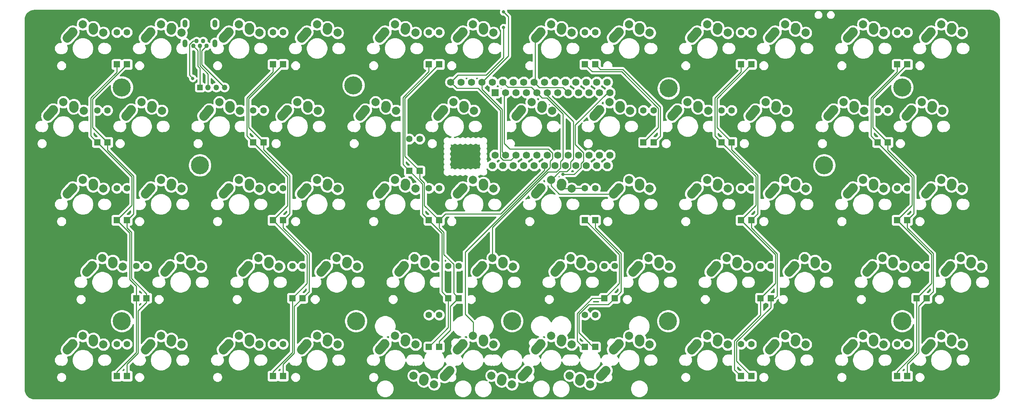
<source format=gbr>
G04 #@! TF.GenerationSoftware,KiCad,Pcbnew,(5.1.5-0-10_14)*
G04 #@! TF.CreationDate,2020-01-18T18:56:08-08:00*
G04 #@! TF.ProjectId,BRZ60_BLE_0.1,42525a36-305f-4424-9c45-5f302e312e6b,rev?*
G04 #@! TF.SameCoordinates,Original*
G04 #@! TF.FileFunction,Copper,L1,Top*
G04 #@! TF.FilePolarity,Positive*
%FSLAX46Y46*%
G04 Gerber Fmt 4.6, Leading zero omitted, Abs format (unit mm)*
G04 Created by KiCad (PCBNEW (5.1.5-0-10_14)) date 2020-01-18 18:56:08*
%MOMM*%
%LPD*%
G04 APERTURE LIST*
%ADD10C,2.000000*%
%ADD11C,2.250000*%
%ADD12C,2.250000*%
%ADD13C,1.752600*%
%ADD14R,1.600000X1.600000*%
%ADD15C,1.600000*%
%ADD16R,1.752600X1.752600*%
%ADD17O,1.200000X1.900000*%
%ADD18C,1.100000*%
%ADD19C,0.700000*%
%ADD20C,4.400000*%
%ADD21O,1.350000X1.350000*%
%ADD22R,1.350000X1.350000*%
%ADD23C,0.800000*%
%ADD24C,0.250000*%
%ADD25C,0.254000*%
G04 APERTURE END LIST*
D10*
X214850000Y-124650000D03*
X209850000Y-122550000D03*
D11*
X217350000Y-122750000D03*
D12*
X218660000Y-121290000D02*
X217350010Y-122750008D01*
D11*
X212310000Y-123830000D03*
D12*
X212350000Y-123250000D02*
X212310458Y-123830032D01*
D10*
X176850000Y-124650000D03*
X171850000Y-122550000D03*
D11*
X179350000Y-122750000D03*
D12*
X180660000Y-121290000D02*
X179350010Y-122750008D01*
D11*
X174310000Y-123830000D03*
D12*
X174350000Y-123250000D02*
X174310458Y-123830032D01*
D10*
X195800000Y-124650000D03*
X190800000Y-122550000D03*
D11*
X198300000Y-122750000D03*
D12*
X199610000Y-121290000D02*
X198300010Y-122750008D01*
D11*
X193260000Y-123830000D03*
D12*
X193300000Y-123250000D02*
X193260458Y-123830032D01*
D13*
X180900000Y-50990000D03*
X183440000Y-50990000D03*
X185980000Y-50990000D03*
X188520000Y-50990000D03*
X191060000Y-50990000D03*
X193600000Y-50990000D03*
X196140000Y-50990000D03*
X198680000Y-50990000D03*
X201220000Y-50990000D03*
X203760000Y-50990000D03*
X206300000Y-50990000D03*
X208840000Y-50990000D03*
X211380000Y-50990000D03*
X213920000Y-50990000D03*
X216460000Y-50990000D03*
X219000000Y-50990000D03*
X219000000Y-71310000D03*
X216460000Y-71310000D03*
X213920000Y-71310000D03*
X211380000Y-71310000D03*
X208840000Y-71310000D03*
X206300000Y-71310000D03*
X203760000Y-71310000D03*
X201220000Y-71310000D03*
X198680000Y-71310000D03*
X196140000Y-71310000D03*
X193600000Y-71310000D03*
X191060000Y-71310000D03*
D10*
X219570001Y-55850001D03*
X224570001Y-57950001D03*
D11*
X217070001Y-57750001D03*
D12*
X215760001Y-59210001D02*
X217069991Y-57749993D01*
D11*
X222110001Y-56670001D03*
D12*
X222070001Y-57250001D02*
X222109543Y-56669969D01*
D14*
X170820001Y-72650001D03*
D15*
X170820001Y-64850001D03*
D16*
X191680000Y-53530000D03*
D13*
X194220000Y-53530000D03*
X196760000Y-53530000D03*
X199300000Y-53530000D03*
X201840000Y-53530000D03*
X204380000Y-53530000D03*
X206920000Y-53530000D03*
X209460000Y-53530000D03*
X212000000Y-53530000D03*
X214540000Y-53530000D03*
X217080000Y-53530000D03*
X219620000Y-68770000D03*
X217080000Y-68770000D03*
X214540000Y-68770000D03*
X212000000Y-68770000D03*
X209460000Y-68770000D03*
X206920000Y-68770000D03*
X204380000Y-68770000D03*
X201840000Y-68770000D03*
X199300000Y-68770000D03*
X196760000Y-68770000D03*
X194220000Y-68770000D03*
X219620000Y-53530000D03*
X191680000Y-68770000D03*
D17*
X123450000Y-41550000D03*
X116150000Y-41550000D03*
D18*
X118200000Y-42150000D03*
X119000000Y-40950000D03*
X119800000Y-42150000D03*
X120600000Y-40950000D03*
X121400000Y-42150000D03*
D17*
X116150000Y-36730000D03*
X123450000Y-36730000D03*
D10*
X153070001Y-93850001D03*
X158070001Y-95950001D03*
D11*
X150570001Y-95750001D03*
D12*
X149260001Y-97210001D02*
X150569991Y-95749993D01*
D11*
X155610001Y-94670001D03*
D12*
X155570001Y-95250001D02*
X155609543Y-94669969D01*
D10*
X91320001Y-36850001D03*
X96320001Y-38950001D03*
D11*
X88820001Y-38750001D03*
D12*
X87510001Y-40210001D02*
X88819991Y-38749993D01*
D11*
X93860001Y-37670001D03*
D12*
X93820001Y-38250001D02*
X93859543Y-37669969D01*
D10*
X110320001Y-36850001D03*
X115320001Y-38950001D03*
D11*
X107820001Y-38750001D03*
D12*
X106510001Y-40210001D02*
X107819991Y-38749993D01*
D11*
X112860001Y-37670001D03*
D12*
X112820001Y-38250001D02*
X112859543Y-37669969D01*
D10*
X129320001Y-36850001D03*
X134320001Y-38950001D03*
D11*
X126820001Y-38750001D03*
D12*
X125510001Y-40210001D02*
X126819991Y-38749993D01*
D11*
X131860001Y-37670001D03*
D12*
X131820001Y-38250001D02*
X131859543Y-37669969D01*
D10*
X148320001Y-36850001D03*
X153320001Y-38950001D03*
D11*
X145820001Y-38750001D03*
D12*
X144510001Y-40210001D02*
X145819991Y-38749993D01*
D11*
X150860001Y-37670001D03*
D12*
X150820001Y-38250001D02*
X150859543Y-37669969D01*
D10*
X167320001Y-36850001D03*
X172320001Y-38950001D03*
D11*
X164820001Y-38750001D03*
D12*
X163510001Y-40210001D02*
X164819991Y-38749993D01*
D11*
X169860001Y-37670001D03*
D12*
X169820001Y-38250001D02*
X169859543Y-37669969D01*
D10*
X186320001Y-36850001D03*
X191320001Y-38950001D03*
D11*
X183820001Y-38750001D03*
D12*
X182510001Y-40210001D02*
X183819991Y-38749993D01*
D11*
X188860001Y-37670001D03*
D12*
X188820001Y-38250001D02*
X188859543Y-37669969D01*
D10*
X205320001Y-36850001D03*
X210320001Y-38950001D03*
D11*
X202820001Y-38750001D03*
D12*
X201510001Y-40210001D02*
X202819991Y-38749993D01*
D11*
X207860001Y-37670001D03*
D12*
X207820001Y-38250001D02*
X207859543Y-37669969D01*
D10*
X224320001Y-36850001D03*
X229320001Y-38950001D03*
D11*
X221820001Y-38750001D03*
D12*
X220510001Y-40210001D02*
X221819991Y-38749993D01*
D11*
X226860001Y-37670001D03*
D12*
X226820001Y-38250001D02*
X226859543Y-37669969D01*
D10*
X243320001Y-36850001D03*
X248320001Y-38950001D03*
D11*
X240820001Y-38750001D03*
D12*
X239510001Y-40210001D02*
X240819991Y-38749993D01*
D11*
X245860001Y-37670001D03*
D12*
X245820001Y-38250001D02*
X245859543Y-37669969D01*
D10*
X262320001Y-36850001D03*
X267320001Y-38950001D03*
D11*
X259820001Y-38750001D03*
D12*
X258510001Y-40210001D02*
X259819991Y-38749993D01*
D11*
X264860001Y-37670001D03*
D12*
X264820001Y-38250001D02*
X264859543Y-37669969D01*
D10*
X281320001Y-36850001D03*
X286320001Y-38950001D03*
D11*
X278820001Y-38750001D03*
D12*
X277510001Y-40210001D02*
X278819991Y-38749993D01*
D11*
X283860001Y-37670001D03*
D12*
X283820001Y-38250001D02*
X283859543Y-37669969D01*
D10*
X300320001Y-36850001D03*
X305320001Y-38950001D03*
D11*
X297820001Y-38750001D03*
D12*
X296510001Y-40210001D02*
X297819991Y-38749993D01*
D11*
X302860001Y-37670001D03*
D12*
X302820001Y-38250001D02*
X302859543Y-37669969D01*
D10*
X86570001Y-55850001D03*
X91570001Y-57950001D03*
D11*
X84070001Y-57750001D03*
D12*
X82760001Y-59210001D02*
X84069991Y-57749993D01*
D11*
X89110001Y-56670001D03*
D12*
X89070001Y-57250001D02*
X89109543Y-56669969D01*
D10*
X105570001Y-55850001D03*
X110570001Y-57950001D03*
D11*
X103070001Y-57750001D03*
D12*
X101760001Y-59210001D02*
X103069991Y-57749993D01*
D11*
X108110001Y-56670001D03*
D12*
X108070001Y-57250001D02*
X108109543Y-56669969D01*
D10*
X124570001Y-55850001D03*
X129570001Y-57950001D03*
D11*
X122070001Y-57750001D03*
D12*
X120760001Y-59210001D02*
X122069991Y-57749993D01*
D11*
X127110001Y-56670001D03*
D12*
X127070001Y-57250001D02*
X127109543Y-56669969D01*
D10*
X143570001Y-55850001D03*
X148570001Y-57950001D03*
D11*
X141070001Y-57750001D03*
D12*
X139760001Y-59210001D02*
X141069991Y-57749993D01*
D11*
X146110001Y-56670001D03*
D12*
X146070001Y-57250001D02*
X146109543Y-56669969D01*
D10*
X162570001Y-55850001D03*
X167570001Y-57950001D03*
D11*
X160070001Y-57750001D03*
D12*
X158760001Y-59210001D02*
X160069991Y-57749993D01*
D11*
X165110001Y-56670001D03*
D12*
X165070001Y-57250001D02*
X165109543Y-56669969D01*
D10*
X181570001Y-55850001D03*
X186570001Y-57950001D03*
D11*
X179070001Y-57750001D03*
D12*
X177760001Y-59210001D02*
X179069991Y-57749993D01*
D11*
X184110001Y-56670001D03*
D12*
X184070001Y-57250001D02*
X184109543Y-56669969D01*
D10*
X200570001Y-55850001D03*
X205570001Y-57950001D03*
D11*
X198070001Y-57750001D03*
D12*
X196760001Y-59210001D02*
X198069991Y-57749993D01*
D11*
X203110001Y-56670001D03*
D12*
X203070001Y-57250001D02*
X203109543Y-56669969D01*
D10*
X238570001Y-55850001D03*
X243570001Y-57950001D03*
D11*
X236070001Y-57750001D03*
D12*
X234760001Y-59210001D02*
X236069991Y-57749993D01*
D11*
X241110001Y-56670001D03*
D12*
X241070001Y-57250001D02*
X241109543Y-56669969D01*
D10*
X257570001Y-55850001D03*
X262570001Y-57950001D03*
D11*
X255070001Y-57750001D03*
D12*
X253760001Y-59210001D02*
X255069991Y-57749993D01*
D11*
X260110001Y-56670001D03*
D12*
X260070001Y-57250001D02*
X260109543Y-56669969D01*
D10*
X276570001Y-55850001D03*
X281570001Y-57950001D03*
D11*
X274070001Y-57750001D03*
D12*
X272760001Y-59210001D02*
X274069991Y-57749993D01*
D11*
X279110001Y-56670001D03*
D12*
X279070001Y-57250001D02*
X279109543Y-56669969D01*
D10*
X295570001Y-55850001D03*
X300570001Y-57950001D03*
D11*
X293070001Y-57750001D03*
D12*
X291760001Y-59210001D02*
X293069991Y-57749993D01*
D11*
X298110001Y-56670001D03*
D12*
X298070001Y-57250001D02*
X298109543Y-56669969D01*
D10*
X91320001Y-74850001D03*
X96320001Y-76950001D03*
D11*
X88820001Y-76750001D03*
D12*
X87510001Y-78210001D02*
X88819991Y-76749993D01*
D11*
X93860001Y-75670001D03*
D12*
X93820001Y-76250001D02*
X93859543Y-75669969D01*
D10*
X110320001Y-74850001D03*
X115320001Y-76950001D03*
D11*
X107820001Y-76750001D03*
D12*
X106510001Y-78210001D02*
X107819991Y-76749993D01*
D11*
X112860001Y-75670001D03*
D12*
X112820001Y-76250001D02*
X112859543Y-75669969D01*
D10*
X129320001Y-74850001D03*
X134320001Y-76950001D03*
D11*
X126820001Y-76750001D03*
D12*
X125510001Y-78210001D02*
X126819991Y-76749993D01*
D11*
X131860001Y-75670001D03*
D12*
X131820001Y-76250001D02*
X131859543Y-75669969D01*
D10*
X148320001Y-74850001D03*
X153320001Y-76950001D03*
D11*
X145820001Y-76750001D03*
D12*
X144510001Y-78210001D02*
X145819991Y-76749993D01*
D11*
X150860001Y-75670001D03*
D12*
X150820001Y-76250001D02*
X150859543Y-75669969D01*
D10*
X167320001Y-74850001D03*
X172320001Y-76950001D03*
D11*
X164820001Y-76750001D03*
D12*
X163510001Y-78210001D02*
X164819991Y-76749993D01*
D11*
X169860001Y-75670001D03*
D12*
X169820001Y-76250001D02*
X169859543Y-75669969D01*
D10*
X186320001Y-74850001D03*
X191320001Y-76950001D03*
D11*
X183820001Y-76750001D03*
D12*
X182510001Y-78210001D02*
X183819991Y-76749993D01*
D11*
X188860001Y-75670001D03*
D12*
X188820001Y-76250001D02*
X188859543Y-75669969D01*
D10*
X205320001Y-74850001D03*
X210320001Y-76950001D03*
D11*
X202820001Y-76750001D03*
D12*
X201510001Y-78210001D02*
X202819991Y-76749993D01*
D11*
X207860001Y-75670001D03*
D12*
X207820001Y-76250001D02*
X207859543Y-75669969D01*
D10*
X224320001Y-74850001D03*
X229320001Y-76950001D03*
D11*
X221820001Y-76750001D03*
D12*
X220510001Y-78210001D02*
X221819991Y-76749993D01*
D11*
X226860001Y-75670001D03*
D12*
X226820001Y-76250001D02*
X226859543Y-75669969D01*
D10*
X243320001Y-74850001D03*
X248320001Y-76950001D03*
D11*
X240820001Y-76750001D03*
D12*
X239510001Y-78210001D02*
X240819991Y-76749993D01*
D11*
X245860001Y-75670001D03*
D12*
X245820001Y-76250001D02*
X245859543Y-75669969D01*
D10*
X262320001Y-74850001D03*
X267320001Y-76950001D03*
D11*
X259820001Y-76750001D03*
D12*
X258510001Y-78210001D02*
X259819991Y-76749993D01*
D11*
X264860001Y-75670001D03*
D12*
X264820001Y-76250001D02*
X264859543Y-75669969D01*
D10*
X281320001Y-74850001D03*
X286320001Y-76950001D03*
D11*
X278820001Y-76750001D03*
D12*
X277510001Y-78210001D02*
X278819991Y-76749993D01*
D11*
X283860001Y-75670001D03*
D12*
X283820001Y-76250001D02*
X283859543Y-75669969D01*
D10*
X300320001Y-74850001D03*
X305320001Y-76950001D03*
D11*
X297820001Y-76750001D03*
D12*
X296510001Y-78210001D02*
X297819991Y-76749993D01*
D11*
X302860001Y-75670001D03*
D12*
X302820001Y-76250001D02*
X302859543Y-75669969D01*
D10*
X96070001Y-93850001D03*
X101070001Y-95950001D03*
D11*
X93570001Y-95750001D03*
D12*
X92260001Y-97210001D02*
X93569991Y-95749993D01*
D11*
X98610001Y-94670001D03*
D12*
X98570001Y-95250001D02*
X98609543Y-94669969D01*
D10*
X115070001Y-93850001D03*
X120070001Y-95950001D03*
D11*
X112570001Y-95750001D03*
D12*
X111260001Y-97210001D02*
X112569991Y-95749993D01*
D11*
X117610001Y-94670001D03*
D12*
X117570001Y-95250001D02*
X117609543Y-94669969D01*
D10*
X134070001Y-93850001D03*
X139070001Y-95950001D03*
D11*
X131570001Y-95750001D03*
D12*
X130260001Y-97210001D02*
X131569991Y-95749993D01*
D11*
X136610001Y-94670001D03*
D12*
X136570001Y-95250001D02*
X136609543Y-94669969D01*
D10*
X172070001Y-93850001D03*
X177070001Y-95950001D03*
D11*
X169570001Y-95750001D03*
D12*
X168260001Y-97210001D02*
X169569991Y-95749993D01*
D11*
X174610001Y-94670001D03*
D12*
X174570001Y-95250001D02*
X174609543Y-94669969D01*
D10*
X191070001Y-93850001D03*
X196070001Y-95950001D03*
D11*
X188570001Y-95750001D03*
D12*
X187260001Y-97210001D02*
X188569991Y-95749993D01*
D11*
X193610001Y-94670001D03*
D12*
X193570001Y-95250001D02*
X193609543Y-94669969D01*
D10*
X210070001Y-93850001D03*
X215070001Y-95950001D03*
D11*
X207570001Y-95750001D03*
D12*
X206260001Y-97210001D02*
X207569991Y-95749993D01*
D11*
X212610001Y-94670001D03*
D12*
X212570001Y-95250001D02*
X212609543Y-94669969D01*
D10*
X229070001Y-93850001D03*
X234070001Y-95950001D03*
D11*
X226570001Y-95750001D03*
D12*
X225260001Y-97210001D02*
X226569991Y-95749993D01*
D11*
X231610001Y-94670001D03*
D12*
X231570001Y-95250001D02*
X231609543Y-94669969D01*
D10*
X248070001Y-93850001D03*
X253070001Y-95950001D03*
D11*
X245570001Y-95750001D03*
D12*
X244260001Y-97210001D02*
X245569991Y-95749993D01*
D11*
X250610001Y-94670001D03*
D12*
X250570001Y-95250001D02*
X250609543Y-94669969D01*
D10*
X267070001Y-93850001D03*
X272070001Y-95950001D03*
D11*
X264570001Y-95750001D03*
D12*
X263260001Y-97210001D02*
X264569991Y-95749993D01*
D11*
X269610001Y-94670001D03*
D12*
X269570001Y-95250001D02*
X269609543Y-94669969D01*
D10*
X286070001Y-93850001D03*
X291070001Y-95950001D03*
D11*
X283570001Y-95750001D03*
D12*
X282260001Y-97210001D02*
X283569991Y-95749993D01*
D11*
X288610001Y-94670001D03*
D12*
X288570001Y-95250001D02*
X288609543Y-94669969D01*
D10*
X305070001Y-93850001D03*
X310070001Y-95950001D03*
D11*
X302570001Y-95750001D03*
D12*
X301260001Y-97210001D02*
X302569991Y-95749993D01*
D11*
X307610001Y-94670001D03*
D12*
X307570001Y-95250001D02*
X307609543Y-94669969D01*
D10*
X91320001Y-112850001D03*
X96320001Y-114950001D03*
D11*
X88820001Y-114750001D03*
D12*
X87510001Y-116210001D02*
X88819991Y-114749993D01*
D11*
X93860001Y-113670001D03*
D12*
X93820001Y-114250001D02*
X93859543Y-113669969D01*
D10*
X110320001Y-112850001D03*
X115320001Y-114950001D03*
D11*
X107820001Y-114750001D03*
D12*
X106510001Y-116210001D02*
X107819991Y-114749993D01*
D11*
X112860001Y-113670001D03*
D12*
X112820001Y-114250001D02*
X112859543Y-113669969D01*
D10*
X129320001Y-112850001D03*
X134320001Y-114950001D03*
D11*
X126820001Y-114750001D03*
D12*
X125510001Y-116210001D02*
X126819991Y-114749993D01*
D11*
X131860001Y-113670001D03*
D12*
X131820001Y-114250001D02*
X131859543Y-113669969D01*
D10*
X148320001Y-112850001D03*
X153320001Y-114950001D03*
D11*
X145820001Y-114750001D03*
D12*
X144510001Y-116210001D02*
X145819991Y-114749993D01*
D11*
X150860001Y-113670001D03*
D12*
X150820001Y-114250001D02*
X150859543Y-113669969D01*
D10*
X167320001Y-112850001D03*
X172320001Y-114950001D03*
D11*
X164820001Y-114750001D03*
D12*
X163510001Y-116210001D02*
X164819991Y-114749993D01*
D11*
X169860001Y-113670001D03*
D12*
X169820001Y-114250001D02*
X169859543Y-113669969D01*
D10*
X186320001Y-112850001D03*
X191320001Y-114950001D03*
D11*
X183820001Y-114750001D03*
D12*
X182510001Y-116210001D02*
X183819991Y-114749993D01*
D11*
X188860001Y-113670001D03*
D12*
X188820001Y-114250001D02*
X188859543Y-113669969D01*
D10*
X205320001Y-112850001D03*
X210320001Y-114950001D03*
D11*
X202820001Y-114750001D03*
D12*
X201510001Y-116210001D02*
X202819991Y-114749993D01*
D11*
X207860001Y-113670001D03*
D12*
X207820001Y-114250001D02*
X207859543Y-113669969D01*
D10*
X224320001Y-112850001D03*
X229320001Y-114950001D03*
D11*
X221820001Y-114750001D03*
D12*
X220510001Y-116210001D02*
X221819991Y-114749993D01*
D11*
X226860001Y-113670001D03*
D12*
X226820001Y-114250001D02*
X226859543Y-113669969D01*
D10*
X243320001Y-112850001D03*
X248320001Y-114950001D03*
D11*
X240820001Y-114750001D03*
D12*
X239510001Y-116210001D02*
X240819991Y-114749993D01*
D11*
X245860001Y-113670001D03*
D12*
X245820001Y-114250001D02*
X245859543Y-113669969D01*
D10*
X262320001Y-112850001D03*
X267320001Y-114950001D03*
D11*
X259820001Y-114750001D03*
D12*
X258510001Y-116210001D02*
X259819991Y-114749993D01*
D11*
X264860001Y-113670001D03*
D12*
X264820001Y-114250001D02*
X264859543Y-113669969D01*
D10*
X281320001Y-112850001D03*
X286320001Y-114950001D03*
D11*
X278820001Y-114750001D03*
D12*
X277510001Y-116210001D02*
X278819991Y-114749993D01*
D11*
X283860001Y-113670001D03*
D12*
X283820001Y-114250001D02*
X283859543Y-113669969D01*
D10*
X300320001Y-112850001D03*
X305320001Y-114950001D03*
D11*
X297820001Y-114750001D03*
D12*
X296510001Y-116210001D02*
X297819991Y-114749993D01*
D11*
X302860001Y-113670001D03*
D12*
X302820001Y-114250001D02*
X302859543Y-113669969D01*
D14*
X137570001Y-46650001D03*
D15*
X137570001Y-38850001D03*
D14*
X99570001Y-46650001D03*
D15*
X99570001Y-38850001D03*
D14*
X102070001Y-46650001D03*
D15*
X102070001Y-38850001D03*
D14*
X140070001Y-46650001D03*
D15*
X140070001Y-38850001D03*
D14*
X175570001Y-46650001D03*
D15*
X175570001Y-38850001D03*
D14*
X178070001Y-46650001D03*
D15*
X178070001Y-38850001D03*
D14*
X213570001Y-46650001D03*
D15*
X213570001Y-38850001D03*
D14*
X216070001Y-46650001D03*
D15*
X216070001Y-38850001D03*
D14*
X251570001Y-46650001D03*
D15*
X251570001Y-38850001D03*
D14*
X254070001Y-46650001D03*
D15*
X254070001Y-38850001D03*
D14*
X289570001Y-46650001D03*
D15*
X289570001Y-38850001D03*
D14*
X292070001Y-46650001D03*
D15*
X292070001Y-38850001D03*
D14*
X94820001Y-65650001D03*
D15*
X94820001Y-57850001D03*
D14*
X97320001Y-65650001D03*
D15*
X97320001Y-57850001D03*
D14*
X132820001Y-65650001D03*
D15*
X132820001Y-57850001D03*
D14*
X135320001Y-65650001D03*
D15*
X135320001Y-57850001D03*
D14*
X173320001Y-72650001D03*
D15*
X173320001Y-64850001D03*
D14*
X227820001Y-65650001D03*
D15*
X227820001Y-57850001D03*
D14*
X230320001Y-65650001D03*
D15*
X230320001Y-57850001D03*
D14*
X246820001Y-65650001D03*
D15*
X246820001Y-57850001D03*
D14*
X249320001Y-65650001D03*
D15*
X249320001Y-57850001D03*
D14*
X284820001Y-65650001D03*
D15*
X284820001Y-57850001D03*
D14*
X287320001Y-65650001D03*
D15*
X287320001Y-57850001D03*
D14*
X99570001Y-84650001D03*
D15*
X99570001Y-76850001D03*
D14*
X102070001Y-84650001D03*
D15*
X102070001Y-76850001D03*
D14*
X137570001Y-84650001D03*
D15*
X137570001Y-76850001D03*
D14*
X140070001Y-84650001D03*
D15*
X140070001Y-76850001D03*
D14*
X175570001Y-84650001D03*
D15*
X175570001Y-76850001D03*
D14*
X178070001Y-84650001D03*
D15*
X178070001Y-76850001D03*
D14*
X213570001Y-84650001D03*
D15*
X213570001Y-76850001D03*
D14*
X216070001Y-84650001D03*
D15*
X216070001Y-76850001D03*
D14*
X251570001Y-84650001D03*
D15*
X251570001Y-76850001D03*
D14*
X254070001Y-84650001D03*
D15*
X254070001Y-76850001D03*
D14*
X289570001Y-84650001D03*
D15*
X289570001Y-76850001D03*
D14*
X292070001Y-84650001D03*
D15*
X292070001Y-76850001D03*
D14*
X104320001Y-103650001D03*
D15*
X104320001Y-95850001D03*
D14*
X106820001Y-103650001D03*
D15*
X106820001Y-95850001D03*
D14*
X142320001Y-103650001D03*
D15*
X142320001Y-95850001D03*
D14*
X144820001Y-103650001D03*
D15*
X144820001Y-95850001D03*
D14*
X180320001Y-103650001D03*
D15*
X180320001Y-95850001D03*
D14*
X182820001Y-103650001D03*
D15*
X182820001Y-95850001D03*
D14*
X218320001Y-103650001D03*
D15*
X218320001Y-95850001D03*
D14*
X220820001Y-103650001D03*
D15*
X220820001Y-95850001D03*
D14*
X256320001Y-103650001D03*
D15*
X256320001Y-95850001D03*
D14*
X258820001Y-103650001D03*
D15*
X258820001Y-95850001D03*
D14*
X294320001Y-103650001D03*
D15*
X294320001Y-95850001D03*
D14*
X296820001Y-103650001D03*
D15*
X296820001Y-95850001D03*
D14*
X99570001Y-122650001D03*
D15*
X99570001Y-114850001D03*
D14*
X102070001Y-122650001D03*
D15*
X102070001Y-114850001D03*
D14*
X137570001Y-122650001D03*
D15*
X137570001Y-114850001D03*
D14*
X140070001Y-122650001D03*
D15*
X140070001Y-114850001D03*
D14*
X175570001Y-115550001D03*
D15*
X175570001Y-107750001D03*
D14*
X178070001Y-115550001D03*
D15*
X178070001Y-107750001D03*
D14*
X213570001Y-115550001D03*
D15*
X213570001Y-107750001D03*
D14*
X216070001Y-115550001D03*
D15*
X216070001Y-107750001D03*
D14*
X251570001Y-122650001D03*
D15*
X251570001Y-114850001D03*
D14*
X254070001Y-122650001D03*
D15*
X254070001Y-114850001D03*
D14*
X289570001Y-122650001D03*
D15*
X289570001Y-114850001D03*
D14*
X292070001Y-122650001D03*
D15*
X292070001Y-114850001D03*
D19*
X120986727Y-70083275D03*
X119820001Y-69600001D03*
X118653275Y-70083275D03*
X118170001Y-71250001D03*
X118653275Y-72416727D03*
X119820001Y-72900001D03*
X120986727Y-72416727D03*
X121470001Y-71250001D03*
D20*
X119820001Y-71250001D03*
D19*
X272986727Y-70083275D03*
X271820001Y-69600001D03*
X270653275Y-70083275D03*
X270170001Y-71250001D03*
X270653275Y-72416727D03*
X271820001Y-72900001D03*
X272986727Y-72416727D03*
X273470001Y-71250001D03*
D20*
X271820001Y-71250001D03*
X233820001Y-109250001D03*
D19*
X235470001Y-109250001D03*
X234986727Y-110416727D03*
X233820001Y-110900001D03*
X232653275Y-110416727D03*
X232170001Y-109250001D03*
X232653275Y-108083275D03*
X233820001Y-107600001D03*
X234986727Y-108083275D03*
X158986727Y-108083275D03*
X157820001Y-107600001D03*
X156653275Y-108083275D03*
X156170001Y-109250001D03*
X156653275Y-110416727D03*
X157820001Y-110900001D03*
X158986727Y-110416727D03*
X159470001Y-109250001D03*
D20*
X157820001Y-109250001D03*
X157200000Y-51750000D03*
D19*
X158850000Y-51750000D03*
X158366726Y-52916726D03*
X157200000Y-53400000D03*
X156033274Y-52916726D03*
X155550000Y-51750000D03*
X156033274Y-50583274D03*
X157200000Y-50100000D03*
X158366726Y-50583274D03*
X289653275Y-53416727D03*
X290820001Y-53900001D03*
X291986727Y-53416727D03*
X292470001Y-52250001D03*
X291986727Y-51083275D03*
X290820001Y-50600001D03*
X289653275Y-51083275D03*
X289170001Y-52250001D03*
D20*
X290820001Y-52250001D03*
D19*
X196986727Y-108083275D03*
X195820001Y-107600001D03*
X194653275Y-108083275D03*
X194170001Y-109250001D03*
X194653275Y-110416727D03*
X195820001Y-110900001D03*
X196986727Y-110416727D03*
X197470001Y-109250001D03*
D20*
X195820001Y-109250001D03*
X233950000Y-52500000D03*
D19*
X235600000Y-52500000D03*
X235116726Y-53666726D03*
X233950000Y-54150000D03*
X232783274Y-53666726D03*
X232300000Y-52500000D03*
X232783274Y-51333274D03*
X233950000Y-50850000D03*
X235116726Y-51333274D03*
X291986727Y-108083275D03*
X290820001Y-107600001D03*
X289653275Y-108083275D03*
X289170001Y-109250001D03*
X289653275Y-110416727D03*
X290820001Y-110900001D03*
X291986727Y-110416727D03*
X292470001Y-109250001D03*
D20*
X290820001Y-109250001D03*
X100820001Y-109250001D03*
D19*
X102470001Y-109250001D03*
X101986727Y-110416727D03*
X100820001Y-110900001D03*
X99653275Y-110416727D03*
X99170001Y-109250001D03*
X99653275Y-108083275D03*
X100820001Y-107600001D03*
X101986727Y-108083275D03*
X101986727Y-51083275D03*
X100820001Y-50600001D03*
X99653275Y-51083275D03*
X99170001Y-52250001D03*
X99653275Y-53416727D03*
X100820001Y-53900001D03*
X101986727Y-53416727D03*
X102470001Y-52250001D03*
D20*
X100820001Y-52250001D03*
D21*
X125800000Y-52250000D03*
X123800000Y-52250000D03*
X121800000Y-52250000D03*
D22*
X119800000Y-52250000D03*
D23*
X193750000Y-37650004D03*
X193750000Y-33849994D03*
X208200000Y-73499998D03*
X118050000Y-50050000D03*
D24*
X186350000Y-112820002D02*
X186320001Y-112850001D01*
X186350000Y-109500000D02*
X186350000Y-112820002D01*
X184395000Y-107545000D02*
X186350000Y-109500000D01*
X205050000Y-71797926D02*
X184395000Y-92452926D01*
X204687926Y-67300000D02*
X205650000Y-68262074D01*
X205650000Y-69650000D02*
X205050000Y-70250000D01*
X184395000Y-92452926D02*
X184395000Y-107545000D01*
X194220000Y-53530000D02*
X193895000Y-53855000D01*
X205650000Y-68262074D02*
X205650000Y-69650000D01*
X205050000Y-70250000D02*
X205050000Y-71797926D01*
X195300000Y-67300000D02*
X204687926Y-67300000D01*
X193895000Y-65895000D02*
X195300000Y-67300000D01*
X193895000Y-53855000D02*
X193895000Y-65895000D01*
X200510000Y-52200000D02*
X200963701Y-52653701D01*
X194810000Y-52200000D02*
X200510000Y-52200000D01*
X200963701Y-52653701D02*
X201840000Y-53530000D01*
X193600000Y-50990000D02*
X194810000Y-52200000D01*
X206625324Y-72900000D02*
X207600000Y-71925324D01*
X191070001Y-93850001D02*
X191070001Y-86414335D01*
X191070001Y-86414335D02*
X204584336Y-72900000D01*
X204584336Y-72900000D02*
X206625324Y-72900000D01*
X207600000Y-71925324D02*
X207600000Y-70327662D01*
X207600000Y-70327662D02*
X208200000Y-69727662D01*
X204363590Y-54850000D02*
X203160000Y-54850000D01*
X208200000Y-69727662D02*
X208200000Y-58686410D01*
X202716299Y-54406299D02*
X201840000Y-53530000D01*
X203160000Y-54850000D02*
X202716299Y-54406299D01*
X208200000Y-58686410D02*
X204363590Y-54850000D01*
X220445000Y-78275002D02*
X220510001Y-78210001D01*
X205320001Y-76264214D02*
X207330789Y-78275002D01*
X207330789Y-78275002D02*
X220445000Y-78275002D01*
X205320001Y-74850001D02*
X205320001Y-76264214D01*
X206320000Y-73850002D02*
X205320001Y-74850001D01*
X207395004Y-72774998D02*
X206320000Y-73850002D01*
X209152928Y-72774998D02*
X207395004Y-72774998D01*
X210100000Y-71827926D02*
X209152928Y-72774998D01*
X204380000Y-53530000D02*
X204380000Y-54230000D01*
X210750000Y-69750000D02*
X210100000Y-70400000D01*
X204380000Y-54230000D02*
X210750000Y-60600000D01*
X210100000Y-70400000D02*
X210100000Y-71827926D01*
X210750000Y-60600000D02*
X210750000Y-69750000D01*
X198680000Y-51130000D02*
X198680000Y-50990000D01*
X89420001Y-38750001D02*
X88820001Y-38750001D01*
X201440002Y-40280000D02*
X201510001Y-40210001D01*
X201440002Y-50769998D02*
X201440002Y-40280000D01*
X201220000Y-50990000D02*
X201440002Y-50769998D01*
X208583701Y-52653701D02*
X209460000Y-53530000D01*
X208180000Y-52250000D02*
X208583701Y-52653701D01*
X202480000Y-52250000D02*
X208180000Y-52250000D01*
X201220000Y-50990000D02*
X202480000Y-52250000D01*
X94800001Y-65650001D02*
X94820001Y-65650001D01*
X93249989Y-64099989D02*
X94800001Y-65650001D01*
X93249989Y-58581402D02*
X93249989Y-64099989D01*
X93244989Y-58576402D02*
X93249989Y-58581402D01*
X93244989Y-54855011D02*
X93244989Y-58576402D01*
X99570001Y-48529999D02*
X93244989Y-54855011D01*
X99570001Y-46650001D02*
X99570001Y-48529999D01*
X94820001Y-65670001D02*
X94820001Y-65650001D01*
X103200000Y-74050000D02*
X94820001Y-65670001D01*
X103200000Y-79994589D02*
X103200000Y-74050000D01*
X103194989Y-79999600D02*
X103200000Y-79994589D01*
X99570001Y-84650001D02*
X99570001Y-84629999D01*
X103194989Y-81005011D02*
X103194989Y-79999600D01*
X99570001Y-84629999D02*
X103194989Y-81005011D01*
X203760000Y-50990000D02*
X204522074Y-50990000D01*
X102700000Y-87800000D02*
X99570001Y-84670001D01*
X104320001Y-100706411D02*
X102700000Y-99086411D01*
X102700000Y-99086411D02*
X102700000Y-87800000D01*
X104320001Y-103650001D02*
X104320001Y-100706411D01*
X99570001Y-84670001D02*
X99570001Y-84650001D01*
X99570001Y-122650001D02*
X99570001Y-121629999D01*
X99570001Y-121629999D02*
X104320001Y-116879999D01*
X104320001Y-104700001D02*
X104320001Y-103650001D01*
X104320001Y-116879999D02*
X104320001Y-104700001D01*
X93700000Y-62030000D02*
X97320001Y-65650001D01*
X93695000Y-58390002D02*
X93700000Y-58395002D01*
X93695000Y-57310000D02*
X93695000Y-58390002D01*
X102070001Y-46650001D02*
X102070001Y-46679999D01*
X93700000Y-55050000D02*
X93700000Y-57305000D01*
X102070001Y-46679999D02*
X93700000Y-55050000D01*
X93700000Y-57305000D02*
X93695000Y-57310000D01*
X93700000Y-58395002D02*
X93700000Y-62030000D01*
X97320001Y-67520001D02*
X97320001Y-65650001D01*
X103650000Y-73850000D02*
X97320001Y-67520001D01*
X103650000Y-80181000D02*
X103650000Y-73850000D01*
X103645000Y-80186000D02*
X103650000Y-80181000D01*
X103645000Y-83105000D02*
X103645000Y-80186000D01*
X102099999Y-84650001D02*
X103645000Y-83105000D01*
X102070001Y-84650001D02*
X102099999Y-84650001D01*
X102050000Y-84670002D02*
X102070001Y-84650001D01*
X106820001Y-103650001D02*
X106820001Y-102570001D01*
X102050000Y-86500000D02*
X102050000Y-84670002D01*
X106820001Y-102570001D02*
X103150011Y-98900011D01*
X103150011Y-87600011D02*
X102050000Y-86500000D01*
X103150011Y-98900011D02*
X103150011Y-87600011D01*
X104770012Y-117066399D02*
X104770012Y-106749990D01*
X102070001Y-122650001D02*
X102070001Y-119766409D01*
X104770012Y-106749990D02*
X106820001Y-104700001D01*
X102070001Y-119766409D02*
X104770012Y-117066399D01*
X106820001Y-104700001D02*
X106820001Y-103650001D01*
X132800001Y-65650001D02*
X132820001Y-65650001D01*
X131250000Y-64100000D02*
X132800001Y-65650001D01*
X131250000Y-58581413D02*
X131250000Y-64100000D01*
X131244989Y-58576402D02*
X131250000Y-58581413D01*
X131244989Y-57123600D02*
X131244989Y-58576402D01*
X131250000Y-54800000D02*
X131250000Y-57118589D01*
X131250000Y-57118589D02*
X131244989Y-57123600D01*
X137570001Y-48479999D02*
X131250000Y-54800000D01*
X137570001Y-46650001D02*
X137570001Y-48479999D01*
X141200000Y-74030000D02*
X132820001Y-65650001D01*
X141200000Y-79994589D02*
X141200000Y-74030000D01*
X141194989Y-79999600D02*
X141200000Y-79994589D01*
X141194989Y-81055011D02*
X141194989Y-79999600D01*
X137570001Y-84650001D02*
X137599999Y-84650001D01*
X137599999Y-84650001D02*
X141194989Y-81055011D01*
X137570001Y-84670001D02*
X137570001Y-84650001D01*
X145945002Y-93045002D02*
X137570001Y-84670001D01*
X145944989Y-98999600D02*
X145945002Y-98999587D01*
X145944989Y-100055011D02*
X145944989Y-98999600D01*
X145945002Y-98999587D02*
X145945002Y-93045002D01*
X142349999Y-103650001D02*
X145944989Y-100055011D01*
X142320001Y-103650001D02*
X142349999Y-103650001D01*
X142320001Y-104700001D02*
X142320001Y-103650001D01*
X137550001Y-122650001D02*
X137570001Y-122630001D01*
X142320001Y-116874588D02*
X142320001Y-104700001D01*
X137570001Y-121624588D02*
X142320001Y-116874588D01*
X137570001Y-122630001D02*
X137570001Y-121624588D01*
X137570001Y-122650001D02*
X137550001Y-122650001D01*
X175550001Y-84650001D02*
X175570001Y-84650001D01*
X173995002Y-83095002D02*
X175550001Y-84650001D01*
X170850001Y-72650001D02*
X173994989Y-75794989D01*
X173995002Y-80186000D02*
X173995002Y-83095002D01*
X173994989Y-80185987D02*
X173995002Y-80186000D01*
X173994989Y-75794989D02*
X173994989Y-80185987D01*
X170820001Y-72650001D02*
X170850001Y-72650001D01*
X178750000Y-87830000D02*
X175570001Y-84650001D01*
X178750000Y-102100000D02*
X178750000Y-87830000D01*
X180300001Y-103650001D02*
X178750000Y-102100000D01*
X180320001Y-103650001D02*
X180300001Y-103650001D01*
X170820001Y-72620001D02*
X170820001Y-72650001D01*
X169244989Y-62314015D02*
X169244989Y-71044989D01*
X169245002Y-62314002D02*
X169244989Y-62314015D01*
X169245002Y-61186000D02*
X169245002Y-62314002D01*
X169244989Y-61185987D02*
X169245002Y-61186000D01*
X169244989Y-54755011D02*
X169244989Y-61185987D01*
X169244989Y-71044989D02*
X170820001Y-72620001D01*
X175570001Y-48429999D02*
X169244989Y-54755011D01*
X175570001Y-46650001D02*
X175570001Y-48429999D01*
X175570001Y-116050001D02*
X175570001Y-115529999D01*
X175599999Y-115550001D02*
X175570001Y-115550001D01*
X180320001Y-110829999D02*
X175599999Y-115550001D01*
X180320001Y-103650001D02*
X180320001Y-110829999D01*
X203760000Y-72440000D02*
X203760000Y-71310000D01*
X193050000Y-83150000D02*
X203760000Y-72440000D01*
X178070001Y-84650001D02*
X178099999Y-84650001D01*
X178070001Y-86470001D02*
X178070001Y-84650001D01*
X179200000Y-93000000D02*
X179200000Y-87600000D01*
X181600000Y-95400000D02*
X179200000Y-93000000D01*
X179200000Y-87600000D02*
X178070001Y-86470001D01*
X181600000Y-102430000D02*
X181600000Y-95400000D01*
X182820001Y-103650001D02*
X181600000Y-102430000D01*
X178050001Y-84650001D02*
X178070001Y-84650001D01*
X174445013Y-81045013D02*
X178050001Y-84650001D01*
X174445013Y-79999600D02*
X174445013Y-81045013D01*
X174445000Y-76310000D02*
X174445000Y-79999587D01*
X173320001Y-74470001D02*
X174445013Y-75595013D01*
X174445013Y-76309987D02*
X174445000Y-76310000D01*
X174445013Y-75595013D02*
X174445013Y-76309987D01*
X174445000Y-79999587D02*
X174445013Y-79999600D01*
X173320001Y-72650001D02*
X173320001Y-74470001D01*
X173300001Y-72650001D02*
X173320001Y-72650001D01*
X169695000Y-69045000D02*
X173300001Y-72650001D01*
X169695013Y-62500402D02*
X169695000Y-62500415D01*
X169695013Y-60999600D02*
X169695013Y-62500402D01*
X169695000Y-60999587D02*
X169695013Y-60999600D01*
X169695000Y-54955000D02*
X169695000Y-60999587D01*
X177999999Y-46650001D02*
X169695000Y-54955000D01*
X178070001Y-46650001D02*
X177999999Y-46650001D01*
X169695000Y-62500415D02*
X169695000Y-69045000D01*
X179600000Y-83150000D02*
X193050000Y-83150000D01*
X178099999Y-84650001D02*
X179600000Y-83150000D01*
X178070001Y-114179999D02*
X178070001Y-115550001D01*
X180800000Y-111450000D02*
X180800000Y-105600000D01*
X180800000Y-105600000D02*
X182749999Y-103650001D01*
X182749999Y-103650001D02*
X182820001Y-103650001D01*
X178070001Y-114179999D02*
X180800000Y-111450000D01*
X227820001Y-65629999D02*
X227820001Y-65650001D01*
X231445002Y-60999587D02*
X231444989Y-60999600D01*
X231444989Y-62005011D02*
X227820001Y-65629999D01*
X231444989Y-60999600D02*
X231444989Y-62005011D01*
X231445002Y-57345002D02*
X231445002Y-60999587D01*
X222500000Y-48400000D02*
X231445002Y-57345002D01*
X215300000Y-48400000D02*
X222500000Y-48400000D01*
X213570001Y-46670001D02*
X215300000Y-48400000D01*
X213570001Y-46650001D02*
X213570001Y-46670001D01*
X221945002Y-92995002D02*
X213600001Y-84650001D01*
X213600001Y-84650001D02*
X213570001Y-84650001D01*
X221945002Y-98999587D02*
X221945002Y-92995002D01*
X221944989Y-98999600D02*
X221945002Y-98999587D01*
X218349999Y-103650001D02*
X221944989Y-100055011D01*
X221944989Y-100055011D02*
X221944989Y-98999600D01*
X218320001Y-103650001D02*
X218349999Y-103650001D01*
X211649989Y-107368600D02*
X211649989Y-114129989D01*
X218320001Y-103650001D02*
X215368588Y-103650001D01*
X211649989Y-114129989D02*
X213570001Y-116050001D01*
X215368588Y-103650001D02*
X211649989Y-107368600D01*
X231895000Y-64105000D02*
X230349999Y-65650001D01*
X231895000Y-61186000D02*
X231895000Y-64105000D01*
X231895013Y-61185987D02*
X231895000Y-61186000D01*
X216070001Y-46650001D02*
X217320000Y-47900000D01*
X231895013Y-57045479D02*
X231895013Y-61185987D01*
X230349999Y-65650001D02*
X230320001Y-65650001D01*
X222749534Y-47900000D02*
X231895013Y-57045479D01*
X217320000Y-47900000D02*
X222749534Y-47900000D01*
X216070001Y-86470001D02*
X216070001Y-84650001D01*
X222395013Y-92795013D02*
X216070001Y-86470001D01*
X222395000Y-99186000D02*
X222395013Y-99185987D01*
X222395013Y-99185987D02*
X222395013Y-92795013D01*
X220849999Y-103650001D02*
X222395000Y-102105000D01*
X222395000Y-102105000D02*
X222395000Y-99186000D01*
X220820001Y-103650001D02*
X220849999Y-103650001D01*
X212100000Y-107600000D02*
X214450000Y-105250000D01*
X219220002Y-105250000D02*
X220820001Y-103650001D01*
X212100000Y-112080000D02*
X212100000Y-107600000D01*
X214450000Y-105250000D02*
X219220002Y-105250000D01*
X214630002Y-114425000D02*
X214445000Y-114425000D01*
X214445000Y-114425000D02*
X212100000Y-112080000D01*
X214695002Y-114490000D02*
X214630002Y-114425000D01*
X214695002Y-114675002D02*
X214695002Y-114490000D01*
X216070001Y-116050001D02*
X214695002Y-114675002D01*
X245250000Y-64100000D02*
X246800001Y-65650001D01*
X245244989Y-58576402D02*
X245250000Y-58581413D01*
X245250000Y-58581413D02*
X245250000Y-64100000D01*
X246800001Y-65650001D02*
X246820001Y-65650001D01*
X251570001Y-46650001D02*
X251570001Y-48479999D01*
X245244989Y-54805011D02*
X245244989Y-58576402D01*
X251570001Y-48479999D02*
X245244989Y-54805011D01*
X255194989Y-81025013D02*
X252350000Y-83870002D01*
X252350000Y-83870002D02*
X251570001Y-84650001D01*
X255194989Y-79999600D02*
X255194989Y-81025013D01*
X255200000Y-79994589D02*
X255194989Y-79999600D01*
X255200000Y-74000000D02*
X255200000Y-79994589D01*
X246850001Y-65650001D02*
X255200000Y-74000000D01*
X246820001Y-65650001D02*
X246850001Y-65650001D01*
X249995002Y-118186000D02*
X249995002Y-121095002D01*
X256320001Y-103650001D02*
X256320001Y-107779999D01*
X249994989Y-118185987D02*
X249995002Y-118186000D01*
X249994989Y-114105011D02*
X249994989Y-118185987D01*
X251550001Y-122650001D02*
X251570001Y-122650001D01*
X249995002Y-121095002D02*
X251550001Y-122650001D01*
X256320001Y-107779999D02*
X249994989Y-114105011D01*
X259950000Y-93050000D02*
X251570001Y-84670001D01*
X259950000Y-98994589D02*
X259950000Y-93050000D01*
X259944989Y-100055011D02*
X259944989Y-98999600D01*
X259944989Y-98999600D02*
X259950000Y-98994589D01*
X256320001Y-103650001D02*
X256349999Y-103650001D01*
X256349999Y-103650001D02*
X259944989Y-100055011D01*
X251570001Y-84670001D02*
X251570001Y-84650001D01*
X245700000Y-58395002D02*
X245700000Y-62050000D01*
X245700000Y-62050000D02*
X249300001Y-65650001D01*
X245695000Y-58390002D02*
X245700000Y-58395002D01*
X245700000Y-55000000D02*
X245700000Y-57305000D01*
X254070001Y-46650001D02*
X254049999Y-46650001D01*
X249300001Y-65650001D02*
X249320001Y-65650001D01*
X245700000Y-57305000D02*
X245695000Y-57310000D01*
X254049999Y-46650001D02*
X245700000Y-55000000D01*
X245695000Y-57310000D02*
X245695000Y-58390002D01*
X254650000Y-84070002D02*
X254070001Y-84650001D01*
X255645000Y-83075002D02*
X254650000Y-84070002D01*
X249320001Y-65650001D02*
X249320001Y-67420001D01*
X255650000Y-80181000D02*
X255645000Y-80186000D01*
X255645000Y-80186000D02*
X255645000Y-83075002D01*
X255650000Y-73750000D02*
X255650000Y-80181000D01*
X249320001Y-67420001D02*
X255650000Y-73750000D01*
X258820001Y-104700001D02*
X258820001Y-103650001D01*
X254050001Y-122650001D02*
X250445013Y-119045013D01*
X250445000Y-117999587D02*
X250445000Y-114310000D01*
X254070001Y-122650001D02*
X254050001Y-122650001D01*
X250445013Y-117999600D02*
X250445000Y-117999587D01*
X258820001Y-105934999D02*
X258820001Y-104700001D01*
X250445000Y-114310000D02*
X258820001Y-105934999D01*
X250445013Y-119045013D02*
X250445013Y-117999600D01*
X259870001Y-103650001D02*
X258820001Y-103650001D01*
X260395000Y-103125002D02*
X259870001Y-103650001D01*
X260400011Y-99180989D02*
X260395000Y-99186000D01*
X254070001Y-84650001D02*
X254070001Y-86520001D01*
X260395000Y-99186000D02*
X260395000Y-103125002D01*
X260400011Y-92850011D02*
X260400011Y-99180989D01*
X254070001Y-86520001D02*
X260400011Y-92850011D01*
X294320001Y-104700001D02*
X294320001Y-103650001D01*
X294320001Y-116850001D02*
X294320001Y-104700001D01*
X289570001Y-121600001D02*
X294320001Y-116850001D01*
X289570001Y-122650001D02*
X289570001Y-121600001D01*
X289570001Y-48479999D02*
X289570001Y-46650001D01*
X283244989Y-54805011D02*
X289570001Y-48479999D01*
X283245002Y-61186000D02*
X283244989Y-61185987D01*
X284820001Y-65650001D02*
X284800001Y-65650001D01*
X284800001Y-65650001D02*
X283245002Y-64095002D01*
X283244989Y-61185987D02*
X283244989Y-54805011D01*
X283245002Y-64095002D02*
X283245002Y-61186000D01*
X284820001Y-65720001D02*
X284820001Y-65650001D01*
X293194989Y-79999600D02*
X293195002Y-79999587D01*
X293195002Y-74095002D02*
X284820001Y-65720001D01*
X293195002Y-79999587D02*
X293195002Y-74095002D01*
X293194989Y-81025013D02*
X293194989Y-79999600D01*
X289570001Y-84650001D02*
X293194989Y-81025013D01*
X289600001Y-84650001D02*
X289570001Y-84650001D01*
X297949989Y-92999989D02*
X289600001Y-84650001D01*
X297944989Y-98999600D02*
X297949989Y-98994600D01*
X294349999Y-103650001D02*
X297944989Y-100055011D01*
X297949989Y-98994600D02*
X297949989Y-92999989D01*
X294320001Y-103650001D02*
X294349999Y-103650001D01*
X297944989Y-100055011D02*
X297944989Y-98999600D01*
X283695000Y-60999587D02*
X283695013Y-60999600D01*
X283695013Y-62025013D02*
X287320001Y-65650001D01*
X283695000Y-55025002D02*
X283695000Y-60999587D01*
X292070001Y-46650001D02*
X283695000Y-55025002D01*
X283695013Y-60999600D02*
X283695013Y-62025013D01*
X287320001Y-67570001D02*
X287320001Y-65650001D01*
X293645013Y-73895013D02*
X287320001Y-67570001D01*
X293645000Y-80186000D02*
X293645013Y-80185987D01*
X293645000Y-83055000D02*
X293645000Y-80186000D01*
X292070001Y-84629999D02*
X293645000Y-83055000D01*
X293645013Y-80185987D02*
X293645013Y-73895013D01*
X292070001Y-84650001D02*
X292070001Y-84629999D01*
X292070001Y-86470001D02*
X292070001Y-84650001D01*
X298400000Y-92800000D02*
X292070001Y-86470001D01*
X298400000Y-99181000D02*
X298400000Y-92800000D01*
X298395000Y-99186000D02*
X298400000Y-99181000D01*
X298395000Y-102055000D02*
X298395000Y-99186000D01*
X296820001Y-103629999D02*
X298395000Y-102055000D01*
X296820001Y-103650001D02*
X296820001Y-103629999D01*
X294800000Y-105650000D02*
X296799999Y-103650001D01*
X294800000Y-117006412D02*
X294800000Y-105650000D01*
X296799999Y-103650001D02*
X296820001Y-103650001D01*
X292070001Y-119736411D02*
X294800000Y-117006412D01*
X292070001Y-122650001D02*
X292070001Y-119736411D01*
X192994978Y-57894978D02*
X187550000Y-52450000D01*
X196760000Y-68770000D02*
X195558699Y-69971301D01*
X192994978Y-69322904D02*
X192994978Y-57894978D01*
X195558699Y-69971301D02*
X193643375Y-69971301D01*
X187550000Y-52450000D02*
X182360000Y-52450000D01*
X193643375Y-69971301D02*
X192994978Y-69322904D01*
X182360000Y-52450000D02*
X181776299Y-51866299D01*
X181776299Y-51866299D02*
X180900000Y-50990000D01*
X189550000Y-49250000D02*
X193750000Y-45050000D01*
X180900000Y-50990000D02*
X182640000Y-49250000D01*
X182640000Y-49250000D02*
X189550000Y-49250000D01*
X193750000Y-45050000D02*
X193750000Y-38215689D01*
X193750000Y-38215689D02*
X193750000Y-37650004D01*
X188520000Y-52683589D02*
X188520000Y-52229275D01*
X194220000Y-68770000D02*
X193444989Y-67994989D01*
X188520000Y-52229275D02*
X188520000Y-50990000D01*
X193444989Y-57608578D02*
X188520000Y-52683589D01*
X193444989Y-67994989D02*
X193444989Y-57608578D01*
X194899999Y-34999993D02*
X194149999Y-34249993D01*
X194899999Y-44610001D02*
X194899999Y-34999993D01*
X194149999Y-34249993D02*
X193750000Y-33849994D01*
X188520000Y-50990000D02*
X194899999Y-44610001D01*
X193550002Y-33800000D02*
X193599996Y-33849994D01*
X193599996Y-33849994D02*
X193750000Y-33849994D01*
X120250000Y-43300000D02*
X121400000Y-42150000D01*
X120250000Y-46700000D02*
X120250000Y-43300000D01*
X125800000Y-52250000D02*
X120250000Y-46700000D01*
X131700000Y-62050000D02*
X135300001Y-65650001D01*
X131700000Y-58395002D02*
X131700000Y-62050000D01*
X131695000Y-57310000D02*
X131695000Y-58390002D01*
X131700000Y-57305000D02*
X131695000Y-57310000D01*
X131700000Y-55000000D02*
X131700000Y-57305000D01*
X140049999Y-46650001D02*
X131700000Y-55000000D01*
X140070001Y-46650001D02*
X140049999Y-46650001D01*
X135300001Y-65650001D02*
X135320001Y-65650001D01*
X131695000Y-58390002D02*
X131700000Y-58395002D01*
X140070001Y-84629999D02*
X140070001Y-84650001D01*
X141645000Y-83055000D02*
X140070001Y-84629999D01*
X141645000Y-80186000D02*
X141645000Y-83055000D01*
X141650011Y-80180989D02*
X141645000Y-80186000D01*
X141650011Y-73800011D02*
X141650011Y-80180989D01*
X135320001Y-67470001D02*
X141650011Y-73800011D01*
X135320001Y-65650001D02*
X135320001Y-67470001D01*
X144820001Y-103629999D02*
X144820001Y-103650001D01*
X146395000Y-102055000D02*
X144820001Y-103629999D01*
X146395000Y-99186000D02*
X146395000Y-102055000D01*
X140070001Y-86470001D02*
X146400000Y-92800000D01*
X146400000Y-99181000D02*
X146395000Y-99186000D01*
X146400000Y-92800000D02*
X146400000Y-99181000D01*
X140070001Y-84650001D02*
X140070001Y-86470001D01*
X144799999Y-103650001D02*
X144820001Y-103650001D01*
X142800000Y-105650000D02*
X144799999Y-103650001D01*
X142800000Y-117031000D02*
X142800000Y-105650000D01*
X140070001Y-119760999D02*
X142800000Y-117031000D01*
X140070001Y-122650001D02*
X140070001Y-119760999D01*
X208200000Y-73700000D02*
X208200000Y-73700000D01*
X219620000Y-53530000D02*
X219144000Y-53530000D01*
X212650000Y-71817926D02*
X210967928Y-73499998D01*
X211200000Y-66192074D02*
X213250000Y-68242074D01*
X219144000Y-53530000D02*
X211200000Y-61474000D01*
X213250000Y-68242074D02*
X213250000Y-70202074D01*
X211200000Y-61474000D02*
X211200000Y-66192074D01*
X208765685Y-73499998D02*
X208200000Y-73499998D01*
X212650000Y-70802074D02*
X212650000Y-71817926D01*
X213250000Y-70202074D02*
X212650000Y-70802074D01*
X210967928Y-73499998D02*
X208765685Y-73499998D01*
X93820001Y-38250001D02*
X94520001Y-38950001D01*
X208520001Y-76950001D02*
X207820001Y-76250001D01*
X210320001Y-76950001D02*
X208520001Y-76950001D01*
X210420001Y-76850001D02*
X210320001Y-76950001D01*
X213570001Y-76850001D02*
X210420001Y-76850001D01*
X119350000Y-47136411D02*
X119350000Y-43288909D01*
X118211091Y-42150000D02*
X118200000Y-42150000D01*
X119800000Y-47586411D02*
X119350000Y-47136411D01*
X119350000Y-43288909D02*
X118211091Y-42150000D01*
X119800000Y-52250000D02*
X119800000Y-47586411D01*
X118222183Y-40950000D02*
X119000000Y-40950000D01*
X117250000Y-41804998D02*
X118104998Y-40950000D01*
X117250000Y-49250000D02*
X117250000Y-41804998D01*
X118104998Y-40950000D02*
X118222183Y-40950000D01*
X118050000Y-50050000D02*
X117250000Y-49250000D01*
X121800000Y-52250000D02*
X121800000Y-48950000D01*
X119800000Y-46950000D02*
X119800000Y-42927817D01*
X119800000Y-42927817D02*
X119800000Y-42150000D01*
X121800000Y-48950000D02*
X119800000Y-46950000D01*
D25*
G36*
X192754774Y-33548096D02*
G01*
X192715000Y-33748055D01*
X192715000Y-33951933D01*
X192754774Y-34151892D01*
X192832795Y-34340250D01*
X192946063Y-34509768D01*
X193090226Y-34653931D01*
X193259744Y-34767199D01*
X193448102Y-34845220D01*
X193648061Y-34884994D01*
X193710199Y-34884994D01*
X194140000Y-35314796D01*
X194140000Y-36691271D01*
X194051898Y-36654778D01*
X193851939Y-36615004D01*
X193648061Y-36615004D01*
X193448102Y-36654778D01*
X193259744Y-36732799D01*
X193090226Y-36846067D01*
X192946063Y-36990230D01*
X192832795Y-37159748D01*
X192754774Y-37348106D01*
X192715000Y-37548065D01*
X192715000Y-37751943D01*
X192754774Y-37951902D01*
X192832795Y-38140260D01*
X192946063Y-38309778D01*
X192990001Y-38353716D01*
X192990000Y-41828100D01*
X192973476Y-41803369D01*
X192766633Y-41596526D01*
X192523412Y-41434011D01*
X192253159Y-41322069D01*
X191966261Y-41265001D01*
X191674405Y-41265001D01*
X191548723Y-41240001D01*
X191251279Y-41240001D01*
X190959550Y-41298030D01*
X190684748Y-41411857D01*
X190437432Y-41577108D01*
X190227108Y-41787432D01*
X190061857Y-42034748D01*
X189948030Y-42309550D01*
X189890001Y-42601279D01*
X189890001Y-42898723D01*
X189948030Y-43190452D01*
X190061857Y-43465254D01*
X190227108Y-43712570D01*
X190437432Y-43922894D01*
X190684748Y-44088145D01*
X190959550Y-44201972D01*
X191251279Y-44260001D01*
X191548723Y-44260001D01*
X191674405Y-44235001D01*
X191966261Y-44235001D01*
X192253159Y-44177933D01*
X192523412Y-44065991D01*
X192766633Y-43903476D01*
X192973476Y-43696633D01*
X192990000Y-43671903D01*
X192990000Y-44735198D01*
X189235199Y-48490000D01*
X182677333Y-48490000D01*
X182640000Y-48486323D01*
X182602667Y-48490000D01*
X182491014Y-48500997D01*
X182347753Y-48544454D01*
X182215724Y-48615026D01*
X182099999Y-48709999D01*
X182076201Y-48738997D01*
X181288775Y-49526424D01*
X181048850Y-49478700D01*
X180751150Y-49478700D01*
X180459170Y-49536778D01*
X180184131Y-49650703D01*
X179936602Y-49816096D01*
X179726096Y-50026602D01*
X179560703Y-50274131D01*
X179446778Y-50549170D01*
X179388700Y-50841150D01*
X179388700Y-51138850D01*
X179446778Y-51430830D01*
X179560703Y-51705869D01*
X179726096Y-51953398D01*
X179936602Y-52163904D01*
X180184131Y-52329297D01*
X180459170Y-52443222D01*
X180751150Y-52501300D01*
X181048850Y-52501300D01*
X181288775Y-52453576D01*
X181796200Y-52961002D01*
X181819999Y-52990001D01*
X181935724Y-53084974D01*
X182067753Y-53155546D01*
X182211014Y-53199003D01*
X182322667Y-53210000D01*
X182322677Y-53210000D01*
X182360000Y-53213676D01*
X182397323Y-53210000D01*
X187235199Y-53210000D01*
X192234979Y-58209781D01*
X192234978Y-67364060D01*
X192120830Y-67316778D01*
X191828850Y-67258700D01*
X191531150Y-67258700D01*
X191239170Y-67316778D01*
X190964131Y-67430703D01*
X190716602Y-67596096D01*
X190506096Y-67806602D01*
X190340703Y-68054131D01*
X190226778Y-68329170D01*
X190168700Y-68621150D01*
X190168700Y-68918850D01*
X190226778Y-69210830D01*
X190340703Y-69485869D01*
X190506096Y-69733398D01*
X190627766Y-69855068D01*
X190619170Y-69856778D01*
X190344131Y-69970703D01*
X190096602Y-70136096D01*
X189886096Y-70346602D01*
X189878700Y-70357671D01*
X189878700Y-70228682D01*
X189839167Y-70029939D01*
X189761622Y-69842728D01*
X189662913Y-69695000D01*
X189761622Y-69547272D01*
X189839167Y-69360061D01*
X189878700Y-69161318D01*
X189878700Y-68958682D01*
X189839167Y-68759939D01*
X189761622Y-68572728D01*
X189662913Y-68425000D01*
X189761622Y-68277272D01*
X189839167Y-68090061D01*
X189878700Y-67891318D01*
X189878700Y-67688682D01*
X189839167Y-67489939D01*
X189761622Y-67302728D01*
X189662913Y-67155000D01*
X189761622Y-67007272D01*
X189839167Y-66820061D01*
X189878700Y-66621318D01*
X189878700Y-66418682D01*
X189839167Y-66219939D01*
X189761622Y-66032728D01*
X189678281Y-65908000D01*
X189761622Y-65783272D01*
X189839167Y-65596061D01*
X189878700Y-65397318D01*
X189878700Y-65194682D01*
X189839167Y-64995939D01*
X189761622Y-64808728D01*
X189649043Y-64640242D01*
X189505758Y-64496957D01*
X189337272Y-64384378D01*
X189150061Y-64306833D01*
X188951318Y-64267300D01*
X188748682Y-64267300D01*
X188549939Y-64306833D01*
X188362728Y-64384378D01*
X188225000Y-64476405D01*
X188087272Y-64384378D01*
X187900061Y-64306833D01*
X187701318Y-64267300D01*
X187498682Y-64267300D01*
X187299939Y-64306833D01*
X187112728Y-64384378D01*
X186970000Y-64479746D01*
X186827272Y-64384378D01*
X186640061Y-64306833D01*
X186441318Y-64267300D01*
X186238682Y-64267300D01*
X186039939Y-64306833D01*
X185852728Y-64384378D01*
X185705000Y-64483087D01*
X185557272Y-64384378D01*
X185370061Y-64306833D01*
X185171318Y-64267300D01*
X184968682Y-64267300D01*
X184769939Y-64306833D01*
X184582728Y-64384378D01*
X184435000Y-64483087D01*
X184287272Y-64384378D01*
X184100061Y-64306833D01*
X183901318Y-64267300D01*
X183698682Y-64267300D01*
X183499939Y-64306833D01*
X183312728Y-64384378D01*
X183165000Y-64483087D01*
X183017272Y-64384378D01*
X182830061Y-64306833D01*
X182631318Y-64267300D01*
X182428682Y-64267300D01*
X182229939Y-64306833D01*
X182042728Y-64384378D01*
X181895000Y-64483087D01*
X181747272Y-64384378D01*
X181734049Y-64378901D01*
X181828925Y-64378901D01*
X182336823Y-64277874D01*
X182815252Y-64079702D01*
X183245827Y-63792001D01*
X183612001Y-63425827D01*
X183899702Y-62995252D01*
X184097874Y-62516823D01*
X184198901Y-62008925D01*
X184198901Y-61601279D01*
X185140001Y-61601279D01*
X185140001Y-61898723D01*
X185198030Y-62190452D01*
X185311857Y-62465254D01*
X185477108Y-62712570D01*
X185687432Y-62922894D01*
X185934748Y-63088145D01*
X186209550Y-63201972D01*
X186501279Y-63260001D01*
X186798723Y-63260001D01*
X186924405Y-63235001D01*
X187216261Y-63235001D01*
X187503159Y-63177933D01*
X187773412Y-63065991D01*
X188016633Y-62903476D01*
X188223476Y-62696633D01*
X188385991Y-62453412D01*
X188497933Y-62183159D01*
X188555001Y-61896261D01*
X188555001Y-61603741D01*
X188497933Y-61316843D01*
X188385991Y-61046590D01*
X188223476Y-60803369D01*
X188016633Y-60596526D01*
X187773412Y-60434011D01*
X187503159Y-60322069D01*
X187216261Y-60265001D01*
X186924405Y-60265001D01*
X186798723Y-60240001D01*
X186501279Y-60240001D01*
X186209550Y-60298030D01*
X185934748Y-60411857D01*
X185687432Y-60577108D01*
X185477108Y-60787432D01*
X185311857Y-61034748D01*
X185198030Y-61309550D01*
X185140001Y-61601279D01*
X184198901Y-61601279D01*
X184198901Y-61491077D01*
X184097874Y-60983179D01*
X183899702Y-60504750D01*
X183612001Y-60074175D01*
X183245827Y-59708001D01*
X182815252Y-59420300D01*
X182336823Y-59222128D01*
X181828925Y-59121101D01*
X181311077Y-59121101D01*
X180803179Y-59222128D01*
X180324750Y-59420300D01*
X179894175Y-59708001D01*
X179528001Y-60074175D01*
X179240300Y-60504750D01*
X179042128Y-60983179D01*
X178941101Y-61491077D01*
X178941101Y-62008925D01*
X179042128Y-62516823D01*
X179240300Y-62995252D01*
X179528001Y-63425827D01*
X179894175Y-63792001D01*
X180324750Y-64079702D01*
X180803179Y-64277874D01*
X180956314Y-64308334D01*
X180772728Y-64384378D01*
X180627007Y-64481746D01*
X180487272Y-64388378D01*
X180300061Y-64310833D01*
X180101318Y-64271300D01*
X179898682Y-64271300D01*
X179699939Y-64310833D01*
X179512728Y-64388378D01*
X179344242Y-64500957D01*
X179200957Y-64644242D01*
X179088378Y-64812728D01*
X179010833Y-64999939D01*
X178971300Y-65198682D01*
X178971300Y-65401318D01*
X179010833Y-65600061D01*
X179088378Y-65787272D01*
X179183746Y-65930000D01*
X179088378Y-66072728D01*
X179010833Y-66259939D01*
X178971300Y-66458682D01*
X178971300Y-66661318D01*
X179010833Y-66860061D01*
X179088378Y-67047272D01*
X179187087Y-67195000D01*
X179088378Y-67342728D01*
X179010833Y-67529939D01*
X178971300Y-67728682D01*
X178971300Y-67931318D01*
X179010833Y-68130061D01*
X179088378Y-68317272D01*
X179187087Y-68465000D01*
X179088378Y-68612728D01*
X179010833Y-68799939D01*
X178971300Y-68998682D01*
X178971300Y-69201318D01*
X179010833Y-69400061D01*
X179088378Y-69587272D01*
X179187087Y-69735000D01*
X179088378Y-69882728D01*
X179010833Y-70069939D01*
X178971300Y-70268682D01*
X178971300Y-70471318D01*
X179010833Y-70670061D01*
X179088378Y-70857272D01*
X179187087Y-71005000D01*
X179088378Y-71152728D01*
X179010833Y-71339939D01*
X178971300Y-71538682D01*
X178971300Y-71741318D01*
X179010833Y-71940061D01*
X179088378Y-72127272D01*
X179182410Y-72268000D01*
X179088378Y-72408728D01*
X179010833Y-72595939D01*
X178971300Y-72794682D01*
X178971300Y-72997318D01*
X179010833Y-73196061D01*
X179088378Y-73383272D01*
X179200957Y-73551758D01*
X179344242Y-73695043D01*
X179512728Y-73807622D01*
X179699939Y-73885167D01*
X179898682Y-73924700D01*
X180101318Y-73924700D01*
X180300061Y-73885167D01*
X180487272Y-73807622D01*
X180630000Y-73712254D01*
X180772728Y-73807622D01*
X180959939Y-73885167D01*
X181158682Y-73924700D01*
X181361318Y-73924700D01*
X181560061Y-73885167D01*
X181747272Y-73807622D01*
X181895000Y-73708913D01*
X182042728Y-73807622D01*
X182229939Y-73885167D01*
X182428682Y-73924700D01*
X182631318Y-73924700D01*
X182830061Y-73885167D01*
X183017272Y-73807622D01*
X183165000Y-73708913D01*
X183312728Y-73807622D01*
X183499939Y-73885167D01*
X183698682Y-73924700D01*
X183901318Y-73924700D01*
X184100061Y-73885167D01*
X184287272Y-73807622D01*
X184435000Y-73708913D01*
X184582728Y-73807622D01*
X184769939Y-73885167D01*
X184968682Y-73924700D01*
X184971870Y-73924700D01*
X184871083Y-74075538D01*
X184747833Y-74373089D01*
X184685001Y-74688968D01*
X184685001Y-75011034D01*
X184729412Y-75234303D01*
X184721566Y-75228545D01*
X184686162Y-75212017D01*
X184653674Y-75190309D01*
X184529387Y-75138828D01*
X184407423Y-75081890D01*
X184369453Y-75072581D01*
X184333374Y-75057637D01*
X184201492Y-75031404D01*
X184070704Y-74999340D01*
X184031634Y-74997617D01*
X183993346Y-74990001D01*
X183858933Y-74990001D01*
X183724351Y-74984066D01*
X183685679Y-74990001D01*
X183646656Y-74990001D01*
X183514863Y-75016216D01*
X183381674Y-75036657D01*
X183344895Y-75050025D01*
X183306628Y-75057637D01*
X183182516Y-75109046D01*
X183055840Y-75155089D01*
X183022366Y-75175382D01*
X182986328Y-75190309D01*
X182874653Y-75264928D01*
X182759373Y-75334813D01*
X182730495Y-75361252D01*
X182698066Y-75382920D01*
X182603110Y-75477876D01*
X182567738Y-75510260D01*
X182541646Y-75539340D01*
X182452920Y-75628066D01*
X182426327Y-75667866D01*
X181142277Y-77098964D01*
X180988553Y-77308426D01*
X180841898Y-77622569D01*
X180759348Y-77959288D01*
X180744074Y-78305640D01*
X180796665Y-78648317D01*
X180915097Y-78974151D01*
X181077877Y-79242667D01*
X180965597Y-79265001D01*
X180673741Y-79265001D01*
X180386843Y-79322069D01*
X180116590Y-79434011D01*
X179873369Y-79596526D01*
X179666526Y-79803369D01*
X179504011Y-80046590D01*
X179392069Y-80316843D01*
X179335001Y-80603741D01*
X179335001Y-80896261D01*
X179392069Y-81183159D01*
X179504011Y-81453412D01*
X179666526Y-81696633D01*
X179873369Y-81903476D01*
X180116590Y-82065991D01*
X180386843Y-82177933D01*
X180673741Y-82235001D01*
X180965597Y-82235001D01*
X181091279Y-82260001D01*
X181388723Y-82260001D01*
X181680452Y-82201972D01*
X181955254Y-82088145D01*
X182202570Y-81922894D01*
X182412894Y-81712570D01*
X182578145Y-81465254D01*
X182691972Y-81190452D01*
X182750001Y-80898723D01*
X182750001Y-80601279D01*
X182691972Y-80309550D01*
X182578145Y-80034748D01*
X182536815Y-79972893D01*
X182605640Y-79975928D01*
X182948317Y-79923337D01*
X183274151Y-79804905D01*
X183570618Y-79625180D01*
X183762253Y-79449734D01*
X185098017Y-77961001D01*
X185187082Y-77871936D01*
X185262020Y-77759784D01*
X185341439Y-77651568D01*
X185357928Y-77616247D01*
X185379693Y-77583674D01*
X185431306Y-77459068D01*
X185488094Y-77337426D01*
X185497379Y-77299555D01*
X185512365Y-77263374D01*
X185538672Y-77131118D01*
X185570644Y-77000707D01*
X185572362Y-76961750D01*
X185580001Y-76923346D01*
X185580001Y-76788528D01*
X185585918Y-76654354D01*
X185580001Y-76615799D01*
X185580001Y-76576656D01*
X185553705Y-76444457D01*
X185533327Y-76311677D01*
X185523285Y-76284050D01*
X185545538Y-76298919D01*
X185843089Y-76422169D01*
X186158968Y-76485001D01*
X186481034Y-76485001D01*
X186796913Y-76422169D01*
X187061094Y-76312741D01*
X187066019Y-76476249D01*
X187143859Y-76814086D01*
X187286114Y-77130247D01*
X187487315Y-77412580D01*
X187739730Y-77650235D01*
X188033660Y-77834081D01*
X188357808Y-77957051D01*
X188699717Y-78014420D01*
X189046249Y-78003983D01*
X189384086Y-77926143D01*
X189700247Y-77783888D01*
X189851152Y-77676347D01*
X189871083Y-77724464D01*
X190050014Y-77992253D01*
X190277749Y-78219988D01*
X190545538Y-78398919D01*
X190843089Y-78522169D01*
X191158968Y-78585001D01*
X191481034Y-78585001D01*
X191796913Y-78522169D01*
X192094464Y-78398919D01*
X192362253Y-78219988D01*
X192589988Y-77992253D01*
X192768919Y-77724464D01*
X192892169Y-77426913D01*
X192955001Y-77111034D01*
X192955001Y-76788968D01*
X192892169Y-76473089D01*
X192768919Y-76175538D01*
X192589988Y-75907749D01*
X192362253Y-75680014D01*
X192094464Y-75501083D01*
X191796913Y-75377833D01*
X191481034Y-75315001D01*
X191158968Y-75315001D01*
X190843089Y-75377833D01*
X190615146Y-75472250D01*
X190614248Y-75467735D01*
X190613525Y-75443722D01*
X190583867Y-75315001D01*
X190552365Y-75156628D01*
X190541124Y-75129489D01*
X190535685Y-75105884D01*
X190481054Y-74984468D01*
X190419693Y-74836328D01*
X190403485Y-74812071D01*
X190393430Y-74789724D01*
X190315250Y-74680019D01*
X190227082Y-74548066D01*
X190206669Y-74527653D01*
X190192229Y-74507390D01*
X190092648Y-74413632D01*
X189981936Y-74302920D01*
X189958252Y-74287095D01*
X189939814Y-74269735D01*
X189821797Y-74195918D01*
X189693674Y-74110309D01*
X189667775Y-74099581D01*
X189645884Y-74085889D01*
X189513181Y-74035547D01*
X189373374Y-73977637D01*
X189346372Y-73972266D01*
X189321736Y-73962920D01*
X189178884Y-73938950D01*
X189033346Y-73910001D01*
X189006354Y-73910001D01*
X188979827Y-73905550D01*
X188832044Y-73910001D01*
X188686656Y-73910001D01*
X188660714Y-73915161D01*
X188633295Y-73915987D01*
X188486354Y-73949844D01*
X188346628Y-73977637D01*
X188322684Y-73987555D01*
X188295458Y-73993828D01*
X188155414Y-74056840D01*
X188026328Y-74110309D01*
X188005192Y-74124432D01*
X187979297Y-74136083D01*
X187852171Y-74226678D01*
X187835999Y-74237483D01*
X187768919Y-74075538D01*
X187634723Y-73874700D01*
X187701318Y-73874700D01*
X187900061Y-73835167D01*
X188087272Y-73757622D01*
X188225000Y-73665595D01*
X188362728Y-73757622D01*
X188549939Y-73835167D01*
X188748682Y-73874700D01*
X188951318Y-73874700D01*
X189150061Y-73835167D01*
X189337272Y-73757622D01*
X189505758Y-73645043D01*
X189649043Y-73501758D01*
X189761622Y-73333272D01*
X189839167Y-73146061D01*
X189878700Y-72947318D01*
X189878700Y-72744682D01*
X189839167Y-72545939D01*
X189761622Y-72358728D01*
X189670931Y-72223000D01*
X189761622Y-72087272D01*
X189761664Y-72087171D01*
X189886096Y-72273398D01*
X190096602Y-72483904D01*
X190344131Y-72649297D01*
X190619170Y-72763222D01*
X190911150Y-72821300D01*
X191208850Y-72821300D01*
X191500830Y-72763222D01*
X191775869Y-72649297D01*
X192023398Y-72483904D01*
X192233904Y-72273398D01*
X192330000Y-72129580D01*
X192426096Y-72273398D01*
X192636602Y-72483904D01*
X192884131Y-72649297D01*
X193159170Y-72763222D01*
X193451150Y-72821300D01*
X193748850Y-72821300D01*
X194040830Y-72763222D01*
X194315869Y-72649297D01*
X194563398Y-72483904D01*
X194773904Y-72273398D01*
X194870000Y-72129580D01*
X194966096Y-72273398D01*
X195176602Y-72483904D01*
X195424131Y-72649297D01*
X195699170Y-72763222D01*
X195991150Y-72821300D01*
X196288850Y-72821300D01*
X196580830Y-72763222D01*
X196855869Y-72649297D01*
X197103398Y-72483904D01*
X197313904Y-72273398D01*
X197410000Y-72129580D01*
X197506096Y-72273398D01*
X197716602Y-72483904D01*
X197964131Y-72649297D01*
X198239170Y-72763222D01*
X198531150Y-72821300D01*
X198828850Y-72821300D01*
X199120830Y-72763222D01*
X199395869Y-72649297D01*
X199643398Y-72483904D01*
X199853904Y-72273398D01*
X199950000Y-72129580D01*
X200046096Y-72273398D01*
X200256602Y-72483904D01*
X200504131Y-72649297D01*
X200779170Y-72763222D01*
X201071150Y-72821300D01*
X201368850Y-72821300D01*
X201660830Y-72763222D01*
X201935869Y-72649297D01*
X202183398Y-72483904D01*
X202393904Y-72273398D01*
X202490000Y-72129580D01*
X202586096Y-72273398D01*
X202718948Y-72406250D01*
X192735199Y-82390000D01*
X188385940Y-82390000D01*
X188649702Y-81995252D01*
X188847874Y-81516823D01*
X188948901Y-81008925D01*
X188948901Y-80601279D01*
X189890001Y-80601279D01*
X189890001Y-80898723D01*
X189948030Y-81190452D01*
X190061857Y-81465254D01*
X190227108Y-81712570D01*
X190437432Y-81922894D01*
X190684748Y-82088145D01*
X190959550Y-82201972D01*
X191251279Y-82260001D01*
X191548723Y-82260001D01*
X191674405Y-82235001D01*
X191966261Y-82235001D01*
X192253159Y-82177933D01*
X192523412Y-82065991D01*
X192766633Y-81903476D01*
X192973476Y-81696633D01*
X193135991Y-81453412D01*
X193247933Y-81183159D01*
X193305001Y-80896261D01*
X193305001Y-80603741D01*
X193247933Y-80316843D01*
X193135991Y-80046590D01*
X192973476Y-79803369D01*
X192766633Y-79596526D01*
X192523412Y-79434011D01*
X192253159Y-79322069D01*
X191966261Y-79265001D01*
X191674405Y-79265001D01*
X191548723Y-79240001D01*
X191251279Y-79240001D01*
X190959550Y-79298030D01*
X190684748Y-79411857D01*
X190437432Y-79577108D01*
X190227108Y-79787432D01*
X190061857Y-80034748D01*
X189948030Y-80309550D01*
X189890001Y-80601279D01*
X188948901Y-80601279D01*
X188948901Y-80491077D01*
X188847874Y-79983179D01*
X188649702Y-79504750D01*
X188362001Y-79074175D01*
X187995827Y-78708001D01*
X187565252Y-78420300D01*
X187086823Y-78222128D01*
X186578925Y-78121101D01*
X186061077Y-78121101D01*
X185553179Y-78222128D01*
X185074750Y-78420300D01*
X184644175Y-78708001D01*
X184278001Y-79074175D01*
X183990300Y-79504750D01*
X183792128Y-79983179D01*
X183691101Y-80491077D01*
X183691101Y-81008925D01*
X183792128Y-81516823D01*
X183990300Y-81995252D01*
X184254062Y-82390000D01*
X179637325Y-82390000D01*
X179600000Y-82386324D01*
X179562675Y-82390000D01*
X179562667Y-82390000D01*
X179451014Y-82400997D01*
X179307753Y-82444454D01*
X179175724Y-82515026D01*
X179059999Y-82609999D01*
X179036201Y-82638997D01*
X178463269Y-83211929D01*
X177686731Y-83211929D01*
X175205013Y-80730212D01*
X175205013Y-80036919D01*
X175208689Y-79999599D01*
X175205013Y-79962277D01*
X175205013Y-79962267D01*
X175205000Y-79962135D01*
X175205000Y-78240510D01*
X175428666Y-78285001D01*
X175711336Y-78285001D01*
X175988575Y-78229854D01*
X176249728Y-78121681D01*
X176484760Y-77964638D01*
X176684638Y-77764760D01*
X176820001Y-77562174D01*
X176955364Y-77764760D01*
X177155242Y-77964638D01*
X177390274Y-78121681D01*
X177651427Y-78229854D01*
X177928666Y-78285001D01*
X178211336Y-78285001D01*
X178488575Y-78229854D01*
X178749728Y-78121681D01*
X178984760Y-77964638D01*
X179184638Y-77764760D01*
X179341681Y-77529728D01*
X179449854Y-77268575D01*
X179505001Y-76991336D01*
X179505001Y-76708666D01*
X179449854Y-76431427D01*
X179341681Y-76170274D01*
X179184638Y-75935242D01*
X178984760Y-75735364D01*
X178749728Y-75578321D01*
X178488575Y-75470148D01*
X178211336Y-75415001D01*
X177928666Y-75415001D01*
X177651427Y-75470148D01*
X177390274Y-75578321D01*
X177155242Y-75735364D01*
X176955364Y-75935242D01*
X176820001Y-76137828D01*
X176684638Y-75935242D01*
X176484760Y-75735364D01*
X176249728Y-75578321D01*
X175988575Y-75470148D01*
X175711336Y-75415001D01*
X175428666Y-75415001D01*
X175195528Y-75461376D01*
X175194016Y-75446027D01*
X175150559Y-75302766D01*
X175079987Y-75170737D01*
X174985014Y-75055012D01*
X174956017Y-75031215D01*
X174080001Y-74155200D01*
X174080001Y-74088073D01*
X174120001Y-74088073D01*
X174244483Y-74075813D01*
X174364181Y-74039503D01*
X174474495Y-73980538D01*
X174571186Y-73901186D01*
X174650538Y-73804495D01*
X174709503Y-73694181D01*
X174745813Y-73574483D01*
X174758073Y-73450001D01*
X174758073Y-71850001D01*
X174745813Y-71725519D01*
X174709503Y-71605821D01*
X174650538Y-71495507D01*
X174571186Y-71398816D01*
X174474495Y-71319464D01*
X174364181Y-71260499D01*
X174244483Y-71224189D01*
X174120001Y-71211929D01*
X172936731Y-71211929D01*
X170455000Y-68730199D01*
X170455000Y-66240510D01*
X170678666Y-66285001D01*
X170961336Y-66285001D01*
X171238575Y-66229854D01*
X171499728Y-66121681D01*
X171734760Y-65964638D01*
X171934638Y-65764760D01*
X172070001Y-65562174D01*
X172205364Y-65764760D01*
X172405242Y-65964638D01*
X172640274Y-66121681D01*
X172901427Y-66229854D01*
X173178666Y-66285001D01*
X173461336Y-66285001D01*
X173738575Y-66229854D01*
X173999728Y-66121681D01*
X174234760Y-65964638D01*
X174371034Y-65828364D01*
X175115001Y-65828364D01*
X175115001Y-66071638D01*
X175162461Y-66310237D01*
X175255558Y-66534993D01*
X175390714Y-66737268D01*
X175562734Y-66909288D01*
X175765009Y-67044444D01*
X175989765Y-67137541D01*
X176228364Y-67185001D01*
X176471638Y-67185001D01*
X176710237Y-67137541D01*
X176934993Y-67044444D01*
X177137268Y-66909288D01*
X177309288Y-66737268D01*
X177444444Y-66534993D01*
X177537541Y-66310237D01*
X177585001Y-66071638D01*
X177585001Y-65828364D01*
X177537541Y-65589765D01*
X177444444Y-65365009D01*
X177309288Y-65162734D01*
X177137268Y-64990714D01*
X176934993Y-64855558D01*
X176710237Y-64762461D01*
X176471638Y-64715001D01*
X176228364Y-64715001D01*
X175989765Y-64762461D01*
X175765009Y-64855558D01*
X175562734Y-64990714D01*
X175390714Y-65162734D01*
X175255558Y-65365009D01*
X175162461Y-65589765D01*
X175115001Y-65828364D01*
X174371034Y-65828364D01*
X174434638Y-65764760D01*
X174591681Y-65529728D01*
X174699854Y-65268575D01*
X174755001Y-64991336D01*
X174755001Y-64708666D01*
X174699854Y-64431427D01*
X174591681Y-64170274D01*
X174434638Y-63935242D01*
X174234760Y-63735364D01*
X173999728Y-63578321D01*
X173738575Y-63470148D01*
X173461336Y-63415001D01*
X173178666Y-63415001D01*
X172901427Y-63470148D01*
X172640274Y-63578321D01*
X172405242Y-63735364D01*
X172205364Y-63935242D01*
X172070001Y-64137828D01*
X171934638Y-63935242D01*
X171734760Y-63735364D01*
X171499728Y-63578321D01*
X171238575Y-63470148D01*
X170961336Y-63415001D01*
X170678666Y-63415001D01*
X170455000Y-63459492D01*
X170455000Y-62537867D01*
X170455013Y-62537735D01*
X170455013Y-62537725D01*
X170458689Y-62500403D01*
X170455013Y-62463080D01*
X170455013Y-61603741D01*
X174585001Y-61603741D01*
X174585001Y-61896261D01*
X174642069Y-62183159D01*
X174754011Y-62453412D01*
X174916526Y-62696633D01*
X175123369Y-62903476D01*
X175366590Y-63065991D01*
X175636843Y-63177933D01*
X175923741Y-63235001D01*
X176215597Y-63235001D01*
X176341279Y-63260001D01*
X176638723Y-63260001D01*
X176930452Y-63201972D01*
X177205254Y-63088145D01*
X177452570Y-62922894D01*
X177662894Y-62712570D01*
X177828145Y-62465254D01*
X177941972Y-62190452D01*
X178000001Y-61898723D01*
X178000001Y-61601279D01*
X177941972Y-61309550D01*
X177828145Y-61034748D01*
X177786815Y-60972893D01*
X177855640Y-60975928D01*
X178198317Y-60923337D01*
X178524151Y-60804905D01*
X178820618Y-60625180D01*
X179012253Y-60449734D01*
X180348017Y-58961001D01*
X180437082Y-58871936D01*
X180512020Y-58759784D01*
X180591439Y-58651568D01*
X180607928Y-58616247D01*
X180629693Y-58583674D01*
X180681306Y-58459068D01*
X180738094Y-58337426D01*
X180747379Y-58299555D01*
X180762365Y-58263374D01*
X180788672Y-58131118D01*
X180820644Y-58000707D01*
X180822362Y-57961750D01*
X180830001Y-57923346D01*
X180830001Y-57788528D01*
X180835918Y-57654354D01*
X180830001Y-57615799D01*
X180830001Y-57576656D01*
X180803705Y-57444457D01*
X180783327Y-57311677D01*
X180773285Y-57284050D01*
X180795538Y-57298919D01*
X181093089Y-57422169D01*
X181408968Y-57485001D01*
X181731034Y-57485001D01*
X182046913Y-57422169D01*
X182311094Y-57312741D01*
X182316019Y-57476249D01*
X182393859Y-57814086D01*
X182536114Y-58130247D01*
X182737315Y-58412580D01*
X182989730Y-58650235D01*
X183283660Y-58834081D01*
X183607808Y-58957051D01*
X183949717Y-59014420D01*
X184296249Y-59003983D01*
X184634086Y-58926143D01*
X184950247Y-58783888D01*
X185101152Y-58676347D01*
X185121083Y-58724464D01*
X185300014Y-58992253D01*
X185527749Y-59219988D01*
X185795538Y-59398919D01*
X186093089Y-59522169D01*
X186408968Y-59585001D01*
X186731034Y-59585001D01*
X187046913Y-59522169D01*
X187344464Y-59398919D01*
X187612253Y-59219988D01*
X187839988Y-58992253D01*
X188018919Y-58724464D01*
X188142169Y-58426913D01*
X188205001Y-58111034D01*
X188205001Y-57788968D01*
X188142169Y-57473089D01*
X188018919Y-57175538D01*
X187839988Y-56907749D01*
X187612253Y-56680014D01*
X187344464Y-56501083D01*
X187046913Y-56377833D01*
X186731034Y-56315001D01*
X186408968Y-56315001D01*
X186093089Y-56377833D01*
X185865146Y-56472250D01*
X185864248Y-56467735D01*
X185863525Y-56443722D01*
X185833867Y-56315001D01*
X185802365Y-56156628D01*
X185791124Y-56129489D01*
X185785685Y-56105884D01*
X185731054Y-55984468D01*
X185669693Y-55836328D01*
X185653485Y-55812071D01*
X185643430Y-55789724D01*
X185565250Y-55680019D01*
X185477082Y-55548066D01*
X185456669Y-55527653D01*
X185442229Y-55507390D01*
X185342648Y-55413632D01*
X185231936Y-55302920D01*
X185208252Y-55287095D01*
X185189814Y-55269735D01*
X185071797Y-55195918D01*
X184943674Y-55110309D01*
X184917775Y-55099581D01*
X184895884Y-55085889D01*
X184763181Y-55035547D01*
X184623374Y-54977637D01*
X184596372Y-54972266D01*
X184571736Y-54962920D01*
X184428884Y-54938950D01*
X184283346Y-54910001D01*
X184256354Y-54910001D01*
X184229827Y-54905550D01*
X184082044Y-54910001D01*
X183936656Y-54910001D01*
X183910714Y-54915161D01*
X183883295Y-54915987D01*
X183736354Y-54949844D01*
X183596628Y-54977637D01*
X183572684Y-54987555D01*
X183545458Y-54993828D01*
X183405414Y-55056840D01*
X183276328Y-55110309D01*
X183255192Y-55124432D01*
X183229297Y-55136083D01*
X183102171Y-55226678D01*
X183085999Y-55237483D01*
X183018919Y-55075538D01*
X182839988Y-54807749D01*
X182612253Y-54580014D01*
X182344464Y-54401083D01*
X182046913Y-54277833D01*
X181731034Y-54215001D01*
X181408968Y-54215001D01*
X181093089Y-54277833D01*
X180795538Y-54401083D01*
X180527749Y-54580014D01*
X180300014Y-54807749D01*
X180121083Y-55075538D01*
X179997833Y-55373089D01*
X179935001Y-55688968D01*
X179935001Y-56011034D01*
X179979412Y-56234303D01*
X179971566Y-56228545D01*
X179936162Y-56212017D01*
X179903674Y-56190309D01*
X179779387Y-56138828D01*
X179657423Y-56081890D01*
X179619453Y-56072581D01*
X179583374Y-56057637D01*
X179451492Y-56031404D01*
X179320704Y-55999340D01*
X179281634Y-55997617D01*
X179243346Y-55990001D01*
X179108933Y-55990001D01*
X178974351Y-55984066D01*
X178935679Y-55990001D01*
X178896656Y-55990001D01*
X178764863Y-56016216D01*
X178631674Y-56036657D01*
X178594895Y-56050025D01*
X178556628Y-56057637D01*
X178432516Y-56109046D01*
X178305840Y-56155089D01*
X178272366Y-56175382D01*
X178236328Y-56190309D01*
X178124653Y-56264928D01*
X178009373Y-56334813D01*
X177980495Y-56361252D01*
X177948066Y-56382920D01*
X177853110Y-56477876D01*
X177817738Y-56510260D01*
X177791646Y-56539340D01*
X177702920Y-56628066D01*
X177676327Y-56667866D01*
X176392277Y-58098964D01*
X176238553Y-58308426D01*
X176091898Y-58622569D01*
X176009348Y-58959288D01*
X175994074Y-59305640D01*
X176046665Y-59648317D01*
X176165097Y-59974151D01*
X176327877Y-60242667D01*
X176215597Y-60265001D01*
X175923741Y-60265001D01*
X175636843Y-60322069D01*
X175366590Y-60434011D01*
X175123369Y-60596526D01*
X174916526Y-60803369D01*
X174754011Y-61046590D01*
X174642069Y-61316843D01*
X174585001Y-61603741D01*
X170455013Y-61603741D01*
X170455013Y-61036920D01*
X170458689Y-60999599D01*
X170455013Y-60962277D01*
X170455013Y-60962267D01*
X170455000Y-60962135D01*
X170455000Y-55269801D01*
X177636729Y-48088073D01*
X178870001Y-48088073D01*
X178994483Y-48075813D01*
X179114181Y-48039503D01*
X179224495Y-47980538D01*
X179321186Y-47901186D01*
X179400538Y-47804495D01*
X179459503Y-47694181D01*
X179495813Y-47574483D01*
X179508073Y-47450001D01*
X179508073Y-46828364D01*
X179865001Y-46828364D01*
X179865001Y-47071638D01*
X179912461Y-47310237D01*
X180005558Y-47534993D01*
X180140714Y-47737268D01*
X180312734Y-47909288D01*
X180515009Y-48044444D01*
X180739765Y-48137541D01*
X180978364Y-48185001D01*
X181221638Y-48185001D01*
X181460237Y-48137541D01*
X181684993Y-48044444D01*
X181887268Y-47909288D01*
X182059288Y-47737268D01*
X182194444Y-47534993D01*
X182287541Y-47310237D01*
X182335001Y-47071638D01*
X182335001Y-46828364D01*
X182287541Y-46589765D01*
X182194444Y-46365009D01*
X182059288Y-46162734D01*
X181887268Y-45990714D01*
X181684993Y-45855558D01*
X181460237Y-45762461D01*
X181221638Y-45715001D01*
X180978364Y-45715001D01*
X180739765Y-45762461D01*
X180515009Y-45855558D01*
X180312734Y-45990714D01*
X180140714Y-46162734D01*
X180005558Y-46365009D01*
X179912461Y-46589765D01*
X179865001Y-46828364D01*
X179508073Y-46828364D01*
X179508073Y-45850001D01*
X179495813Y-45725519D01*
X179459503Y-45605821D01*
X179400538Y-45495507D01*
X179321186Y-45398816D01*
X179224495Y-45319464D01*
X179114181Y-45260499D01*
X178994483Y-45224189D01*
X178870001Y-45211929D01*
X177270001Y-45211929D01*
X177145519Y-45224189D01*
X177025821Y-45260499D01*
X176915507Y-45319464D01*
X176820001Y-45397843D01*
X176724495Y-45319464D01*
X176614181Y-45260499D01*
X176494483Y-45224189D01*
X176370001Y-45211929D01*
X174770001Y-45211929D01*
X174645519Y-45224189D01*
X174525821Y-45260499D01*
X174415507Y-45319464D01*
X174318816Y-45398816D01*
X174239464Y-45495507D01*
X174180499Y-45605821D01*
X174144189Y-45725519D01*
X174131929Y-45850001D01*
X174131929Y-47450001D01*
X174144189Y-47574483D01*
X174180499Y-47694181D01*
X174239464Y-47804495D01*
X174318816Y-47901186D01*
X174415507Y-47980538D01*
X174525821Y-48039503D01*
X174645519Y-48075813D01*
X174770001Y-48088073D01*
X174810002Y-48088073D01*
X174810002Y-48115196D01*
X168733992Y-54191207D01*
X168704988Y-54215010D01*
X168662048Y-54267333D01*
X168610015Y-54330735D01*
X168540921Y-54459999D01*
X168539443Y-54462765D01*
X168495986Y-54606026D01*
X168484989Y-54717679D01*
X168484989Y-54717689D01*
X168481313Y-54755011D01*
X168484989Y-54792334D01*
X168484989Y-56594979D01*
X168344464Y-56501083D01*
X168046913Y-56377833D01*
X167731034Y-56315001D01*
X167408968Y-56315001D01*
X167093089Y-56377833D01*
X166865146Y-56472250D01*
X166864248Y-56467735D01*
X166863525Y-56443722D01*
X166833867Y-56315001D01*
X166802365Y-56156628D01*
X166791124Y-56129489D01*
X166785685Y-56105884D01*
X166731054Y-55984468D01*
X166669693Y-55836328D01*
X166653485Y-55812071D01*
X166643430Y-55789724D01*
X166565250Y-55680019D01*
X166477082Y-55548066D01*
X166456669Y-55527653D01*
X166442229Y-55507390D01*
X166342648Y-55413632D01*
X166231936Y-55302920D01*
X166208252Y-55287095D01*
X166189814Y-55269735D01*
X166071797Y-55195918D01*
X165943674Y-55110309D01*
X165917775Y-55099581D01*
X165895884Y-55085889D01*
X165763181Y-55035547D01*
X165623374Y-54977637D01*
X165596372Y-54972266D01*
X165571736Y-54962920D01*
X165428884Y-54938950D01*
X165283346Y-54910001D01*
X165256354Y-54910001D01*
X165229827Y-54905550D01*
X165082044Y-54910001D01*
X164936656Y-54910001D01*
X164910714Y-54915161D01*
X164883295Y-54915987D01*
X164736354Y-54949844D01*
X164596628Y-54977637D01*
X164572684Y-54987555D01*
X164545458Y-54993828D01*
X164405414Y-55056840D01*
X164276328Y-55110309D01*
X164255192Y-55124432D01*
X164229297Y-55136083D01*
X164102171Y-55226678D01*
X164085999Y-55237483D01*
X164018919Y-55075538D01*
X163839988Y-54807749D01*
X163612253Y-54580014D01*
X163344464Y-54401083D01*
X163046913Y-54277833D01*
X162731034Y-54215001D01*
X162408968Y-54215001D01*
X162093089Y-54277833D01*
X161795538Y-54401083D01*
X161527749Y-54580014D01*
X161300014Y-54807749D01*
X161121083Y-55075538D01*
X160997833Y-55373089D01*
X160935001Y-55688968D01*
X160935001Y-56011034D01*
X160979412Y-56234303D01*
X160971566Y-56228545D01*
X160936162Y-56212017D01*
X160903674Y-56190309D01*
X160779387Y-56138828D01*
X160657423Y-56081890D01*
X160619453Y-56072581D01*
X160583374Y-56057637D01*
X160451492Y-56031404D01*
X160320704Y-55999340D01*
X160281634Y-55997617D01*
X160243346Y-55990001D01*
X160108933Y-55990001D01*
X159974351Y-55984066D01*
X159935679Y-55990001D01*
X159896656Y-55990001D01*
X159764863Y-56016216D01*
X159631674Y-56036657D01*
X159594895Y-56050025D01*
X159556628Y-56057637D01*
X159432516Y-56109046D01*
X159305840Y-56155089D01*
X159272366Y-56175382D01*
X159236328Y-56190309D01*
X159124653Y-56264928D01*
X159009373Y-56334813D01*
X158980495Y-56361252D01*
X158948066Y-56382920D01*
X158853110Y-56477876D01*
X158817738Y-56510260D01*
X158791646Y-56539340D01*
X158702920Y-56628066D01*
X158676327Y-56667866D01*
X157392277Y-58098964D01*
X157238553Y-58308426D01*
X157091898Y-58622569D01*
X157009348Y-58959288D01*
X156994074Y-59305640D01*
X157046665Y-59648317D01*
X157165097Y-59974151D01*
X157327877Y-60242667D01*
X157215597Y-60265001D01*
X156923741Y-60265001D01*
X156636843Y-60322069D01*
X156366590Y-60434011D01*
X156123369Y-60596526D01*
X155916526Y-60803369D01*
X155754011Y-61046590D01*
X155642069Y-61316843D01*
X155585001Y-61603741D01*
X155585001Y-61896261D01*
X155642069Y-62183159D01*
X155754011Y-62453412D01*
X155916526Y-62696633D01*
X156123369Y-62903476D01*
X156366590Y-63065991D01*
X156636843Y-63177933D01*
X156923741Y-63235001D01*
X157215597Y-63235001D01*
X157341279Y-63260001D01*
X157638723Y-63260001D01*
X157930452Y-63201972D01*
X158205254Y-63088145D01*
X158452570Y-62922894D01*
X158662894Y-62712570D01*
X158828145Y-62465254D01*
X158941972Y-62190452D01*
X159000001Y-61898723D01*
X159000001Y-61601279D01*
X158978081Y-61491077D01*
X159941101Y-61491077D01*
X159941101Y-62008925D01*
X160042128Y-62516823D01*
X160240300Y-62995252D01*
X160528001Y-63425827D01*
X160894175Y-63792001D01*
X161324750Y-64079702D01*
X161803179Y-64277874D01*
X162311077Y-64378901D01*
X162828925Y-64378901D01*
X163336823Y-64277874D01*
X163815252Y-64079702D01*
X164245827Y-63792001D01*
X164612001Y-63425827D01*
X164899702Y-62995252D01*
X165097874Y-62516823D01*
X165198901Y-62008925D01*
X165198901Y-61491077D01*
X165097874Y-60983179D01*
X164899702Y-60504750D01*
X164612001Y-60074175D01*
X164245827Y-59708001D01*
X163815252Y-59420300D01*
X163336823Y-59222128D01*
X162828925Y-59121101D01*
X162311077Y-59121101D01*
X161803179Y-59222128D01*
X161324750Y-59420300D01*
X160894175Y-59708001D01*
X160528001Y-60074175D01*
X160240300Y-60504750D01*
X160042128Y-60983179D01*
X159941101Y-61491077D01*
X158978081Y-61491077D01*
X158941972Y-61309550D01*
X158828145Y-61034748D01*
X158786815Y-60972893D01*
X158855640Y-60975928D01*
X159198317Y-60923337D01*
X159524151Y-60804905D01*
X159820618Y-60625180D01*
X160012253Y-60449734D01*
X161348017Y-58961001D01*
X161437082Y-58871936D01*
X161512020Y-58759784D01*
X161591439Y-58651568D01*
X161607928Y-58616247D01*
X161629693Y-58583674D01*
X161681306Y-58459068D01*
X161738094Y-58337426D01*
X161747379Y-58299555D01*
X161762365Y-58263374D01*
X161788672Y-58131118D01*
X161820644Y-58000707D01*
X161822362Y-57961750D01*
X161830001Y-57923346D01*
X161830001Y-57788528D01*
X161835918Y-57654354D01*
X161830001Y-57615799D01*
X161830001Y-57576656D01*
X161803705Y-57444457D01*
X161783327Y-57311677D01*
X161773285Y-57284050D01*
X161795538Y-57298919D01*
X162093089Y-57422169D01*
X162408968Y-57485001D01*
X162731034Y-57485001D01*
X163046913Y-57422169D01*
X163311094Y-57312741D01*
X163316019Y-57476249D01*
X163393859Y-57814086D01*
X163536114Y-58130247D01*
X163737315Y-58412580D01*
X163989730Y-58650235D01*
X164283660Y-58834081D01*
X164607808Y-58957051D01*
X164949717Y-59014420D01*
X165296249Y-59003983D01*
X165634086Y-58926143D01*
X165950247Y-58783888D01*
X166101152Y-58676347D01*
X166121083Y-58724464D01*
X166300014Y-58992253D01*
X166527749Y-59219988D01*
X166795538Y-59398919D01*
X167093089Y-59522169D01*
X167408968Y-59585001D01*
X167731034Y-59585001D01*
X168046913Y-59522169D01*
X168344464Y-59398919D01*
X168484990Y-59305023D01*
X168484990Y-60318455D01*
X168216261Y-60265001D01*
X167924405Y-60265001D01*
X167798723Y-60240001D01*
X167501279Y-60240001D01*
X167209550Y-60298030D01*
X166934748Y-60411857D01*
X166687432Y-60577108D01*
X166477108Y-60787432D01*
X166311857Y-61034748D01*
X166198030Y-61309550D01*
X166140001Y-61601279D01*
X166140001Y-61898723D01*
X166198030Y-62190452D01*
X166311857Y-62465254D01*
X166477108Y-62712570D01*
X166687432Y-62922894D01*
X166934748Y-63088145D01*
X167209550Y-63201972D01*
X167501279Y-63260001D01*
X167798723Y-63260001D01*
X167924405Y-63235001D01*
X168216261Y-63235001D01*
X168484989Y-63181547D01*
X168484990Y-71007657D01*
X168481313Y-71044989D01*
X168484990Y-71082322D01*
X168492932Y-71162952D01*
X168495987Y-71193974D01*
X168539443Y-71337235D01*
X168610015Y-71469265D01*
X168681190Y-71555991D01*
X168704989Y-71584990D01*
X168733987Y-71608788D01*
X169381929Y-72256730D01*
X169381929Y-73450001D01*
X169394189Y-73574483D01*
X169430499Y-73694181D01*
X169489464Y-73804495D01*
X169568816Y-73901186D01*
X169597032Y-73924342D01*
X169486354Y-73949844D01*
X169346628Y-73977637D01*
X169322684Y-73987555D01*
X169295458Y-73993828D01*
X169155414Y-74056840D01*
X169026328Y-74110309D01*
X169005192Y-74124432D01*
X168979297Y-74136083D01*
X168852171Y-74226678D01*
X168835999Y-74237483D01*
X168768919Y-74075538D01*
X168589988Y-73807749D01*
X168362253Y-73580014D01*
X168094464Y-73401083D01*
X167796913Y-73277833D01*
X167481034Y-73215001D01*
X167158968Y-73215001D01*
X166843089Y-73277833D01*
X166545538Y-73401083D01*
X166277749Y-73580014D01*
X166050014Y-73807749D01*
X165871083Y-74075538D01*
X165747833Y-74373089D01*
X165685001Y-74688968D01*
X165685001Y-75011034D01*
X165729412Y-75234303D01*
X165721566Y-75228545D01*
X165686162Y-75212017D01*
X165653674Y-75190309D01*
X165529387Y-75138828D01*
X165407423Y-75081890D01*
X165369453Y-75072581D01*
X165333374Y-75057637D01*
X165201492Y-75031404D01*
X165070704Y-74999340D01*
X165031634Y-74997617D01*
X164993346Y-74990001D01*
X164858933Y-74990001D01*
X164724351Y-74984066D01*
X164685679Y-74990001D01*
X164646656Y-74990001D01*
X164514863Y-75016216D01*
X164381674Y-75036657D01*
X164344895Y-75050025D01*
X164306628Y-75057637D01*
X164182516Y-75109046D01*
X164055840Y-75155089D01*
X164022366Y-75175382D01*
X163986328Y-75190309D01*
X163874653Y-75264928D01*
X163759373Y-75334813D01*
X163730495Y-75361252D01*
X163698066Y-75382920D01*
X163603110Y-75477876D01*
X163567738Y-75510260D01*
X163541646Y-75539340D01*
X163452920Y-75628066D01*
X163426327Y-75667866D01*
X162142277Y-77098964D01*
X161988553Y-77308426D01*
X161841898Y-77622569D01*
X161759348Y-77959288D01*
X161744074Y-78305640D01*
X161796665Y-78648317D01*
X161915097Y-78974151D01*
X162077877Y-79242667D01*
X161965597Y-79265001D01*
X161673741Y-79265001D01*
X161386843Y-79322069D01*
X161116590Y-79434011D01*
X160873369Y-79596526D01*
X160666526Y-79803369D01*
X160504011Y-80046590D01*
X160392069Y-80316843D01*
X160335001Y-80603741D01*
X160335001Y-80896261D01*
X160392069Y-81183159D01*
X160504011Y-81453412D01*
X160666526Y-81696633D01*
X160873369Y-81903476D01*
X161116590Y-82065991D01*
X161386843Y-82177933D01*
X161673741Y-82235001D01*
X161965597Y-82235001D01*
X162091279Y-82260001D01*
X162388723Y-82260001D01*
X162680452Y-82201972D01*
X162955254Y-82088145D01*
X163202570Y-81922894D01*
X163412894Y-81712570D01*
X163578145Y-81465254D01*
X163691972Y-81190452D01*
X163750001Y-80898723D01*
X163750001Y-80601279D01*
X163728081Y-80491077D01*
X164691101Y-80491077D01*
X164691101Y-81008925D01*
X164792128Y-81516823D01*
X164990300Y-81995252D01*
X165278001Y-82425827D01*
X165644175Y-82792001D01*
X166074750Y-83079702D01*
X166553179Y-83277874D01*
X167061077Y-83378901D01*
X167578925Y-83378901D01*
X168086823Y-83277874D01*
X168565252Y-83079702D01*
X168995827Y-82792001D01*
X169362001Y-82425827D01*
X169649702Y-81995252D01*
X169847874Y-81516823D01*
X169948901Y-81008925D01*
X169948901Y-80491077D01*
X169847874Y-79983179D01*
X169649702Y-79504750D01*
X169362001Y-79074175D01*
X168995827Y-78708001D01*
X168565252Y-78420300D01*
X168086823Y-78222128D01*
X167578925Y-78121101D01*
X167061077Y-78121101D01*
X166553179Y-78222128D01*
X166074750Y-78420300D01*
X165644175Y-78708001D01*
X165278001Y-79074175D01*
X164990300Y-79504750D01*
X164792128Y-79983179D01*
X164691101Y-80491077D01*
X163728081Y-80491077D01*
X163691972Y-80309550D01*
X163578145Y-80034748D01*
X163536815Y-79972893D01*
X163605640Y-79975928D01*
X163948317Y-79923337D01*
X164274151Y-79804905D01*
X164570618Y-79625180D01*
X164762253Y-79449734D01*
X166098017Y-77961001D01*
X166187082Y-77871936D01*
X166262020Y-77759784D01*
X166341439Y-77651568D01*
X166357928Y-77616247D01*
X166379693Y-77583674D01*
X166431306Y-77459068D01*
X166488094Y-77337426D01*
X166497379Y-77299555D01*
X166512365Y-77263374D01*
X166538672Y-77131118D01*
X166570644Y-77000707D01*
X166572362Y-76961750D01*
X166580001Y-76923346D01*
X166580001Y-76788528D01*
X166585918Y-76654354D01*
X166580001Y-76615799D01*
X166580001Y-76576656D01*
X166553705Y-76444457D01*
X166533327Y-76311677D01*
X166523285Y-76284050D01*
X166545538Y-76298919D01*
X166843089Y-76422169D01*
X167158968Y-76485001D01*
X167481034Y-76485001D01*
X167796913Y-76422169D01*
X168061094Y-76312741D01*
X168066019Y-76476249D01*
X168143859Y-76814086D01*
X168286114Y-77130247D01*
X168487315Y-77412580D01*
X168739730Y-77650235D01*
X169033660Y-77834081D01*
X169357808Y-77957051D01*
X169699717Y-78014420D01*
X170046249Y-78003983D01*
X170384086Y-77926143D01*
X170700247Y-77783888D01*
X170851152Y-77676347D01*
X170871083Y-77724464D01*
X171050014Y-77992253D01*
X171277749Y-78219988D01*
X171545538Y-78398919D01*
X171843089Y-78522169D01*
X172158968Y-78585001D01*
X172481034Y-78585001D01*
X172796913Y-78522169D01*
X173094464Y-78398919D01*
X173234990Y-78305023D01*
X173234990Y-79318455D01*
X172966261Y-79265001D01*
X172674405Y-79265001D01*
X172548723Y-79240001D01*
X172251279Y-79240001D01*
X171959550Y-79298030D01*
X171684748Y-79411857D01*
X171437432Y-79577108D01*
X171227108Y-79787432D01*
X171061857Y-80034748D01*
X170948030Y-80309550D01*
X170890001Y-80601279D01*
X170890001Y-80898723D01*
X170948030Y-81190452D01*
X171061857Y-81465254D01*
X171227108Y-81712570D01*
X171437432Y-81922894D01*
X171684748Y-82088145D01*
X171959550Y-82201972D01*
X172251279Y-82260001D01*
X172548723Y-82260001D01*
X172674405Y-82235001D01*
X172966261Y-82235001D01*
X173235003Y-82181545D01*
X173235003Y-83057670D01*
X173231326Y-83095002D01*
X173235003Y-83132335D01*
X173246000Y-83243988D01*
X173256279Y-83277874D01*
X173289456Y-83387248D01*
X173360028Y-83519278D01*
X173414791Y-83586006D01*
X173455002Y-83635003D01*
X173484000Y-83658801D01*
X174131929Y-84306730D01*
X174131929Y-85450001D01*
X174144189Y-85574483D01*
X174180499Y-85694181D01*
X174239464Y-85804495D01*
X174318816Y-85901186D01*
X174415507Y-85980538D01*
X174525821Y-86039503D01*
X174645519Y-86075813D01*
X174770001Y-86088073D01*
X175933272Y-86088073D01*
X177990001Y-88144803D01*
X177990001Y-94598327D01*
X177844464Y-94501083D01*
X177546913Y-94377833D01*
X177231034Y-94315001D01*
X176908968Y-94315001D01*
X176593089Y-94377833D01*
X176365146Y-94472250D01*
X176364248Y-94467735D01*
X176363525Y-94443722D01*
X176333867Y-94315001D01*
X176302365Y-94156628D01*
X176291124Y-94129489D01*
X176285685Y-94105884D01*
X176231054Y-93984468D01*
X176169693Y-93836328D01*
X176153485Y-93812071D01*
X176143430Y-93789724D01*
X176065250Y-93680019D01*
X175977082Y-93548066D01*
X175956669Y-93527653D01*
X175942229Y-93507390D01*
X175842648Y-93413632D01*
X175731936Y-93302920D01*
X175708252Y-93287095D01*
X175689814Y-93269735D01*
X175571797Y-93195918D01*
X175443674Y-93110309D01*
X175417775Y-93099581D01*
X175395884Y-93085889D01*
X175263181Y-93035547D01*
X175123374Y-92977637D01*
X175096372Y-92972266D01*
X175071736Y-92962920D01*
X174928884Y-92938950D01*
X174783346Y-92910001D01*
X174756354Y-92910001D01*
X174729827Y-92905550D01*
X174582044Y-92910001D01*
X174436656Y-92910001D01*
X174410714Y-92915161D01*
X174383295Y-92915987D01*
X174236354Y-92949844D01*
X174096628Y-92977637D01*
X174072684Y-92987555D01*
X174045458Y-92993828D01*
X173905414Y-93056840D01*
X173776328Y-93110309D01*
X173755192Y-93124432D01*
X173729297Y-93136083D01*
X173602171Y-93226678D01*
X173585999Y-93237483D01*
X173518919Y-93075538D01*
X173339988Y-92807749D01*
X173112253Y-92580014D01*
X172844464Y-92401083D01*
X172546913Y-92277833D01*
X172231034Y-92215001D01*
X171908968Y-92215001D01*
X171593089Y-92277833D01*
X171295538Y-92401083D01*
X171027749Y-92580014D01*
X170800014Y-92807749D01*
X170621083Y-93075538D01*
X170497833Y-93373089D01*
X170435001Y-93688968D01*
X170435001Y-94011034D01*
X170479412Y-94234303D01*
X170471566Y-94228545D01*
X170436162Y-94212017D01*
X170403674Y-94190309D01*
X170279387Y-94138828D01*
X170157423Y-94081890D01*
X170119453Y-94072581D01*
X170083374Y-94057637D01*
X169951492Y-94031404D01*
X169820704Y-93999340D01*
X169781634Y-93997617D01*
X169743346Y-93990001D01*
X169608933Y-93990001D01*
X169474351Y-93984066D01*
X169435679Y-93990001D01*
X169396656Y-93990001D01*
X169264863Y-94016216D01*
X169131674Y-94036657D01*
X169094895Y-94050025D01*
X169056628Y-94057637D01*
X168932516Y-94109046D01*
X168805840Y-94155089D01*
X168772366Y-94175382D01*
X168736328Y-94190309D01*
X168624653Y-94264928D01*
X168509373Y-94334813D01*
X168480495Y-94361252D01*
X168448066Y-94382920D01*
X168353110Y-94477876D01*
X168317738Y-94510260D01*
X168291646Y-94539340D01*
X168202920Y-94628066D01*
X168176327Y-94667866D01*
X166892277Y-96098964D01*
X166738553Y-96308426D01*
X166591898Y-96622569D01*
X166509348Y-96959288D01*
X166494074Y-97305640D01*
X166546665Y-97648317D01*
X166665097Y-97974151D01*
X166827877Y-98242667D01*
X166715597Y-98265001D01*
X166423741Y-98265001D01*
X166136843Y-98322069D01*
X165866590Y-98434011D01*
X165623369Y-98596526D01*
X165416526Y-98803369D01*
X165254011Y-99046590D01*
X165142069Y-99316843D01*
X165085001Y-99603741D01*
X165085001Y-99896261D01*
X165142069Y-100183159D01*
X165254011Y-100453412D01*
X165416526Y-100696633D01*
X165623369Y-100903476D01*
X165866590Y-101065991D01*
X166136843Y-101177933D01*
X166423741Y-101235001D01*
X166715597Y-101235001D01*
X166841279Y-101260001D01*
X167138723Y-101260001D01*
X167430452Y-101201972D01*
X167705254Y-101088145D01*
X167952570Y-100922894D01*
X168162894Y-100712570D01*
X168328145Y-100465254D01*
X168441972Y-100190452D01*
X168500001Y-99898723D01*
X168500001Y-99601279D01*
X168478081Y-99491077D01*
X169441101Y-99491077D01*
X169441101Y-100008925D01*
X169542128Y-100516823D01*
X169740300Y-100995252D01*
X170028001Y-101425827D01*
X170394175Y-101792001D01*
X170824750Y-102079702D01*
X171303179Y-102277874D01*
X171811077Y-102378901D01*
X172328925Y-102378901D01*
X172836823Y-102277874D01*
X173315252Y-102079702D01*
X173745827Y-101792001D01*
X174112001Y-101425827D01*
X174399702Y-100995252D01*
X174597874Y-100516823D01*
X174698901Y-100008925D01*
X174698901Y-99491077D01*
X174597874Y-98983179D01*
X174399702Y-98504750D01*
X174112001Y-98074175D01*
X173745827Y-97708001D01*
X173315252Y-97420300D01*
X172836823Y-97222128D01*
X172328925Y-97121101D01*
X171811077Y-97121101D01*
X171303179Y-97222128D01*
X170824750Y-97420300D01*
X170394175Y-97708001D01*
X170028001Y-98074175D01*
X169740300Y-98504750D01*
X169542128Y-98983179D01*
X169441101Y-99491077D01*
X168478081Y-99491077D01*
X168441972Y-99309550D01*
X168328145Y-99034748D01*
X168286815Y-98972893D01*
X168355640Y-98975928D01*
X168698317Y-98923337D01*
X169024151Y-98804905D01*
X169320618Y-98625180D01*
X169512253Y-98449734D01*
X170848017Y-96961001D01*
X170937082Y-96871936D01*
X171012020Y-96759784D01*
X171091439Y-96651568D01*
X171107928Y-96616247D01*
X171129693Y-96583674D01*
X171181306Y-96459068D01*
X171238094Y-96337426D01*
X171247379Y-96299555D01*
X171262365Y-96263374D01*
X171288672Y-96131118D01*
X171320644Y-96000707D01*
X171322362Y-95961750D01*
X171330001Y-95923346D01*
X171330001Y-95788528D01*
X171335918Y-95654354D01*
X171330001Y-95615799D01*
X171330001Y-95576656D01*
X171303705Y-95444457D01*
X171283327Y-95311677D01*
X171273285Y-95284050D01*
X171295538Y-95298919D01*
X171593089Y-95422169D01*
X171908968Y-95485001D01*
X172231034Y-95485001D01*
X172546913Y-95422169D01*
X172811094Y-95312741D01*
X172816019Y-95476249D01*
X172893859Y-95814086D01*
X173036114Y-96130247D01*
X173237315Y-96412580D01*
X173489730Y-96650235D01*
X173783660Y-96834081D01*
X174107808Y-96957051D01*
X174449717Y-97014420D01*
X174796249Y-97003983D01*
X175134086Y-96926143D01*
X175450247Y-96783888D01*
X175601152Y-96676347D01*
X175621083Y-96724464D01*
X175800014Y-96992253D01*
X176027749Y-97219988D01*
X176295538Y-97398919D01*
X176593089Y-97522169D01*
X176908968Y-97585001D01*
X177231034Y-97585001D01*
X177546913Y-97522169D01*
X177844464Y-97398919D01*
X177990000Y-97301675D01*
X177990000Y-98319452D01*
X177716261Y-98265001D01*
X177424405Y-98265001D01*
X177298723Y-98240001D01*
X177001279Y-98240001D01*
X176709550Y-98298030D01*
X176434748Y-98411857D01*
X176187432Y-98577108D01*
X175977108Y-98787432D01*
X175811857Y-99034748D01*
X175698030Y-99309550D01*
X175640001Y-99601279D01*
X175640001Y-99898723D01*
X175698030Y-100190452D01*
X175811857Y-100465254D01*
X175977108Y-100712570D01*
X176187432Y-100922894D01*
X176434748Y-101088145D01*
X176709550Y-101201972D01*
X177001279Y-101260001D01*
X177298723Y-101260001D01*
X177424405Y-101235001D01*
X177716261Y-101235001D01*
X177990000Y-101180550D01*
X177990000Y-102062678D01*
X177986324Y-102100000D01*
X177990000Y-102137322D01*
X177990000Y-102137332D01*
X178000997Y-102248985D01*
X178030804Y-102347246D01*
X178044454Y-102392246D01*
X178115026Y-102524276D01*
X178145332Y-102561203D01*
X178209999Y-102640001D01*
X178239002Y-102663803D01*
X178881929Y-103306731D01*
X178881929Y-104450001D01*
X178894189Y-104574483D01*
X178930499Y-104694181D01*
X178989464Y-104804495D01*
X179068816Y-104901186D01*
X179165507Y-104980538D01*
X179275821Y-105039503D01*
X179395519Y-105075813D01*
X179520001Y-105088073D01*
X179560001Y-105088073D01*
X179560002Y-110515196D01*
X175963270Y-114111929D01*
X174770001Y-114111929D01*
X174645519Y-114124189D01*
X174525821Y-114160499D01*
X174415507Y-114219464D01*
X174318816Y-114298816D01*
X174239464Y-114395507D01*
X174180499Y-114505821D01*
X174144189Y-114625519D01*
X174131929Y-114750001D01*
X174131929Y-116350001D01*
X174144189Y-116474483D01*
X174180499Y-116594181D01*
X174239464Y-116704495D01*
X174318816Y-116801186D01*
X174415507Y-116880538D01*
X174525821Y-116939503D01*
X174645519Y-116975813D01*
X174770001Y-116988073D01*
X174894101Y-116988073D01*
X174808000Y-117074174D01*
X174520299Y-117504749D01*
X174322127Y-117983178D01*
X174251845Y-118336510D01*
X174247933Y-118316843D01*
X174135991Y-118046590D01*
X173973476Y-117803369D01*
X173766633Y-117596526D01*
X173523412Y-117434011D01*
X173253159Y-117322069D01*
X172966261Y-117265001D01*
X172674405Y-117265001D01*
X172548723Y-117240001D01*
X172251279Y-117240001D01*
X172085003Y-117273076D01*
X171918722Y-117240000D01*
X171621278Y-117240000D01*
X171495596Y-117265000D01*
X171203740Y-117265000D01*
X170916842Y-117322068D01*
X170646589Y-117434010D01*
X170403368Y-117596525D01*
X170196525Y-117803368D01*
X170034010Y-118046589D01*
X169922068Y-118316842D01*
X169918156Y-118336510D01*
X169847874Y-117983179D01*
X169649702Y-117504750D01*
X169362001Y-117074175D01*
X168995827Y-116708001D01*
X168565252Y-116420300D01*
X168086823Y-116222128D01*
X167578925Y-116121101D01*
X167061077Y-116121101D01*
X166553179Y-116222128D01*
X166074750Y-116420300D01*
X165644175Y-116708001D01*
X165278001Y-117074175D01*
X164990300Y-117504750D01*
X164792128Y-117983179D01*
X164691101Y-118491077D01*
X164691101Y-119008925D01*
X164792128Y-119516823D01*
X164990300Y-119995252D01*
X165278001Y-120425827D01*
X165644175Y-120792001D01*
X166074750Y-121079702D01*
X166553179Y-121277874D01*
X167061077Y-121378901D01*
X167578925Y-121378901D01*
X168086823Y-121277874D01*
X168565252Y-121079702D01*
X168995827Y-120792001D01*
X169362001Y-120425827D01*
X169649702Y-119995252D01*
X169847874Y-119516823D01*
X169918156Y-119163491D01*
X169922068Y-119183158D01*
X170034010Y-119453411D01*
X170196525Y-119696632D01*
X170403368Y-119903475D01*
X170646589Y-120065990D01*
X170916842Y-120177932D01*
X171203740Y-120235000D01*
X171495596Y-120235000D01*
X171621278Y-120260000D01*
X171918722Y-120260000D01*
X172084998Y-120226925D01*
X172251279Y-120260001D01*
X172548723Y-120260001D01*
X172674405Y-120235001D01*
X172966261Y-120235001D01*
X173253159Y-120177933D01*
X173523412Y-120065991D01*
X173766633Y-119903476D01*
X173973476Y-119696633D01*
X174135991Y-119453412D01*
X174247933Y-119183159D01*
X174251845Y-119163491D01*
X174322127Y-119516822D01*
X174520299Y-119995251D01*
X174808000Y-120425826D01*
X175174174Y-120792000D01*
X175604749Y-121079701D01*
X176083178Y-121277873D01*
X176591076Y-121378900D01*
X177108924Y-121378900D01*
X177616822Y-121277873D01*
X178095251Y-121079701D01*
X178525826Y-120792000D01*
X178892000Y-120425826D01*
X179179701Y-119995251D01*
X179377873Y-119516822D01*
X179427316Y-119268254D01*
X179504011Y-119453412D01*
X179666526Y-119696633D01*
X179752120Y-119782227D01*
X179599382Y-119874820D01*
X179407747Y-120050267D01*
X178071991Y-121538993D01*
X177982919Y-121628065D01*
X177907977Y-121740223D01*
X177828562Y-121848433D01*
X177812073Y-121883754D01*
X177790308Y-121916327D01*
X177738693Y-122040938D01*
X177681907Y-122162576D01*
X177672623Y-122200445D01*
X177657636Y-122236627D01*
X177631328Y-122368888D01*
X177599357Y-122499295D01*
X177597639Y-122538251D01*
X177590000Y-122576655D01*
X177590000Y-122711474D01*
X177584083Y-122845647D01*
X177590000Y-122884202D01*
X177590000Y-122923345D01*
X177616296Y-123055544D01*
X177636674Y-123188324D01*
X177646716Y-123215951D01*
X177624463Y-123201082D01*
X177326912Y-123077832D01*
X177011033Y-123015000D01*
X176688967Y-123015000D01*
X176373088Y-123077832D01*
X176108907Y-123187260D01*
X176103982Y-123023753D01*
X176026142Y-122685915D01*
X175883887Y-122369755D01*
X175682686Y-122087421D01*
X175430271Y-121849766D01*
X175136341Y-121665920D01*
X174812193Y-121542951D01*
X174470284Y-121485581D01*
X174123752Y-121496018D01*
X173785915Y-121573859D01*
X173469754Y-121716114D01*
X173318849Y-121823654D01*
X173298918Y-121775537D01*
X173119987Y-121507748D01*
X172892252Y-121280013D01*
X172624463Y-121101082D01*
X172326912Y-120977832D01*
X172011033Y-120915000D01*
X171688967Y-120915000D01*
X171373088Y-120977832D01*
X171075537Y-121101082D01*
X170807748Y-121280013D01*
X170580013Y-121507748D01*
X170401082Y-121775537D01*
X170277832Y-122073088D01*
X170215000Y-122388967D01*
X170215000Y-122711033D01*
X170277832Y-123026912D01*
X170401082Y-123324463D01*
X170580013Y-123592252D01*
X170807748Y-123819987D01*
X171075537Y-123998918D01*
X171373088Y-124122168D01*
X171688967Y-124185000D01*
X172011033Y-124185000D01*
X172326912Y-124122168D01*
X172554855Y-124027751D01*
X172555753Y-124032266D01*
X172556476Y-124056280D01*
X172586131Y-124184986D01*
X172617636Y-124343373D01*
X172628877Y-124370512D01*
X172634316Y-124394117D01*
X172688949Y-124515538D01*
X172750308Y-124663673D01*
X172766515Y-124687928D01*
X172776571Y-124710278D01*
X172854757Y-124819992D01*
X172942919Y-124951935D01*
X172963331Y-124972347D01*
X172977772Y-124992611D01*
X173077353Y-125086369D01*
X173188065Y-125197081D01*
X173211749Y-125212906D01*
X173230187Y-125230266D01*
X173348204Y-125304083D01*
X173476327Y-125389692D01*
X173502226Y-125400420D01*
X173524117Y-125414112D01*
X173656831Y-125464459D01*
X173796627Y-125522364D01*
X173823624Y-125527734D01*
X173848265Y-125537082D01*
X173991136Y-125561054D01*
X174136655Y-125590000D01*
X174163647Y-125590000D01*
X174190174Y-125594451D01*
X174337957Y-125590000D01*
X174483345Y-125590000D01*
X174509287Y-125584840D01*
X174536706Y-125584014D01*
X174683661Y-125550154D01*
X174823373Y-125522364D01*
X174847312Y-125512448D01*
X174874543Y-125506174D01*
X175014615Y-125443149D01*
X175143673Y-125389692D01*
X175164805Y-125375572D01*
X175190704Y-125363919D01*
X175317843Y-125273315D01*
X175334002Y-125262518D01*
X175401082Y-125424463D01*
X175580013Y-125692252D01*
X175807748Y-125919987D01*
X176075537Y-126098918D01*
X176373088Y-126222168D01*
X176688967Y-126285000D01*
X177011033Y-126285000D01*
X177326912Y-126222168D01*
X177624463Y-126098918D01*
X177892252Y-125919987D01*
X178119987Y-125692252D01*
X178233507Y-125522357D01*
X181703000Y-125522357D01*
X181703000Y-125947643D01*
X181785970Y-126364757D01*
X181948719Y-126757670D01*
X182184996Y-127111282D01*
X182485718Y-127412004D01*
X182839330Y-127648281D01*
X183232243Y-127811030D01*
X183649357Y-127894000D01*
X184074643Y-127894000D01*
X184491757Y-127811030D01*
X184884670Y-127648281D01*
X185238282Y-127412004D01*
X185539004Y-127111282D01*
X185775281Y-126757670D01*
X185938030Y-126364757D01*
X186021000Y-125947643D01*
X186021000Y-125522357D01*
X185938030Y-125105243D01*
X185775281Y-124712330D01*
X185539004Y-124358718D01*
X185238282Y-124057996D01*
X184884670Y-123821719D01*
X184491757Y-123658970D01*
X184074643Y-123576000D01*
X183649357Y-123576000D01*
X183232243Y-123658970D01*
X182839330Y-123821719D01*
X182485718Y-124057996D01*
X182184996Y-124358718D01*
X181948719Y-124712330D01*
X181785970Y-125105243D01*
X181703000Y-125522357D01*
X178233507Y-125522357D01*
X178298918Y-125424463D01*
X178422168Y-125126912D01*
X178485000Y-124811033D01*
X178485000Y-124488967D01*
X178440589Y-124265698D01*
X178448435Y-124271456D01*
X178483839Y-124287984D01*
X178516327Y-124309692D01*
X178640614Y-124361173D01*
X178762578Y-124418111D01*
X178800548Y-124427420D01*
X178836627Y-124442364D01*
X178968509Y-124468597D01*
X179099297Y-124500661D01*
X179138367Y-124502384D01*
X179176655Y-124510000D01*
X179311067Y-124510000D01*
X179445649Y-124515935D01*
X179484321Y-124510000D01*
X179523345Y-124510000D01*
X179655141Y-124483784D01*
X179788326Y-124463344D01*
X179825104Y-124449976D01*
X179863373Y-124442364D01*
X179987492Y-124390952D01*
X180114160Y-124344912D01*
X180147632Y-124324621D01*
X180183673Y-124309692D01*
X180295368Y-124235060D01*
X180410627Y-124165187D01*
X180439499Y-124138754D01*
X180471935Y-124117081D01*
X180535913Y-124053103D01*
X180739765Y-124137541D01*
X180978364Y-124185001D01*
X181221638Y-124185001D01*
X181460237Y-124137541D01*
X181684993Y-124044444D01*
X181887268Y-123909288D01*
X182059288Y-123737268D01*
X182194444Y-123534993D01*
X182287541Y-123310237D01*
X182335001Y-123071638D01*
X182335001Y-122828364D01*
X182287541Y-122589765D01*
X182194444Y-122365009D01*
X182127592Y-122264958D01*
X182181448Y-122191575D01*
X182328103Y-121877433D01*
X182410653Y-121540714D01*
X182425927Y-121194361D01*
X182373336Y-120851684D01*
X182254904Y-120525850D01*
X182092124Y-120257334D01*
X182204404Y-120235000D01*
X182496260Y-120235000D01*
X182783158Y-120177932D01*
X183053411Y-120065990D01*
X183296632Y-119903475D01*
X183503475Y-119696632D01*
X183665990Y-119453411D01*
X183742685Y-119268254D01*
X183792128Y-119516823D01*
X183990300Y-119995252D01*
X184278001Y-120425827D01*
X184644175Y-120792001D01*
X185074750Y-121079702D01*
X185553179Y-121277874D01*
X186061077Y-121378901D01*
X186578925Y-121378901D01*
X187086823Y-121277874D01*
X187565252Y-121079702D01*
X187995827Y-120792001D01*
X188362001Y-120425827D01*
X188649702Y-119995252D01*
X188847874Y-119516823D01*
X188900561Y-119251947D01*
X188984010Y-119453411D01*
X189146525Y-119696632D01*
X189353368Y-119903475D01*
X189596589Y-120065990D01*
X189866842Y-120177932D01*
X190153740Y-120235000D01*
X190445596Y-120235000D01*
X190571278Y-120260000D01*
X190868722Y-120260000D01*
X191059998Y-120221953D01*
X191251279Y-120260001D01*
X191548723Y-120260001D01*
X191674405Y-120235001D01*
X191966261Y-120235001D01*
X192253159Y-120177933D01*
X192523412Y-120065991D01*
X192766633Y-119903476D01*
X192973476Y-119696633D01*
X193135991Y-119453412D01*
X193219440Y-119251947D01*
X193272127Y-119516822D01*
X193470299Y-119995251D01*
X193758000Y-120425826D01*
X194124174Y-120792000D01*
X194554749Y-121079701D01*
X195033178Y-121277873D01*
X195541076Y-121378900D01*
X196058924Y-121378900D01*
X196566822Y-121277873D01*
X197045251Y-121079701D01*
X197475826Y-120792000D01*
X197842000Y-120425826D01*
X198129701Y-119995251D01*
X198327873Y-119516822D01*
X198393537Y-119186704D01*
X198504011Y-119453412D01*
X198666526Y-119696633D01*
X198733249Y-119763356D01*
X198549382Y-119874820D01*
X198357747Y-120050267D01*
X197021991Y-121538993D01*
X196932919Y-121628065D01*
X196857977Y-121740223D01*
X196778562Y-121848433D01*
X196762073Y-121883754D01*
X196740308Y-121916327D01*
X196688693Y-122040938D01*
X196631907Y-122162576D01*
X196622623Y-122200445D01*
X196607636Y-122236627D01*
X196581328Y-122368888D01*
X196549357Y-122499295D01*
X196547639Y-122538251D01*
X196540000Y-122576655D01*
X196540000Y-122711474D01*
X196534083Y-122845647D01*
X196540000Y-122884202D01*
X196540000Y-122923345D01*
X196566296Y-123055544D01*
X196586674Y-123188324D01*
X196596716Y-123215951D01*
X196574463Y-123201082D01*
X196276912Y-123077832D01*
X195961033Y-123015000D01*
X195638967Y-123015000D01*
X195323088Y-123077832D01*
X195058907Y-123187260D01*
X195053982Y-123023753D01*
X194976142Y-122685915D01*
X194833887Y-122369755D01*
X194632686Y-122087421D01*
X194380271Y-121849766D01*
X194086341Y-121665920D01*
X193762193Y-121542951D01*
X193420284Y-121485581D01*
X193073752Y-121496018D01*
X192735915Y-121573859D01*
X192419754Y-121716114D01*
X192268849Y-121823654D01*
X192248918Y-121775537D01*
X192069987Y-121507748D01*
X191842252Y-121280013D01*
X191574463Y-121101082D01*
X191276912Y-120977832D01*
X190961033Y-120915000D01*
X190638967Y-120915000D01*
X190323088Y-120977832D01*
X190025537Y-121101082D01*
X189757748Y-121280013D01*
X189530013Y-121507748D01*
X189351082Y-121775537D01*
X189227832Y-122073088D01*
X189165000Y-122388967D01*
X189165000Y-122711033D01*
X189227832Y-123026912D01*
X189351082Y-123324463D01*
X189530013Y-123592252D01*
X189723284Y-123785523D01*
X189417757Y-123658970D01*
X189000643Y-123576000D01*
X188575357Y-123576000D01*
X188158243Y-123658970D01*
X187765330Y-123821719D01*
X187411718Y-124057996D01*
X187110996Y-124358718D01*
X186874719Y-124712330D01*
X186711970Y-125105243D01*
X186629000Y-125522357D01*
X186629000Y-125947643D01*
X186711970Y-126364757D01*
X186874719Y-126757670D01*
X187110996Y-127111282D01*
X187411718Y-127412004D01*
X187765330Y-127648281D01*
X188158243Y-127811030D01*
X188575357Y-127894000D01*
X189000643Y-127894000D01*
X189417757Y-127811030D01*
X189810670Y-127648281D01*
X190164282Y-127412004D01*
X190465004Y-127111282D01*
X190701281Y-126757670D01*
X190864030Y-126364757D01*
X190947000Y-125947643D01*
X190947000Y-125522357D01*
X190864030Y-125105243D01*
X190701281Y-124712330D01*
X190465004Y-124358718D01*
X190164282Y-124057996D01*
X190157951Y-124053766D01*
X190323088Y-124122168D01*
X190638967Y-124185000D01*
X190961033Y-124185000D01*
X191276912Y-124122168D01*
X191504855Y-124027751D01*
X191505753Y-124032266D01*
X191506476Y-124056280D01*
X191536131Y-124184986D01*
X191567636Y-124343373D01*
X191578877Y-124370512D01*
X191584316Y-124394117D01*
X191638949Y-124515538D01*
X191700308Y-124663673D01*
X191716515Y-124687928D01*
X191726571Y-124710278D01*
X191804757Y-124819992D01*
X191892919Y-124951935D01*
X191913331Y-124972347D01*
X191927772Y-124992611D01*
X192027353Y-125086369D01*
X192138065Y-125197081D01*
X192161749Y-125212906D01*
X192180187Y-125230266D01*
X192298204Y-125304083D01*
X192426327Y-125389692D01*
X192452226Y-125400420D01*
X192474117Y-125414112D01*
X192606831Y-125464459D01*
X192746627Y-125522364D01*
X192773624Y-125527734D01*
X192798265Y-125537082D01*
X192941136Y-125561054D01*
X193086655Y-125590000D01*
X193113647Y-125590000D01*
X193140174Y-125594451D01*
X193287957Y-125590000D01*
X193433345Y-125590000D01*
X193459287Y-125584840D01*
X193486706Y-125584014D01*
X193633661Y-125550154D01*
X193773373Y-125522364D01*
X193797312Y-125512448D01*
X193824543Y-125506174D01*
X193964615Y-125443149D01*
X194093673Y-125389692D01*
X194114805Y-125375572D01*
X194140704Y-125363919D01*
X194267843Y-125273315D01*
X194284002Y-125262518D01*
X194351082Y-125424463D01*
X194530013Y-125692252D01*
X194757748Y-125919987D01*
X195025537Y-126098918D01*
X195323088Y-126222168D01*
X195638967Y-126285000D01*
X195961033Y-126285000D01*
X196276912Y-126222168D01*
X196574463Y-126098918D01*
X196842252Y-125919987D01*
X197069987Y-125692252D01*
X197183507Y-125522357D01*
X200753000Y-125522357D01*
X200753000Y-125947643D01*
X200835970Y-126364757D01*
X200998719Y-126757670D01*
X201234996Y-127111282D01*
X201535718Y-127412004D01*
X201889330Y-127648281D01*
X202282243Y-127811030D01*
X202699357Y-127894000D01*
X203124643Y-127894000D01*
X203541757Y-127811030D01*
X203934670Y-127648281D01*
X204288282Y-127412004D01*
X204589004Y-127111282D01*
X204825281Y-126757670D01*
X204988030Y-126364757D01*
X205071000Y-125947643D01*
X205071000Y-125522357D01*
X205579000Y-125522357D01*
X205579000Y-125947643D01*
X205661970Y-126364757D01*
X205824719Y-126757670D01*
X206060996Y-127111282D01*
X206361718Y-127412004D01*
X206715330Y-127648281D01*
X207108243Y-127811030D01*
X207525357Y-127894000D01*
X207950643Y-127894000D01*
X208367757Y-127811030D01*
X208760670Y-127648281D01*
X209114282Y-127412004D01*
X209415004Y-127111282D01*
X209651281Y-126757670D01*
X209814030Y-126364757D01*
X209897000Y-125947643D01*
X209897000Y-125522357D01*
X209814030Y-125105243D01*
X209651281Y-124712330D01*
X209415004Y-124358718D01*
X209114282Y-124057996D01*
X208760670Y-123821719D01*
X208367757Y-123658970D01*
X207950643Y-123576000D01*
X207525357Y-123576000D01*
X207108243Y-123658970D01*
X206715330Y-123821719D01*
X206361718Y-124057996D01*
X206060996Y-124358718D01*
X205824719Y-124712330D01*
X205661970Y-125105243D01*
X205579000Y-125522357D01*
X205071000Y-125522357D01*
X204988030Y-125105243D01*
X204825281Y-124712330D01*
X204589004Y-124358718D01*
X204288282Y-124057996D01*
X203934670Y-123821719D01*
X203541757Y-123658970D01*
X203124643Y-123576000D01*
X202699357Y-123576000D01*
X202282243Y-123658970D01*
X201889330Y-123821719D01*
X201535718Y-124057996D01*
X201234996Y-124358718D01*
X200998719Y-124712330D01*
X200835970Y-125105243D01*
X200753000Y-125522357D01*
X197183507Y-125522357D01*
X197248918Y-125424463D01*
X197372168Y-125126912D01*
X197435000Y-124811033D01*
X197435000Y-124488967D01*
X197390589Y-124265698D01*
X197398435Y-124271456D01*
X197433839Y-124287984D01*
X197466327Y-124309692D01*
X197590614Y-124361173D01*
X197712578Y-124418111D01*
X197750548Y-124427420D01*
X197786627Y-124442364D01*
X197918509Y-124468597D01*
X198049297Y-124500661D01*
X198088367Y-124502384D01*
X198126655Y-124510000D01*
X198261067Y-124510000D01*
X198395649Y-124515935D01*
X198434321Y-124510000D01*
X198473345Y-124510000D01*
X198605141Y-124483784D01*
X198738326Y-124463344D01*
X198775104Y-124449976D01*
X198813373Y-124442364D01*
X198937492Y-124390952D01*
X199064160Y-124344912D01*
X199097632Y-124324621D01*
X199133673Y-124309692D01*
X199245368Y-124235060D01*
X199360627Y-124165187D01*
X199389499Y-124138754D01*
X199421935Y-124117081D01*
X199502758Y-124036258D01*
X199515009Y-124044444D01*
X199739765Y-124137541D01*
X199978364Y-124185001D01*
X200221638Y-124185001D01*
X200460237Y-124137541D01*
X200684993Y-124044444D01*
X200887268Y-123909288D01*
X201059288Y-123737268D01*
X201194444Y-123534993D01*
X201287541Y-123310237D01*
X201335001Y-123071638D01*
X201335001Y-122828364D01*
X201287541Y-122589765D01*
X201194444Y-122365009D01*
X201103764Y-122229297D01*
X201131448Y-122191575D01*
X201278103Y-121877433D01*
X201360653Y-121540714D01*
X201375927Y-121194361D01*
X201323336Y-120851684D01*
X201204904Y-120525850D01*
X201042124Y-120257334D01*
X201154404Y-120235000D01*
X201446260Y-120235000D01*
X201733158Y-120177932D01*
X202003411Y-120065990D01*
X202246632Y-119903475D01*
X202453475Y-119696632D01*
X202615990Y-119453411D01*
X202726463Y-119186704D01*
X202792128Y-119516823D01*
X202990300Y-119995252D01*
X203278001Y-120425827D01*
X203644175Y-120792001D01*
X204074750Y-121079702D01*
X204553179Y-121277874D01*
X205061077Y-121378901D01*
X205578925Y-121378901D01*
X206086823Y-121277874D01*
X206565252Y-121079702D01*
X206995827Y-120792001D01*
X207362001Y-120425827D01*
X207649702Y-119995252D01*
X207847874Y-119516823D01*
X207918156Y-119163491D01*
X207922068Y-119183158D01*
X208034010Y-119453411D01*
X208196525Y-119696632D01*
X208403368Y-119903475D01*
X208646589Y-120065990D01*
X208916842Y-120177932D01*
X209203740Y-120235000D01*
X209495596Y-120235000D01*
X209621278Y-120260000D01*
X209918722Y-120260000D01*
X210084998Y-120226925D01*
X210251279Y-120260001D01*
X210548723Y-120260001D01*
X210674405Y-120235001D01*
X210966261Y-120235001D01*
X211253159Y-120177933D01*
X211523412Y-120065991D01*
X211766633Y-119903476D01*
X211973476Y-119696633D01*
X212135991Y-119453412D01*
X212247933Y-119183159D01*
X212251845Y-119163491D01*
X212322127Y-119516822D01*
X212520299Y-119995251D01*
X212808000Y-120425826D01*
X213174174Y-120792000D01*
X213604749Y-121079701D01*
X214083178Y-121277873D01*
X214591076Y-121378900D01*
X215108924Y-121378900D01*
X215616822Y-121277873D01*
X216095251Y-121079701D01*
X216525826Y-120792000D01*
X216892000Y-120425826D01*
X217179701Y-119995251D01*
X217377873Y-119516822D01*
X217427316Y-119268254D01*
X217504011Y-119453412D01*
X217666526Y-119696633D01*
X217752120Y-119782227D01*
X217599382Y-119874820D01*
X217407747Y-120050267D01*
X216071991Y-121538993D01*
X215982919Y-121628065D01*
X215907977Y-121740223D01*
X215828562Y-121848433D01*
X215812073Y-121883754D01*
X215790308Y-121916327D01*
X215738693Y-122040938D01*
X215681907Y-122162576D01*
X215672623Y-122200445D01*
X215657636Y-122236627D01*
X215631328Y-122368888D01*
X215599357Y-122499295D01*
X215597639Y-122538251D01*
X215590000Y-122576655D01*
X215590000Y-122711474D01*
X215584083Y-122845647D01*
X215590000Y-122884202D01*
X215590000Y-122923345D01*
X215616296Y-123055544D01*
X215636674Y-123188324D01*
X215646716Y-123215951D01*
X215624463Y-123201082D01*
X215326912Y-123077832D01*
X215011033Y-123015000D01*
X214688967Y-123015000D01*
X214373088Y-123077832D01*
X214108907Y-123187260D01*
X214103982Y-123023753D01*
X214026142Y-122685915D01*
X213883887Y-122369755D01*
X213682686Y-122087421D01*
X213430271Y-121849766D01*
X213136341Y-121665920D01*
X212812193Y-121542951D01*
X212470284Y-121485581D01*
X212123752Y-121496018D01*
X211785915Y-121573859D01*
X211469754Y-121716114D01*
X211318849Y-121823654D01*
X211298918Y-121775537D01*
X211119987Y-121507748D01*
X210892252Y-121280013D01*
X210624463Y-121101082D01*
X210326912Y-120977832D01*
X210011033Y-120915000D01*
X209688967Y-120915000D01*
X209373088Y-120977832D01*
X209075537Y-121101082D01*
X208807748Y-121280013D01*
X208580013Y-121507748D01*
X208401082Y-121775537D01*
X208277832Y-122073088D01*
X208215000Y-122388967D01*
X208215000Y-122711033D01*
X208277832Y-123026912D01*
X208401082Y-123324463D01*
X208580013Y-123592252D01*
X208807748Y-123819987D01*
X209075537Y-123998918D01*
X209373088Y-124122168D01*
X209688967Y-124185000D01*
X210011033Y-124185000D01*
X210326912Y-124122168D01*
X210554855Y-124027751D01*
X210555753Y-124032266D01*
X210556476Y-124056280D01*
X210586131Y-124184986D01*
X210617636Y-124343373D01*
X210628877Y-124370512D01*
X210634316Y-124394117D01*
X210688949Y-124515538D01*
X210750308Y-124663673D01*
X210766515Y-124687928D01*
X210776571Y-124710278D01*
X210854757Y-124819992D01*
X210942919Y-124951935D01*
X210963331Y-124972347D01*
X210977772Y-124992611D01*
X211077353Y-125086369D01*
X211188065Y-125197081D01*
X211211749Y-125212906D01*
X211230187Y-125230266D01*
X211348204Y-125304083D01*
X211476327Y-125389692D01*
X211502226Y-125400420D01*
X211524117Y-125414112D01*
X211656831Y-125464459D01*
X211796627Y-125522364D01*
X211823624Y-125527734D01*
X211848265Y-125537082D01*
X211991136Y-125561054D01*
X212136655Y-125590000D01*
X212163647Y-125590000D01*
X212190174Y-125594451D01*
X212337957Y-125590000D01*
X212483345Y-125590000D01*
X212509287Y-125584840D01*
X212536706Y-125584014D01*
X212683661Y-125550154D01*
X212823373Y-125522364D01*
X212847312Y-125512448D01*
X212874543Y-125506174D01*
X213014615Y-125443149D01*
X213143673Y-125389692D01*
X213164805Y-125375572D01*
X213190704Y-125363919D01*
X213317843Y-125273315D01*
X213334002Y-125262518D01*
X213401082Y-125424463D01*
X213580013Y-125692252D01*
X213807748Y-125919987D01*
X214075537Y-126098918D01*
X214373088Y-126222168D01*
X214688967Y-126285000D01*
X215011033Y-126285000D01*
X215326912Y-126222168D01*
X215624463Y-126098918D01*
X215892252Y-125919987D01*
X216119987Y-125692252D01*
X216233507Y-125522357D01*
X224629000Y-125522357D01*
X224629000Y-125947643D01*
X224711970Y-126364757D01*
X224874719Y-126757670D01*
X225110996Y-127111282D01*
X225411718Y-127412004D01*
X225765330Y-127648281D01*
X226158243Y-127811030D01*
X226575357Y-127894000D01*
X227000643Y-127894000D01*
X227417757Y-127811030D01*
X227810670Y-127648281D01*
X228164282Y-127412004D01*
X228465004Y-127111282D01*
X228701281Y-126757670D01*
X228864030Y-126364757D01*
X228947000Y-125947643D01*
X228947000Y-125522357D01*
X228864030Y-125105243D01*
X228701281Y-124712330D01*
X228465004Y-124358718D01*
X228164282Y-124057996D01*
X227810670Y-123821719D01*
X227417757Y-123658970D01*
X227000643Y-123576000D01*
X226575357Y-123576000D01*
X226158243Y-123658970D01*
X225765330Y-123821719D01*
X225411718Y-124057996D01*
X225110996Y-124358718D01*
X224874719Y-124712330D01*
X224711970Y-125105243D01*
X224629000Y-125522357D01*
X216233507Y-125522357D01*
X216298918Y-125424463D01*
X216422168Y-125126912D01*
X216485000Y-124811033D01*
X216485000Y-124488967D01*
X216440589Y-124265698D01*
X216448435Y-124271456D01*
X216483839Y-124287984D01*
X216516327Y-124309692D01*
X216640614Y-124361173D01*
X216762578Y-124418111D01*
X216800548Y-124427420D01*
X216836627Y-124442364D01*
X216968509Y-124468597D01*
X217099297Y-124500661D01*
X217138367Y-124502384D01*
X217176655Y-124510000D01*
X217311067Y-124510000D01*
X217445649Y-124515935D01*
X217484321Y-124510000D01*
X217523345Y-124510000D01*
X217655141Y-124483784D01*
X217788326Y-124463344D01*
X217825104Y-124449976D01*
X217863373Y-124442364D01*
X217987492Y-124390952D01*
X218114160Y-124344912D01*
X218147632Y-124324621D01*
X218183673Y-124309692D01*
X218295368Y-124235060D01*
X218410627Y-124165187D01*
X218439499Y-124138754D01*
X218471935Y-124117081D01*
X218535913Y-124053103D01*
X218739765Y-124137541D01*
X218978364Y-124185001D01*
X219221638Y-124185001D01*
X219460237Y-124137541D01*
X219684993Y-124044444D01*
X219887268Y-123909288D01*
X220059288Y-123737268D01*
X220194444Y-123534993D01*
X220287541Y-123310237D01*
X220335001Y-123071638D01*
X220335001Y-122828364D01*
X236865001Y-122828364D01*
X236865001Y-123071638D01*
X236912461Y-123310237D01*
X237005558Y-123534993D01*
X237140714Y-123737268D01*
X237312734Y-123909288D01*
X237515009Y-124044444D01*
X237739765Y-124137541D01*
X237978364Y-124185001D01*
X238221638Y-124185001D01*
X238460237Y-124137541D01*
X238684993Y-124044444D01*
X238887268Y-123909288D01*
X239059288Y-123737268D01*
X239194444Y-123534993D01*
X239287541Y-123310237D01*
X239335001Y-123071638D01*
X239335001Y-122828364D01*
X239287541Y-122589765D01*
X239194444Y-122365009D01*
X239059288Y-122162734D01*
X238887268Y-121990714D01*
X238684993Y-121855558D01*
X238460237Y-121762461D01*
X238221638Y-121715001D01*
X237978364Y-121715001D01*
X237739765Y-121762461D01*
X237515009Y-121855558D01*
X237312734Y-121990714D01*
X237140714Y-122162734D01*
X237005558Y-122365009D01*
X236912461Y-122589765D01*
X236865001Y-122828364D01*
X220335001Y-122828364D01*
X220287541Y-122589765D01*
X220194444Y-122365009D01*
X220127592Y-122264958D01*
X220181448Y-122191575D01*
X220328103Y-121877433D01*
X220410653Y-121540714D01*
X220425927Y-121194361D01*
X220373336Y-120851684D01*
X220254904Y-120525850D01*
X220092124Y-120257334D01*
X220204404Y-120235000D01*
X220496260Y-120235000D01*
X220783158Y-120177932D01*
X221053411Y-120065990D01*
X221296632Y-119903475D01*
X221503475Y-119696632D01*
X221665990Y-119453411D01*
X221742685Y-119268254D01*
X221792128Y-119516823D01*
X221990300Y-119995252D01*
X222278001Y-120425827D01*
X222644175Y-120792001D01*
X223074750Y-121079702D01*
X223553179Y-121277874D01*
X224061077Y-121378901D01*
X224578925Y-121378901D01*
X225086823Y-121277874D01*
X225565252Y-121079702D01*
X225995827Y-120792001D01*
X226362001Y-120425827D01*
X226649702Y-119995252D01*
X226847874Y-119516823D01*
X226948901Y-119008925D01*
X226948901Y-118601279D01*
X227890001Y-118601279D01*
X227890001Y-118898723D01*
X227948030Y-119190452D01*
X228061857Y-119465254D01*
X228227108Y-119712570D01*
X228437432Y-119922894D01*
X228684748Y-120088145D01*
X228959550Y-120201972D01*
X229251279Y-120260001D01*
X229548723Y-120260001D01*
X229674405Y-120235001D01*
X229966261Y-120235001D01*
X230253159Y-120177933D01*
X230523412Y-120065991D01*
X230766633Y-119903476D01*
X230973476Y-119696633D01*
X231135991Y-119453412D01*
X231247933Y-119183159D01*
X231305001Y-118896261D01*
X231305001Y-118603741D01*
X231247933Y-118316843D01*
X231135991Y-118046590D01*
X230973476Y-117803369D01*
X230766633Y-117596526D01*
X230523412Y-117434011D01*
X230253159Y-117322069D01*
X229966261Y-117265001D01*
X229674405Y-117265001D01*
X229548723Y-117240001D01*
X229251279Y-117240001D01*
X228959550Y-117298030D01*
X228684748Y-117411857D01*
X228437432Y-117577108D01*
X228227108Y-117787432D01*
X228061857Y-118034748D01*
X227948030Y-118309550D01*
X227890001Y-118601279D01*
X226948901Y-118601279D01*
X226948901Y-118491077D01*
X226847874Y-117983179D01*
X226649702Y-117504750D01*
X226362001Y-117074175D01*
X225995827Y-116708001D01*
X225565252Y-116420300D01*
X225086823Y-116222128D01*
X224578925Y-116121101D01*
X224061077Y-116121101D01*
X223553179Y-116222128D01*
X223074750Y-116420300D01*
X222644175Y-116708001D01*
X222278001Y-117074175D01*
X221990300Y-117504750D01*
X221792128Y-117983179D01*
X221742685Y-118231747D01*
X221665990Y-118046589D01*
X221503475Y-117803368D01*
X221417880Y-117717773D01*
X221570618Y-117625180D01*
X221762253Y-117449734D01*
X223098017Y-115961001D01*
X223187082Y-115871936D01*
X223262020Y-115759784D01*
X223341439Y-115651568D01*
X223357928Y-115616247D01*
X223379693Y-115583674D01*
X223431306Y-115459068D01*
X223488094Y-115337426D01*
X223497379Y-115299555D01*
X223512365Y-115263374D01*
X223538672Y-115131118D01*
X223570644Y-115000707D01*
X223572362Y-114961750D01*
X223580001Y-114923346D01*
X223580001Y-114788528D01*
X223585918Y-114654354D01*
X223580001Y-114615799D01*
X223580001Y-114576656D01*
X223553705Y-114444457D01*
X223533327Y-114311677D01*
X223523285Y-114284050D01*
X223545538Y-114298919D01*
X223843089Y-114422169D01*
X224158968Y-114485001D01*
X224481034Y-114485001D01*
X224796913Y-114422169D01*
X225061094Y-114312741D01*
X225066019Y-114476249D01*
X225143859Y-114814086D01*
X225286114Y-115130247D01*
X225487315Y-115412580D01*
X225739730Y-115650235D01*
X226033660Y-115834081D01*
X226357808Y-115957051D01*
X226699717Y-116014420D01*
X227046249Y-116003983D01*
X227384086Y-115926143D01*
X227700247Y-115783888D01*
X227851152Y-115676347D01*
X227871083Y-115724464D01*
X228050014Y-115992253D01*
X228277749Y-116219988D01*
X228545538Y-116398919D01*
X228843089Y-116522169D01*
X229158968Y-116585001D01*
X229481034Y-116585001D01*
X229796913Y-116522169D01*
X230094464Y-116398919D01*
X230362253Y-116219988D01*
X230589988Y-115992253D01*
X230768919Y-115724464D01*
X230892169Y-115426913D01*
X230955001Y-115111034D01*
X230955001Y-114788968D01*
X230892169Y-114473089D01*
X230768919Y-114175538D01*
X230589988Y-113907749D01*
X230362253Y-113680014D01*
X230094464Y-113501083D01*
X229796913Y-113377833D01*
X229481034Y-113315001D01*
X229158968Y-113315001D01*
X228843089Y-113377833D01*
X228615146Y-113472250D01*
X228614248Y-113467735D01*
X228613525Y-113443722D01*
X228583867Y-113315000D01*
X228552365Y-113156628D01*
X228541124Y-113129489D01*
X228535685Y-113105884D01*
X228481054Y-112984468D01*
X228419693Y-112836328D01*
X228403485Y-112812071D01*
X228393430Y-112789724D01*
X228315250Y-112680019D01*
X228295043Y-112649777D01*
X228463826Y-112537000D01*
X228830000Y-112170826D01*
X229117701Y-111740251D01*
X229315873Y-111261822D01*
X229416900Y-110753924D01*
X229416900Y-110236076D01*
X229315873Y-109728178D01*
X229117701Y-109249749D01*
X228931299Y-108970778D01*
X230985001Y-108970778D01*
X230985001Y-109529224D01*
X231093949Y-110076940D01*
X231307657Y-110592877D01*
X231617913Y-111057208D01*
X232012794Y-111452089D01*
X232477125Y-111762345D01*
X232993062Y-111976053D01*
X233540778Y-112085001D01*
X234099224Y-112085001D01*
X234646940Y-111976053D01*
X235162877Y-111762345D01*
X235627208Y-111452089D01*
X236022089Y-111057208D01*
X236332345Y-110592877D01*
X236546053Y-110076940D01*
X236655001Y-109529224D01*
X236655001Y-108970778D01*
X236546053Y-108423062D01*
X236332345Y-107907125D01*
X236022089Y-107442794D01*
X235627208Y-107047913D01*
X235162877Y-106737657D01*
X234646940Y-106523949D01*
X234099224Y-106415001D01*
X233540778Y-106415001D01*
X232993062Y-106523949D01*
X232477125Y-106737657D01*
X232012794Y-107047913D01*
X231617913Y-107442794D01*
X231307657Y-107907125D01*
X231093949Y-108423062D01*
X230985001Y-108970778D01*
X228931299Y-108970778D01*
X228830000Y-108819174D01*
X228463826Y-108453000D01*
X228033251Y-108165299D01*
X227554822Y-107967127D01*
X227046924Y-107866100D01*
X226529076Y-107866100D01*
X226021178Y-107967127D01*
X225542749Y-108165299D01*
X225112174Y-108453000D01*
X224746000Y-108819174D01*
X224458299Y-109249749D01*
X224260127Y-109728178D01*
X224159100Y-110236076D01*
X224159100Y-110753924D01*
X224250814Y-111215001D01*
X224158968Y-111215001D01*
X223843089Y-111277833D01*
X223545538Y-111401083D01*
X223277749Y-111580014D01*
X223050014Y-111807749D01*
X222871083Y-112075538D01*
X222747833Y-112373089D01*
X222685001Y-112688968D01*
X222685001Y-113011034D01*
X222729412Y-113234303D01*
X222721566Y-113228545D01*
X222686162Y-113212017D01*
X222653674Y-113190309D01*
X222529387Y-113138828D01*
X222407423Y-113081890D01*
X222369453Y-113072581D01*
X222333374Y-113057637D01*
X222201492Y-113031404D01*
X222070704Y-112999340D01*
X222031634Y-112997617D01*
X221993346Y-112990001D01*
X221858933Y-112990001D01*
X221724351Y-112984066D01*
X221685679Y-112990001D01*
X221646656Y-112990001D01*
X221514863Y-113016216D01*
X221381674Y-113036657D01*
X221344895Y-113050025D01*
X221306628Y-113057637D01*
X221182516Y-113109046D01*
X221055840Y-113155089D01*
X221022366Y-113175382D01*
X220986328Y-113190309D01*
X220874653Y-113264928D01*
X220759373Y-113334813D01*
X220730495Y-113361252D01*
X220698066Y-113382920D01*
X220634088Y-113446898D01*
X220430236Y-113362460D01*
X220191637Y-113315000D01*
X219948363Y-113315000D01*
X219709764Y-113362460D01*
X219485008Y-113455557D01*
X219282733Y-113590713D01*
X219110713Y-113762733D01*
X218975557Y-113965008D01*
X218882460Y-114189764D01*
X218835000Y-114428363D01*
X218835000Y-114671637D01*
X218882460Y-114910236D01*
X218975557Y-115134992D01*
X219042409Y-115235043D01*
X218988553Y-115308426D01*
X218841898Y-115622569D01*
X218759348Y-115959288D01*
X218744074Y-116305640D01*
X218796665Y-116648317D01*
X218915097Y-116974151D01*
X219077877Y-117242667D01*
X218965597Y-117265001D01*
X218673741Y-117265001D01*
X218386843Y-117322069D01*
X218116590Y-117434011D01*
X217873369Y-117596526D01*
X217666526Y-117803369D01*
X217504011Y-118046590D01*
X217427316Y-118231747D01*
X217377873Y-117983178D01*
X217179701Y-117504749D01*
X216892000Y-117074174D01*
X216805899Y-116988073D01*
X216870001Y-116988073D01*
X216994483Y-116975813D01*
X217114181Y-116939503D01*
X217224495Y-116880538D01*
X217321186Y-116801186D01*
X217400538Y-116704495D01*
X217459503Y-116594181D01*
X217495813Y-116474483D01*
X217508073Y-116350001D01*
X217508073Y-114750001D01*
X217495813Y-114625519D01*
X217459503Y-114505821D01*
X217400538Y-114395507D01*
X217321186Y-114298816D01*
X217224495Y-114219464D01*
X217114181Y-114160499D01*
X216994483Y-114124189D01*
X216870001Y-114111929D01*
X215354673Y-114111929D01*
X215329976Y-114065724D01*
X215235003Y-113949999D01*
X215205999Y-113926196D01*
X215193806Y-113914003D01*
X215170003Y-113884999D01*
X215054278Y-113790026D01*
X214922249Y-113719454D01*
X214778988Y-113675997D01*
X214769904Y-113675102D01*
X212860000Y-111765199D01*
X212860000Y-109001453D01*
X212890274Y-109021681D01*
X213151427Y-109129854D01*
X213428666Y-109185001D01*
X213711336Y-109185001D01*
X213988575Y-109129854D01*
X214249728Y-109021681D01*
X214484760Y-108864638D01*
X214684638Y-108664760D01*
X214820001Y-108462174D01*
X214955364Y-108664760D01*
X215155242Y-108864638D01*
X215390274Y-109021681D01*
X215651427Y-109129854D01*
X215928666Y-109185001D01*
X216211336Y-109185001D01*
X216488575Y-109129854D01*
X216749728Y-109021681D01*
X216984760Y-108864638D01*
X217184638Y-108664760D01*
X217341681Y-108429728D01*
X217449854Y-108168575D01*
X217505001Y-107891336D01*
X217505001Y-107608666D01*
X217449854Y-107331427D01*
X217341681Y-107070274D01*
X217184638Y-106835242D01*
X216984760Y-106635364D01*
X216749728Y-106478321D01*
X216488575Y-106370148D01*
X216211336Y-106315001D01*
X215928666Y-106315001D01*
X215651427Y-106370148D01*
X215390274Y-106478321D01*
X215155242Y-106635364D01*
X214955364Y-106835242D01*
X214820001Y-107037828D01*
X214684638Y-106835242D01*
X214484760Y-106635364D01*
X214277754Y-106497047D01*
X214764802Y-106010000D01*
X219182680Y-106010000D01*
X219220002Y-106013676D01*
X219257324Y-106010000D01*
X219257335Y-106010000D01*
X219368988Y-105999003D01*
X219512249Y-105955546D01*
X219644278Y-105884974D01*
X219760003Y-105790001D01*
X219783806Y-105760997D01*
X220456730Y-105088073D01*
X221620001Y-105088073D01*
X221744483Y-105075813D01*
X221864181Y-105039503D01*
X221974495Y-104980538D01*
X222071186Y-104901186D01*
X222150538Y-104804495D01*
X222209503Y-104694181D01*
X222245813Y-104574483D01*
X222258073Y-104450001D01*
X222258073Y-103828364D01*
X222615001Y-103828364D01*
X222615001Y-104071638D01*
X222662461Y-104310237D01*
X222755558Y-104534993D01*
X222890714Y-104737268D01*
X223062734Y-104909288D01*
X223265009Y-105044444D01*
X223489765Y-105137541D01*
X223728364Y-105185001D01*
X223971638Y-105185001D01*
X224210237Y-105137541D01*
X224434993Y-105044444D01*
X224637268Y-104909288D01*
X224809288Y-104737268D01*
X224944444Y-104534993D01*
X225037541Y-104310237D01*
X225085001Y-104071638D01*
X225085001Y-103828364D01*
X241615001Y-103828364D01*
X241615001Y-104071638D01*
X241662461Y-104310237D01*
X241755558Y-104534993D01*
X241890714Y-104737268D01*
X242062734Y-104909288D01*
X242265009Y-105044444D01*
X242489765Y-105137541D01*
X242728364Y-105185001D01*
X242971638Y-105185001D01*
X243210237Y-105137541D01*
X243434993Y-105044444D01*
X243637268Y-104909288D01*
X243809288Y-104737268D01*
X243944444Y-104534993D01*
X244037541Y-104310237D01*
X244085001Y-104071638D01*
X244085001Y-103828364D01*
X244037541Y-103589765D01*
X243944444Y-103365009D01*
X243809288Y-103162734D01*
X243637268Y-102990714D01*
X243434993Y-102855558D01*
X243210237Y-102762461D01*
X242971638Y-102715001D01*
X242728364Y-102715001D01*
X242489765Y-102762461D01*
X242265009Y-102855558D01*
X242062734Y-102990714D01*
X241890714Y-103162734D01*
X241755558Y-103365009D01*
X241662461Y-103589765D01*
X241615001Y-103828364D01*
X225085001Y-103828364D01*
X225037541Y-103589765D01*
X224944444Y-103365009D01*
X224809288Y-103162734D01*
X224637268Y-102990714D01*
X224434993Y-102855558D01*
X224210237Y-102762461D01*
X223971638Y-102715001D01*
X223728364Y-102715001D01*
X223489765Y-102762461D01*
X223265009Y-102855558D01*
X223062734Y-102990714D01*
X222890714Y-103162734D01*
X222755558Y-103365009D01*
X222662461Y-103589765D01*
X222615001Y-103828364D01*
X222258073Y-103828364D01*
X222258073Y-103316729D01*
X222906004Y-102668798D01*
X222935001Y-102645001D01*
X223029974Y-102529276D01*
X223100546Y-102397247D01*
X223144003Y-102253986D01*
X223155000Y-102142333D01*
X223155000Y-102142324D01*
X223158676Y-102105001D01*
X223155000Y-102067678D01*
X223155000Y-101181545D01*
X223423741Y-101235001D01*
X223715597Y-101235001D01*
X223841279Y-101260001D01*
X224138723Y-101260001D01*
X224430452Y-101201972D01*
X224705254Y-101088145D01*
X224952570Y-100922894D01*
X225162894Y-100712570D01*
X225328145Y-100465254D01*
X225441972Y-100190452D01*
X225500001Y-99898723D01*
X225500001Y-99601279D01*
X225478081Y-99491077D01*
X226441101Y-99491077D01*
X226441101Y-100008925D01*
X226542128Y-100516823D01*
X226740300Y-100995252D01*
X227028001Y-101425827D01*
X227394175Y-101792001D01*
X227824750Y-102079702D01*
X228303179Y-102277874D01*
X228811077Y-102378901D01*
X229328925Y-102378901D01*
X229836823Y-102277874D01*
X230315252Y-102079702D01*
X230745827Y-101792001D01*
X231112001Y-101425827D01*
X231399702Y-100995252D01*
X231597874Y-100516823D01*
X231698901Y-100008925D01*
X231698901Y-99601279D01*
X232640001Y-99601279D01*
X232640001Y-99898723D01*
X232698030Y-100190452D01*
X232811857Y-100465254D01*
X232977108Y-100712570D01*
X233187432Y-100922894D01*
X233434748Y-101088145D01*
X233709550Y-101201972D01*
X234001279Y-101260001D01*
X234298723Y-101260001D01*
X234424405Y-101235001D01*
X234716261Y-101235001D01*
X235003159Y-101177933D01*
X235273412Y-101065991D01*
X235516633Y-100903476D01*
X235723476Y-100696633D01*
X235885991Y-100453412D01*
X235997933Y-100183159D01*
X236055001Y-99896261D01*
X236055001Y-99603741D01*
X241085001Y-99603741D01*
X241085001Y-99896261D01*
X241142069Y-100183159D01*
X241254011Y-100453412D01*
X241416526Y-100696633D01*
X241623369Y-100903476D01*
X241866590Y-101065991D01*
X242136843Y-101177933D01*
X242423741Y-101235001D01*
X242715597Y-101235001D01*
X242841279Y-101260001D01*
X243138723Y-101260001D01*
X243430452Y-101201972D01*
X243705254Y-101088145D01*
X243952570Y-100922894D01*
X244162894Y-100712570D01*
X244328145Y-100465254D01*
X244441972Y-100190452D01*
X244500001Y-99898723D01*
X244500001Y-99601279D01*
X244478081Y-99491077D01*
X245441101Y-99491077D01*
X245441101Y-100008925D01*
X245542128Y-100516823D01*
X245740300Y-100995252D01*
X246028001Y-101425827D01*
X246394175Y-101792001D01*
X246824750Y-102079702D01*
X247303179Y-102277874D01*
X247811077Y-102378901D01*
X248328925Y-102378901D01*
X248836823Y-102277874D01*
X249315252Y-102079702D01*
X249745827Y-101792001D01*
X250112001Y-101425827D01*
X250399702Y-100995252D01*
X250597874Y-100516823D01*
X250698901Y-100008925D01*
X250698901Y-99601279D01*
X251640001Y-99601279D01*
X251640001Y-99898723D01*
X251698030Y-100190452D01*
X251811857Y-100465254D01*
X251977108Y-100712570D01*
X252187432Y-100922894D01*
X252434748Y-101088145D01*
X252709550Y-101201972D01*
X253001279Y-101260001D01*
X253298723Y-101260001D01*
X253424405Y-101235001D01*
X253716261Y-101235001D01*
X254003159Y-101177933D01*
X254273412Y-101065991D01*
X254516633Y-100903476D01*
X254723476Y-100696633D01*
X254885991Y-100453412D01*
X254997933Y-100183159D01*
X255055001Y-99896261D01*
X255055001Y-99603741D01*
X254997933Y-99316843D01*
X254885991Y-99046590D01*
X254723476Y-98803369D01*
X254516633Y-98596526D01*
X254273412Y-98434011D01*
X254003159Y-98322069D01*
X253716261Y-98265001D01*
X253424405Y-98265001D01*
X253298723Y-98240001D01*
X253001279Y-98240001D01*
X252709550Y-98298030D01*
X252434748Y-98411857D01*
X252187432Y-98577108D01*
X251977108Y-98787432D01*
X251811857Y-99034748D01*
X251698030Y-99309550D01*
X251640001Y-99601279D01*
X250698901Y-99601279D01*
X250698901Y-99491077D01*
X250597874Y-98983179D01*
X250399702Y-98504750D01*
X250112001Y-98074175D01*
X249745827Y-97708001D01*
X249315252Y-97420300D01*
X248836823Y-97222128D01*
X248328925Y-97121101D01*
X247811077Y-97121101D01*
X247303179Y-97222128D01*
X246824750Y-97420300D01*
X246394175Y-97708001D01*
X246028001Y-98074175D01*
X245740300Y-98504750D01*
X245542128Y-98983179D01*
X245441101Y-99491077D01*
X244478081Y-99491077D01*
X244441972Y-99309550D01*
X244328145Y-99034748D01*
X244286815Y-98972893D01*
X244355640Y-98975928D01*
X244698317Y-98923337D01*
X245024151Y-98804905D01*
X245320618Y-98625180D01*
X245512253Y-98449734D01*
X246848017Y-96961001D01*
X246937082Y-96871936D01*
X247012020Y-96759784D01*
X247091439Y-96651568D01*
X247107928Y-96616247D01*
X247129693Y-96583674D01*
X247181306Y-96459068D01*
X247238094Y-96337426D01*
X247247379Y-96299555D01*
X247262365Y-96263374D01*
X247288672Y-96131118D01*
X247320644Y-96000707D01*
X247322362Y-95961750D01*
X247330001Y-95923346D01*
X247330001Y-95788528D01*
X247335918Y-95654354D01*
X247330001Y-95615799D01*
X247330001Y-95576656D01*
X247303705Y-95444457D01*
X247283327Y-95311677D01*
X247273285Y-95284050D01*
X247295538Y-95298919D01*
X247593089Y-95422169D01*
X247908968Y-95485001D01*
X248231034Y-95485001D01*
X248546913Y-95422169D01*
X248811094Y-95312741D01*
X248816019Y-95476249D01*
X248893859Y-95814086D01*
X249036114Y-96130247D01*
X249237315Y-96412580D01*
X249489730Y-96650235D01*
X249783660Y-96834081D01*
X250107808Y-96957051D01*
X250449717Y-97014420D01*
X250796249Y-97003983D01*
X251134086Y-96926143D01*
X251450247Y-96783888D01*
X251601152Y-96676347D01*
X251621083Y-96724464D01*
X251800014Y-96992253D01*
X252027749Y-97219988D01*
X252295538Y-97398919D01*
X252593089Y-97522169D01*
X252908968Y-97585001D01*
X253231034Y-97585001D01*
X253546913Y-97522169D01*
X253844464Y-97398919D01*
X254112253Y-97219988D01*
X254339988Y-96992253D01*
X254518919Y-96724464D01*
X254642169Y-96426913D01*
X254705001Y-96111034D01*
X254705001Y-95788968D01*
X254642169Y-95473089D01*
X254518919Y-95175538D01*
X254339988Y-94907749D01*
X254112253Y-94680014D01*
X253844464Y-94501083D01*
X253546913Y-94377833D01*
X253231034Y-94315001D01*
X252908968Y-94315001D01*
X252593089Y-94377833D01*
X252365146Y-94472250D01*
X252364248Y-94467735D01*
X252363525Y-94443722D01*
X252333867Y-94315001D01*
X252302365Y-94156628D01*
X252291124Y-94129489D01*
X252285685Y-94105884D01*
X252231054Y-93984468D01*
X252169693Y-93836328D01*
X252153485Y-93812071D01*
X252143430Y-93789724D01*
X252065250Y-93680019D01*
X251977082Y-93548066D01*
X251956669Y-93527653D01*
X251942229Y-93507390D01*
X251842648Y-93413632D01*
X251731936Y-93302920D01*
X251708252Y-93287095D01*
X251689814Y-93269735D01*
X251571797Y-93195918D01*
X251443674Y-93110309D01*
X251417775Y-93099581D01*
X251395884Y-93085889D01*
X251263181Y-93035547D01*
X251123374Y-92977637D01*
X251096372Y-92972266D01*
X251071736Y-92962920D01*
X250928884Y-92938950D01*
X250783346Y-92910001D01*
X250756354Y-92910001D01*
X250729827Y-92905550D01*
X250582044Y-92910001D01*
X250436656Y-92910001D01*
X250410714Y-92915161D01*
X250383295Y-92915987D01*
X250236354Y-92949844D01*
X250096628Y-92977637D01*
X250072684Y-92987555D01*
X250045458Y-92993828D01*
X249905414Y-93056840D01*
X249776328Y-93110309D01*
X249755192Y-93124432D01*
X249729297Y-93136083D01*
X249602171Y-93226678D01*
X249585999Y-93237483D01*
X249518919Y-93075538D01*
X249339988Y-92807749D01*
X249112253Y-92580014D01*
X248844464Y-92401083D01*
X248546913Y-92277833D01*
X248231034Y-92215001D01*
X247908968Y-92215001D01*
X247593089Y-92277833D01*
X247295538Y-92401083D01*
X247027749Y-92580014D01*
X246800014Y-92807749D01*
X246621083Y-93075538D01*
X246497833Y-93373089D01*
X246435001Y-93688968D01*
X246435001Y-94011034D01*
X246479412Y-94234303D01*
X246471566Y-94228545D01*
X246436162Y-94212017D01*
X246403674Y-94190309D01*
X246279387Y-94138828D01*
X246157423Y-94081890D01*
X246119453Y-94072581D01*
X246083374Y-94057637D01*
X245951492Y-94031404D01*
X245820704Y-93999340D01*
X245781634Y-93997617D01*
X245743346Y-93990001D01*
X245608933Y-93990001D01*
X245474351Y-93984066D01*
X245435679Y-93990001D01*
X245396656Y-93990001D01*
X245264863Y-94016216D01*
X245131674Y-94036657D01*
X245094895Y-94050025D01*
X245056628Y-94057637D01*
X244932516Y-94109046D01*
X244805840Y-94155089D01*
X244772366Y-94175382D01*
X244736328Y-94190309D01*
X244624653Y-94264928D01*
X244509373Y-94334813D01*
X244480495Y-94361252D01*
X244448066Y-94382920D01*
X244353110Y-94477876D01*
X244317738Y-94510260D01*
X244291646Y-94539340D01*
X244202920Y-94628066D01*
X244176327Y-94667866D01*
X242892277Y-96098964D01*
X242738553Y-96308426D01*
X242591898Y-96622569D01*
X242509348Y-96959288D01*
X242494074Y-97305640D01*
X242546665Y-97648317D01*
X242665097Y-97974151D01*
X242827877Y-98242667D01*
X242715597Y-98265001D01*
X242423741Y-98265001D01*
X242136843Y-98322069D01*
X241866590Y-98434011D01*
X241623369Y-98596526D01*
X241416526Y-98803369D01*
X241254011Y-99046590D01*
X241142069Y-99316843D01*
X241085001Y-99603741D01*
X236055001Y-99603741D01*
X235997933Y-99316843D01*
X235885991Y-99046590D01*
X235723476Y-98803369D01*
X235516633Y-98596526D01*
X235273412Y-98434011D01*
X235003159Y-98322069D01*
X234716261Y-98265001D01*
X234424405Y-98265001D01*
X234298723Y-98240001D01*
X234001279Y-98240001D01*
X233709550Y-98298030D01*
X233434748Y-98411857D01*
X233187432Y-98577108D01*
X232977108Y-98787432D01*
X232811857Y-99034748D01*
X232698030Y-99309550D01*
X232640001Y-99601279D01*
X231698901Y-99601279D01*
X231698901Y-99491077D01*
X231597874Y-98983179D01*
X231399702Y-98504750D01*
X231112001Y-98074175D01*
X230745827Y-97708001D01*
X230315252Y-97420300D01*
X229836823Y-97222128D01*
X229328925Y-97121101D01*
X228811077Y-97121101D01*
X228303179Y-97222128D01*
X227824750Y-97420300D01*
X227394175Y-97708001D01*
X227028001Y-98074175D01*
X226740300Y-98504750D01*
X226542128Y-98983179D01*
X226441101Y-99491077D01*
X225478081Y-99491077D01*
X225441972Y-99309550D01*
X225328145Y-99034748D01*
X225286815Y-98972893D01*
X225355640Y-98975928D01*
X225698317Y-98923337D01*
X226024151Y-98804905D01*
X226320618Y-98625180D01*
X226512253Y-98449734D01*
X227848017Y-96961001D01*
X227937082Y-96871936D01*
X228012020Y-96759784D01*
X228091439Y-96651568D01*
X228107928Y-96616247D01*
X228129693Y-96583674D01*
X228181306Y-96459068D01*
X228238094Y-96337426D01*
X228247379Y-96299555D01*
X228262365Y-96263374D01*
X228288672Y-96131118D01*
X228320644Y-96000707D01*
X228322362Y-95961750D01*
X228330001Y-95923346D01*
X228330001Y-95788528D01*
X228335918Y-95654354D01*
X228330001Y-95615799D01*
X228330001Y-95576656D01*
X228303705Y-95444457D01*
X228283327Y-95311677D01*
X228273285Y-95284050D01*
X228295538Y-95298919D01*
X228593089Y-95422169D01*
X228908968Y-95485001D01*
X229231034Y-95485001D01*
X229546913Y-95422169D01*
X229811094Y-95312741D01*
X229816019Y-95476249D01*
X229893859Y-95814086D01*
X230036114Y-96130247D01*
X230237315Y-96412580D01*
X230489730Y-96650235D01*
X230783660Y-96834081D01*
X231107808Y-96957051D01*
X231449717Y-97014420D01*
X231796249Y-97003983D01*
X232134086Y-96926143D01*
X232450247Y-96783888D01*
X232601152Y-96676347D01*
X232621083Y-96724464D01*
X232800014Y-96992253D01*
X233027749Y-97219988D01*
X233295538Y-97398919D01*
X233593089Y-97522169D01*
X233908968Y-97585001D01*
X234231034Y-97585001D01*
X234546913Y-97522169D01*
X234844464Y-97398919D01*
X235112253Y-97219988D01*
X235339988Y-96992253D01*
X235518919Y-96724464D01*
X235642169Y-96426913D01*
X235705001Y-96111034D01*
X235705001Y-95788968D01*
X235642169Y-95473089D01*
X235518919Y-95175538D01*
X235339988Y-94907749D01*
X235112253Y-94680014D01*
X234844464Y-94501083D01*
X234546913Y-94377833D01*
X234231034Y-94315001D01*
X233908968Y-94315001D01*
X233593089Y-94377833D01*
X233365146Y-94472250D01*
X233364248Y-94467735D01*
X233363525Y-94443722D01*
X233333867Y-94315001D01*
X233302365Y-94156628D01*
X233291124Y-94129489D01*
X233285685Y-94105884D01*
X233231054Y-93984468D01*
X233169693Y-93836328D01*
X233153485Y-93812071D01*
X233143430Y-93789724D01*
X233065250Y-93680019D01*
X232977082Y-93548066D01*
X232956669Y-93527653D01*
X232942229Y-93507390D01*
X232842648Y-93413632D01*
X232731936Y-93302920D01*
X232708252Y-93287095D01*
X232689814Y-93269735D01*
X232571797Y-93195918D01*
X232443674Y-93110309D01*
X232417775Y-93099581D01*
X232395884Y-93085889D01*
X232263181Y-93035547D01*
X232123374Y-92977637D01*
X232096372Y-92972266D01*
X232071736Y-92962920D01*
X231928884Y-92938950D01*
X231783346Y-92910001D01*
X231756354Y-92910001D01*
X231729827Y-92905550D01*
X231582044Y-92910001D01*
X231436656Y-92910001D01*
X231410714Y-92915161D01*
X231383295Y-92915987D01*
X231236354Y-92949844D01*
X231096628Y-92977637D01*
X231072684Y-92987555D01*
X231045458Y-92993828D01*
X230905414Y-93056840D01*
X230776328Y-93110309D01*
X230755192Y-93124432D01*
X230729297Y-93136083D01*
X230602171Y-93226678D01*
X230585999Y-93237483D01*
X230518919Y-93075538D01*
X230339988Y-92807749D01*
X230112253Y-92580014D01*
X229844464Y-92401083D01*
X229546913Y-92277833D01*
X229231034Y-92215001D01*
X228908968Y-92215001D01*
X228593089Y-92277833D01*
X228295538Y-92401083D01*
X228027749Y-92580014D01*
X227800014Y-92807749D01*
X227621083Y-93075538D01*
X227497833Y-93373089D01*
X227435001Y-93688968D01*
X227435001Y-94011034D01*
X227479412Y-94234303D01*
X227471566Y-94228545D01*
X227436162Y-94212017D01*
X227403674Y-94190309D01*
X227279387Y-94138828D01*
X227157423Y-94081890D01*
X227119453Y-94072581D01*
X227083374Y-94057637D01*
X226951492Y-94031404D01*
X226820704Y-93999340D01*
X226781634Y-93997617D01*
X226743346Y-93990001D01*
X226608933Y-93990001D01*
X226474351Y-93984066D01*
X226435679Y-93990001D01*
X226396656Y-93990001D01*
X226264863Y-94016216D01*
X226131674Y-94036657D01*
X226094895Y-94050025D01*
X226056628Y-94057637D01*
X225932516Y-94109046D01*
X225805840Y-94155089D01*
X225772366Y-94175382D01*
X225736328Y-94190309D01*
X225624653Y-94264928D01*
X225509373Y-94334813D01*
X225480495Y-94361252D01*
X225448066Y-94382920D01*
X225353110Y-94477876D01*
X225317738Y-94510260D01*
X225291646Y-94539340D01*
X225202920Y-94628066D01*
X225176327Y-94667866D01*
X223892277Y-96098964D01*
X223738553Y-96308426D01*
X223591898Y-96622569D01*
X223509348Y-96959288D01*
X223494074Y-97305640D01*
X223546665Y-97648317D01*
X223665097Y-97974151D01*
X223827877Y-98242667D01*
X223715597Y-98265001D01*
X223423741Y-98265001D01*
X223155013Y-98318455D01*
X223155013Y-92832338D01*
X223158689Y-92795013D01*
X223155013Y-92757688D01*
X223155013Y-92757680D01*
X223144016Y-92646027D01*
X223100559Y-92502766D01*
X223029987Y-92370737D01*
X222935014Y-92255012D01*
X222906016Y-92231214D01*
X216830001Y-86155200D01*
X216830001Y-86088073D01*
X216870001Y-86088073D01*
X216994483Y-86075813D01*
X217114181Y-86039503D01*
X217224495Y-85980538D01*
X217321186Y-85901186D01*
X217400538Y-85804495D01*
X217459503Y-85694181D01*
X217495813Y-85574483D01*
X217508073Y-85450001D01*
X217508073Y-84828364D01*
X217865001Y-84828364D01*
X217865001Y-85071638D01*
X217912461Y-85310237D01*
X218005558Y-85534993D01*
X218140714Y-85737268D01*
X218312734Y-85909288D01*
X218515009Y-86044444D01*
X218739765Y-86137541D01*
X218978364Y-86185001D01*
X219221638Y-86185001D01*
X219460237Y-86137541D01*
X219684993Y-86044444D01*
X219887268Y-85909288D01*
X220059288Y-85737268D01*
X220194444Y-85534993D01*
X220287541Y-85310237D01*
X220335001Y-85071638D01*
X220335001Y-84828364D01*
X236865001Y-84828364D01*
X236865001Y-85071638D01*
X236912461Y-85310237D01*
X237005558Y-85534993D01*
X237140714Y-85737268D01*
X237312734Y-85909288D01*
X237515009Y-86044444D01*
X237739765Y-86137541D01*
X237978364Y-86185001D01*
X238221638Y-86185001D01*
X238460237Y-86137541D01*
X238684993Y-86044444D01*
X238887268Y-85909288D01*
X239059288Y-85737268D01*
X239194444Y-85534993D01*
X239287541Y-85310237D01*
X239335001Y-85071638D01*
X239335001Y-84828364D01*
X239287541Y-84589765D01*
X239194444Y-84365009D01*
X239059288Y-84162734D01*
X238887268Y-83990714D01*
X238684993Y-83855558D01*
X238460237Y-83762461D01*
X238221638Y-83715001D01*
X237978364Y-83715001D01*
X237739765Y-83762461D01*
X237515009Y-83855558D01*
X237312734Y-83990714D01*
X237140714Y-84162734D01*
X237005558Y-84365009D01*
X236912461Y-84589765D01*
X236865001Y-84828364D01*
X220335001Y-84828364D01*
X220287541Y-84589765D01*
X220194444Y-84365009D01*
X220059288Y-84162734D01*
X219887268Y-83990714D01*
X219684993Y-83855558D01*
X219460237Y-83762461D01*
X219221638Y-83715001D01*
X218978364Y-83715001D01*
X218739765Y-83762461D01*
X218515009Y-83855558D01*
X218312734Y-83990714D01*
X218140714Y-84162734D01*
X218005558Y-84365009D01*
X217912461Y-84589765D01*
X217865001Y-84828364D01*
X217508073Y-84828364D01*
X217508073Y-83850001D01*
X217495813Y-83725519D01*
X217459503Y-83605821D01*
X217400538Y-83495507D01*
X217321186Y-83398816D01*
X217224495Y-83319464D01*
X217114181Y-83260499D01*
X216994483Y-83224189D01*
X216870001Y-83211929D01*
X215270001Y-83211929D01*
X215145519Y-83224189D01*
X215025821Y-83260499D01*
X214915507Y-83319464D01*
X214820001Y-83397843D01*
X214724495Y-83319464D01*
X214614181Y-83260499D01*
X214494483Y-83224189D01*
X214370001Y-83211929D01*
X212770001Y-83211929D01*
X212645519Y-83224189D01*
X212525821Y-83260499D01*
X212415507Y-83319464D01*
X212318816Y-83398816D01*
X212239464Y-83495507D01*
X212180499Y-83605821D01*
X212144189Y-83725519D01*
X212131929Y-83850001D01*
X212131929Y-85450001D01*
X212144189Y-85574483D01*
X212180499Y-85694181D01*
X212239464Y-85804495D01*
X212318816Y-85901186D01*
X212415507Y-85980538D01*
X212525821Y-86039503D01*
X212645519Y-86075813D01*
X212770001Y-86088073D01*
X213963272Y-86088073D01*
X221185003Y-93309805D01*
X221185003Y-94459492D01*
X220961336Y-94415001D01*
X220678666Y-94415001D01*
X220401427Y-94470148D01*
X220140274Y-94578321D01*
X219905242Y-94735364D01*
X219705364Y-94935242D01*
X219570001Y-95137828D01*
X219434638Y-94935242D01*
X219234760Y-94735364D01*
X218999728Y-94578321D01*
X218738575Y-94470148D01*
X218461336Y-94415001D01*
X218178666Y-94415001D01*
X217901427Y-94470148D01*
X217640274Y-94578321D01*
X217405242Y-94735364D01*
X217205364Y-94935242D01*
X217048321Y-95170274D01*
X216940148Y-95431427D01*
X216885001Y-95708666D01*
X216885001Y-95991336D01*
X216940148Y-96268575D01*
X217048321Y-96529728D01*
X217205364Y-96764760D01*
X217405242Y-96964638D01*
X217640274Y-97121681D01*
X217901427Y-97229854D01*
X218178666Y-97285001D01*
X218461336Y-97285001D01*
X218738575Y-97229854D01*
X218999728Y-97121681D01*
X219234760Y-96964638D01*
X219434638Y-96764760D01*
X219570001Y-96562174D01*
X219705364Y-96764760D01*
X219905242Y-96964638D01*
X220140274Y-97121681D01*
X220401427Y-97229854D01*
X220678666Y-97285001D01*
X220961336Y-97285001D01*
X221185002Y-97240510D01*
X221185002Y-98962145D01*
X221181313Y-98999600D01*
X221184990Y-99036932D01*
X221184989Y-99740209D01*
X218713270Y-102211929D01*
X217520001Y-102211929D01*
X217395519Y-102224189D01*
X217275821Y-102260499D01*
X217165507Y-102319464D01*
X217068816Y-102398816D01*
X216989464Y-102495507D01*
X216930499Y-102605821D01*
X216894189Y-102725519D01*
X216881929Y-102850001D01*
X216881929Y-102890001D01*
X215405910Y-102890001D01*
X215368587Y-102886325D01*
X215331264Y-102890001D01*
X215331255Y-102890001D01*
X215219602Y-102900998D01*
X215087724Y-102941002D01*
X215076341Y-102944455D01*
X214944311Y-103015027D01*
X214883451Y-103064974D01*
X214828587Y-103110000D01*
X214804790Y-103138997D01*
X211138992Y-106804796D01*
X211109988Y-106828599D01*
X211055943Y-106894454D01*
X211015015Y-106944324D01*
X210968688Y-107030996D01*
X210944443Y-107076354D01*
X210900986Y-107219615D01*
X210889989Y-107331268D01*
X210889989Y-107331278D01*
X210886313Y-107368600D01*
X210889989Y-107405923D01*
X210889990Y-113416387D01*
X210796913Y-113377833D01*
X210481034Y-113315001D01*
X210158968Y-113315001D01*
X209843089Y-113377833D01*
X209615146Y-113472250D01*
X209614248Y-113467735D01*
X209613525Y-113443722D01*
X209583867Y-113315000D01*
X209552365Y-113156628D01*
X209541124Y-113129489D01*
X209535685Y-113105884D01*
X209481054Y-112984468D01*
X209419693Y-112836328D01*
X209403485Y-112812071D01*
X209393430Y-112789724D01*
X209315250Y-112680019D01*
X209279610Y-112626680D01*
X209413826Y-112537000D01*
X209780000Y-112170826D01*
X210067701Y-111740251D01*
X210265873Y-111261822D01*
X210366900Y-110753924D01*
X210366900Y-110236076D01*
X210265873Y-109728178D01*
X210067701Y-109249749D01*
X209780000Y-108819174D01*
X209413826Y-108453000D01*
X208983251Y-108165299D01*
X208504822Y-107967127D01*
X207996924Y-107866100D01*
X207479076Y-107866100D01*
X206971178Y-107967127D01*
X206492749Y-108165299D01*
X206062174Y-108453000D01*
X205696000Y-108819174D01*
X205408299Y-109249749D01*
X205325000Y-109450850D01*
X205241701Y-109249749D01*
X204954000Y-108819174D01*
X204587826Y-108453000D01*
X204157251Y-108165299D01*
X203678822Y-107967127D01*
X203170924Y-107866100D01*
X202653076Y-107866100D01*
X202145178Y-107967127D01*
X201666749Y-108165299D01*
X201236174Y-108453000D01*
X200870000Y-108819174D01*
X200582299Y-109249749D01*
X200384127Y-109728178D01*
X200283100Y-110236076D01*
X200283100Y-110753924D01*
X200384127Y-111261822D01*
X200582299Y-111740251D01*
X200870000Y-112170826D01*
X201236174Y-112537000D01*
X201666749Y-112824701D01*
X202145178Y-113022873D01*
X202313288Y-113056312D01*
X202306628Y-113057637D01*
X202182516Y-113109046D01*
X202055840Y-113155089D01*
X202022366Y-113175382D01*
X201986328Y-113190309D01*
X201874653Y-113264928D01*
X201759373Y-113334813D01*
X201730495Y-113361252D01*
X201698066Y-113382920D01*
X201617243Y-113463743D01*
X201604992Y-113455557D01*
X201380236Y-113362460D01*
X201141637Y-113315000D01*
X200898363Y-113315000D01*
X200659764Y-113362460D01*
X200435008Y-113455557D01*
X200232733Y-113590713D01*
X200060713Y-113762733D01*
X199925557Y-113965008D01*
X199832460Y-114189764D01*
X199785000Y-114428363D01*
X199785000Y-114671637D01*
X199832460Y-114910236D01*
X199925557Y-115134992D01*
X200016237Y-115270704D01*
X199988553Y-115308426D01*
X199841898Y-115622569D01*
X199759348Y-115959288D01*
X199744074Y-116305640D01*
X199796665Y-116648317D01*
X199915097Y-116974151D01*
X200077877Y-117242667D01*
X199965597Y-117265001D01*
X199673741Y-117265001D01*
X199386843Y-117322069D01*
X199116590Y-117434011D01*
X198873369Y-117596526D01*
X198666526Y-117803369D01*
X198504011Y-118046590D01*
X198393538Y-118313297D01*
X198327873Y-117983178D01*
X198129701Y-117504749D01*
X197842000Y-117074174D01*
X197475826Y-116708000D01*
X197045251Y-116420299D01*
X196566822Y-116222127D01*
X196058924Y-116121100D01*
X195541076Y-116121100D01*
X195033178Y-116222127D01*
X194554749Y-116420299D01*
X194124174Y-116708000D01*
X193758000Y-117074174D01*
X193470299Y-117504749D01*
X193272127Y-117983178D01*
X193219440Y-118248054D01*
X193135991Y-118046590D01*
X192973476Y-117803369D01*
X192766633Y-117596526D01*
X192523412Y-117434011D01*
X192253159Y-117322069D01*
X191966261Y-117265001D01*
X191674405Y-117265001D01*
X191548723Y-117240001D01*
X191251279Y-117240001D01*
X191060003Y-117278048D01*
X190868722Y-117240000D01*
X190571278Y-117240000D01*
X190445596Y-117265000D01*
X190153740Y-117265000D01*
X189866842Y-117322068D01*
X189596589Y-117434010D01*
X189353368Y-117596525D01*
X189146525Y-117803368D01*
X188984010Y-118046589D01*
X188900561Y-118248054D01*
X188847874Y-117983179D01*
X188649702Y-117504750D01*
X188362001Y-117074175D01*
X187995827Y-116708001D01*
X187565252Y-116420300D01*
X187086823Y-116222128D01*
X186578925Y-116121101D01*
X186061077Y-116121101D01*
X185553179Y-116222128D01*
X185074750Y-116420300D01*
X184644175Y-116708001D01*
X184278001Y-117074175D01*
X183990300Y-117504750D01*
X183792128Y-117983179D01*
X183742685Y-118231747D01*
X183665990Y-118046589D01*
X183503475Y-117803368D01*
X183417880Y-117717773D01*
X183570618Y-117625180D01*
X183762253Y-117449734D01*
X185098017Y-115961001D01*
X185187082Y-115871936D01*
X185262020Y-115759784D01*
X185341439Y-115651568D01*
X185357928Y-115616247D01*
X185379693Y-115583674D01*
X185431306Y-115459068D01*
X185488094Y-115337426D01*
X185497379Y-115299555D01*
X185512365Y-115263374D01*
X185538672Y-115131118D01*
X185570644Y-115000707D01*
X185572362Y-114961750D01*
X185580001Y-114923346D01*
X185580001Y-114788528D01*
X185585918Y-114654354D01*
X185580001Y-114615799D01*
X185580001Y-114576656D01*
X185553705Y-114444457D01*
X185533327Y-114311677D01*
X185523285Y-114284050D01*
X185545538Y-114298919D01*
X185843089Y-114422169D01*
X186158968Y-114485001D01*
X186481034Y-114485001D01*
X186796913Y-114422169D01*
X187061094Y-114312741D01*
X187066019Y-114476249D01*
X187143859Y-114814086D01*
X187286114Y-115130247D01*
X187487315Y-115412580D01*
X187739730Y-115650235D01*
X188033660Y-115834081D01*
X188357808Y-115957051D01*
X188699717Y-116014420D01*
X189046249Y-116003983D01*
X189384086Y-115926143D01*
X189700247Y-115783888D01*
X189851152Y-115676347D01*
X189871083Y-115724464D01*
X190050014Y-115992253D01*
X190277749Y-116219988D01*
X190545538Y-116398919D01*
X190843089Y-116522169D01*
X191158968Y-116585001D01*
X191481034Y-116585001D01*
X191796913Y-116522169D01*
X192094464Y-116398919D01*
X192362253Y-116219988D01*
X192589988Y-115992253D01*
X192768919Y-115724464D01*
X192892169Y-115426913D01*
X192955001Y-115111034D01*
X192955001Y-114788968D01*
X192892169Y-114473089D01*
X192768919Y-114175538D01*
X192589988Y-113907749D01*
X192362253Y-113680014D01*
X192094464Y-113501083D01*
X191796913Y-113377833D01*
X191481034Y-113315001D01*
X191158968Y-113315001D01*
X190843089Y-113377833D01*
X190615146Y-113472250D01*
X190614248Y-113467735D01*
X190613525Y-113443722D01*
X190583867Y-113315000D01*
X190552365Y-113156628D01*
X190541124Y-113129489D01*
X190535685Y-113105884D01*
X190481054Y-112984468D01*
X190419693Y-112836328D01*
X190403485Y-112812071D01*
X190393430Y-112789724D01*
X190315250Y-112680019D01*
X190295043Y-112649777D01*
X190463826Y-112537000D01*
X190830000Y-112170826D01*
X191117701Y-111740251D01*
X191315873Y-111261822D01*
X191416900Y-110753924D01*
X191416900Y-110236076D01*
X191315873Y-109728178D01*
X191117701Y-109249749D01*
X190931299Y-108970778D01*
X192985001Y-108970778D01*
X192985001Y-109529224D01*
X193093949Y-110076940D01*
X193307657Y-110592877D01*
X193617913Y-111057208D01*
X194012794Y-111452089D01*
X194477125Y-111762345D01*
X194993062Y-111976053D01*
X195540778Y-112085001D01*
X196099224Y-112085001D01*
X196646940Y-111976053D01*
X197162877Y-111762345D01*
X197627208Y-111452089D01*
X198022089Y-111057208D01*
X198332345Y-110592877D01*
X198546053Y-110076940D01*
X198655001Y-109529224D01*
X198655001Y-108970778D01*
X198546053Y-108423062D01*
X198332345Y-107907125D01*
X198022089Y-107442794D01*
X197627208Y-107047913D01*
X197162877Y-106737657D01*
X196646940Y-106523949D01*
X196099224Y-106415001D01*
X195540778Y-106415001D01*
X194993062Y-106523949D01*
X194477125Y-106737657D01*
X194012794Y-107047913D01*
X193617913Y-107442794D01*
X193307657Y-107907125D01*
X193093949Y-108423062D01*
X192985001Y-108970778D01*
X190931299Y-108970778D01*
X190830000Y-108819174D01*
X190463826Y-108453000D01*
X190033251Y-108165299D01*
X189554822Y-107967127D01*
X189046924Y-107866100D01*
X188529076Y-107866100D01*
X188021178Y-107967127D01*
X187542749Y-108165299D01*
X187112174Y-108453000D01*
X186746000Y-108819174D01*
X186745189Y-108820387D01*
X185155000Y-107230199D01*
X185155000Y-104970938D01*
X185265009Y-105044444D01*
X185489765Y-105137541D01*
X185728364Y-105185001D01*
X185971638Y-105185001D01*
X186210237Y-105137541D01*
X186434993Y-105044444D01*
X186637268Y-104909288D01*
X186809288Y-104737268D01*
X186944444Y-104534993D01*
X187037541Y-104310237D01*
X187085001Y-104071638D01*
X187085001Y-103828364D01*
X203615001Y-103828364D01*
X203615001Y-104071638D01*
X203662461Y-104310237D01*
X203755558Y-104534993D01*
X203890714Y-104737268D01*
X204062734Y-104909288D01*
X204265009Y-105044444D01*
X204489765Y-105137541D01*
X204728364Y-105185001D01*
X204971638Y-105185001D01*
X205210237Y-105137541D01*
X205434993Y-105044444D01*
X205637268Y-104909288D01*
X205809288Y-104737268D01*
X205944444Y-104534993D01*
X206037541Y-104310237D01*
X206085001Y-104071638D01*
X206085001Y-103828364D01*
X206037541Y-103589765D01*
X205944444Y-103365009D01*
X205809288Y-103162734D01*
X205637268Y-102990714D01*
X205434993Y-102855558D01*
X205210237Y-102762461D01*
X204971638Y-102715001D01*
X204728364Y-102715001D01*
X204489765Y-102762461D01*
X204265009Y-102855558D01*
X204062734Y-102990714D01*
X203890714Y-103162734D01*
X203755558Y-103365009D01*
X203662461Y-103589765D01*
X203615001Y-103828364D01*
X187085001Y-103828364D01*
X187037541Y-103589765D01*
X186944444Y-103365009D01*
X186809288Y-103162734D01*
X186637268Y-102990714D01*
X186434993Y-102855558D01*
X186210237Y-102762461D01*
X185971638Y-102715001D01*
X185728364Y-102715001D01*
X185489765Y-102762461D01*
X185265009Y-102855558D01*
X185155000Y-102929064D01*
X185155000Y-101181545D01*
X185423741Y-101235001D01*
X185715597Y-101235001D01*
X185841279Y-101260001D01*
X186138723Y-101260001D01*
X186430452Y-101201972D01*
X186705254Y-101088145D01*
X186952570Y-100922894D01*
X187162894Y-100712570D01*
X187328145Y-100465254D01*
X187441972Y-100190452D01*
X187500001Y-99898723D01*
X187500001Y-99601279D01*
X187478081Y-99491077D01*
X188441101Y-99491077D01*
X188441101Y-100008925D01*
X188542128Y-100516823D01*
X188740300Y-100995252D01*
X189028001Y-101425827D01*
X189394175Y-101792001D01*
X189824750Y-102079702D01*
X190303179Y-102277874D01*
X190811077Y-102378901D01*
X191328925Y-102378901D01*
X191836823Y-102277874D01*
X192315252Y-102079702D01*
X192745827Y-101792001D01*
X193112001Y-101425827D01*
X193399702Y-100995252D01*
X193597874Y-100516823D01*
X193698901Y-100008925D01*
X193698901Y-99601279D01*
X194640001Y-99601279D01*
X194640001Y-99898723D01*
X194698030Y-100190452D01*
X194811857Y-100465254D01*
X194977108Y-100712570D01*
X195187432Y-100922894D01*
X195434748Y-101088145D01*
X195709550Y-101201972D01*
X196001279Y-101260001D01*
X196298723Y-101260001D01*
X196424405Y-101235001D01*
X196716261Y-101235001D01*
X197003159Y-101177933D01*
X197273412Y-101065991D01*
X197516633Y-100903476D01*
X197723476Y-100696633D01*
X197885991Y-100453412D01*
X197997933Y-100183159D01*
X198055001Y-99896261D01*
X198055001Y-99603741D01*
X203085001Y-99603741D01*
X203085001Y-99896261D01*
X203142069Y-100183159D01*
X203254011Y-100453412D01*
X203416526Y-100696633D01*
X203623369Y-100903476D01*
X203866590Y-101065991D01*
X204136843Y-101177933D01*
X204423741Y-101235001D01*
X204715597Y-101235001D01*
X204841279Y-101260001D01*
X205138723Y-101260001D01*
X205430452Y-101201972D01*
X205705254Y-101088145D01*
X205952570Y-100922894D01*
X206162894Y-100712570D01*
X206328145Y-100465254D01*
X206441972Y-100190452D01*
X206500001Y-99898723D01*
X206500001Y-99601279D01*
X206478081Y-99491077D01*
X207441101Y-99491077D01*
X207441101Y-100008925D01*
X207542128Y-100516823D01*
X207740300Y-100995252D01*
X208028001Y-101425827D01*
X208394175Y-101792001D01*
X208824750Y-102079702D01*
X209303179Y-102277874D01*
X209811077Y-102378901D01*
X210328925Y-102378901D01*
X210836823Y-102277874D01*
X211315252Y-102079702D01*
X211745827Y-101792001D01*
X212112001Y-101425827D01*
X212399702Y-100995252D01*
X212597874Y-100516823D01*
X212698901Y-100008925D01*
X212698901Y-99601279D01*
X213640001Y-99601279D01*
X213640001Y-99898723D01*
X213698030Y-100190452D01*
X213811857Y-100465254D01*
X213977108Y-100712570D01*
X214187432Y-100922894D01*
X214434748Y-101088145D01*
X214709550Y-101201972D01*
X215001279Y-101260001D01*
X215298723Y-101260001D01*
X215424405Y-101235001D01*
X215716261Y-101235001D01*
X216003159Y-101177933D01*
X216273412Y-101065991D01*
X216516633Y-100903476D01*
X216723476Y-100696633D01*
X216885991Y-100453412D01*
X216997933Y-100183159D01*
X217055001Y-99896261D01*
X217055001Y-99603741D01*
X216997933Y-99316843D01*
X216885991Y-99046590D01*
X216723476Y-98803369D01*
X216516633Y-98596526D01*
X216273412Y-98434011D01*
X216003159Y-98322069D01*
X215716261Y-98265001D01*
X215424405Y-98265001D01*
X215298723Y-98240001D01*
X215001279Y-98240001D01*
X214709550Y-98298030D01*
X214434748Y-98411857D01*
X214187432Y-98577108D01*
X213977108Y-98787432D01*
X213811857Y-99034748D01*
X213698030Y-99309550D01*
X213640001Y-99601279D01*
X212698901Y-99601279D01*
X212698901Y-99491077D01*
X212597874Y-98983179D01*
X212399702Y-98504750D01*
X212112001Y-98074175D01*
X211745827Y-97708001D01*
X211315252Y-97420300D01*
X210836823Y-97222128D01*
X210328925Y-97121101D01*
X209811077Y-97121101D01*
X209303179Y-97222128D01*
X208824750Y-97420300D01*
X208394175Y-97708001D01*
X208028001Y-98074175D01*
X207740300Y-98504750D01*
X207542128Y-98983179D01*
X207441101Y-99491077D01*
X206478081Y-99491077D01*
X206441972Y-99309550D01*
X206328145Y-99034748D01*
X206286815Y-98972893D01*
X206355640Y-98975928D01*
X206698317Y-98923337D01*
X207024151Y-98804905D01*
X207320618Y-98625180D01*
X207512253Y-98449734D01*
X208848017Y-96961001D01*
X208937082Y-96871936D01*
X209012020Y-96759784D01*
X209091439Y-96651568D01*
X209107928Y-96616247D01*
X209129693Y-96583674D01*
X209181306Y-96459068D01*
X209238094Y-96337426D01*
X209247379Y-96299555D01*
X209262365Y-96263374D01*
X209288672Y-96131118D01*
X209320644Y-96000707D01*
X209322362Y-95961750D01*
X209330001Y-95923346D01*
X209330001Y-95788528D01*
X209335918Y-95654354D01*
X209330001Y-95615799D01*
X209330001Y-95576656D01*
X209303705Y-95444457D01*
X209283327Y-95311677D01*
X209273285Y-95284050D01*
X209295538Y-95298919D01*
X209593089Y-95422169D01*
X209908968Y-95485001D01*
X210231034Y-95485001D01*
X210546913Y-95422169D01*
X210811094Y-95312741D01*
X210816019Y-95476249D01*
X210893859Y-95814086D01*
X211036114Y-96130247D01*
X211237315Y-96412580D01*
X211489730Y-96650235D01*
X211783660Y-96834081D01*
X212107808Y-96957051D01*
X212449717Y-97014420D01*
X212796249Y-97003983D01*
X213134086Y-96926143D01*
X213450247Y-96783888D01*
X213601152Y-96676347D01*
X213621083Y-96724464D01*
X213800014Y-96992253D01*
X214027749Y-97219988D01*
X214295538Y-97398919D01*
X214593089Y-97522169D01*
X214908968Y-97585001D01*
X215231034Y-97585001D01*
X215546913Y-97522169D01*
X215844464Y-97398919D01*
X216112253Y-97219988D01*
X216339988Y-96992253D01*
X216518919Y-96724464D01*
X216642169Y-96426913D01*
X216705001Y-96111034D01*
X216705001Y-95788968D01*
X216642169Y-95473089D01*
X216518919Y-95175538D01*
X216339988Y-94907749D01*
X216112253Y-94680014D01*
X215844464Y-94501083D01*
X215546913Y-94377833D01*
X215231034Y-94315001D01*
X214908968Y-94315001D01*
X214593089Y-94377833D01*
X214365146Y-94472250D01*
X214364248Y-94467735D01*
X214363525Y-94443722D01*
X214333867Y-94315001D01*
X214302365Y-94156628D01*
X214291124Y-94129489D01*
X214285685Y-94105884D01*
X214231054Y-93984468D01*
X214169693Y-93836328D01*
X214153485Y-93812071D01*
X214143430Y-93789724D01*
X214065250Y-93680019D01*
X213977082Y-93548066D01*
X213956669Y-93527653D01*
X213942229Y-93507390D01*
X213842648Y-93413632D01*
X213731936Y-93302920D01*
X213708252Y-93287095D01*
X213689814Y-93269735D01*
X213571797Y-93195918D01*
X213443674Y-93110309D01*
X213417775Y-93099581D01*
X213395884Y-93085889D01*
X213263181Y-93035547D01*
X213123374Y-92977637D01*
X213096372Y-92972266D01*
X213071736Y-92962920D01*
X212928884Y-92938950D01*
X212783346Y-92910001D01*
X212756354Y-92910001D01*
X212729827Y-92905550D01*
X212582044Y-92910001D01*
X212436656Y-92910001D01*
X212410714Y-92915161D01*
X212383295Y-92915987D01*
X212236354Y-92949844D01*
X212096628Y-92977637D01*
X212072684Y-92987555D01*
X212045458Y-92993828D01*
X211905414Y-93056840D01*
X211776328Y-93110309D01*
X211755192Y-93124432D01*
X211729297Y-93136083D01*
X211602171Y-93226678D01*
X211585999Y-93237483D01*
X211518919Y-93075538D01*
X211339988Y-92807749D01*
X211112253Y-92580014D01*
X210844464Y-92401083D01*
X210546913Y-92277833D01*
X210231034Y-92215001D01*
X209908968Y-92215001D01*
X209593089Y-92277833D01*
X209295538Y-92401083D01*
X209027749Y-92580014D01*
X208800014Y-92807749D01*
X208621083Y-93075538D01*
X208497833Y-93373089D01*
X208435001Y-93688968D01*
X208435001Y-94011034D01*
X208479412Y-94234303D01*
X208471566Y-94228545D01*
X208436162Y-94212017D01*
X208403674Y-94190309D01*
X208279387Y-94138828D01*
X208157423Y-94081890D01*
X208119453Y-94072581D01*
X208083374Y-94057637D01*
X207951492Y-94031404D01*
X207820704Y-93999340D01*
X207781634Y-93997617D01*
X207743346Y-93990001D01*
X207608933Y-93990001D01*
X207474351Y-93984066D01*
X207435679Y-93990001D01*
X207396656Y-93990001D01*
X207264863Y-94016216D01*
X207131674Y-94036657D01*
X207094895Y-94050025D01*
X207056628Y-94057637D01*
X206932516Y-94109046D01*
X206805840Y-94155089D01*
X206772366Y-94175382D01*
X206736328Y-94190309D01*
X206624653Y-94264928D01*
X206509373Y-94334813D01*
X206480495Y-94361252D01*
X206448066Y-94382920D01*
X206353110Y-94477876D01*
X206317738Y-94510260D01*
X206291646Y-94539340D01*
X206202920Y-94628066D01*
X206176327Y-94667866D01*
X204892277Y-96098964D01*
X204738553Y-96308426D01*
X204591898Y-96622569D01*
X204509348Y-96959288D01*
X204494074Y-97305640D01*
X204546665Y-97648317D01*
X204665097Y-97974151D01*
X204827877Y-98242667D01*
X204715597Y-98265001D01*
X204423741Y-98265001D01*
X204136843Y-98322069D01*
X203866590Y-98434011D01*
X203623369Y-98596526D01*
X203416526Y-98803369D01*
X203254011Y-99046590D01*
X203142069Y-99316843D01*
X203085001Y-99603741D01*
X198055001Y-99603741D01*
X197997933Y-99316843D01*
X197885991Y-99046590D01*
X197723476Y-98803369D01*
X197516633Y-98596526D01*
X197273412Y-98434011D01*
X197003159Y-98322069D01*
X196716261Y-98265001D01*
X196424405Y-98265001D01*
X196298723Y-98240001D01*
X196001279Y-98240001D01*
X195709550Y-98298030D01*
X195434748Y-98411857D01*
X195187432Y-98577108D01*
X194977108Y-98787432D01*
X194811857Y-99034748D01*
X194698030Y-99309550D01*
X194640001Y-99601279D01*
X193698901Y-99601279D01*
X193698901Y-99491077D01*
X193597874Y-98983179D01*
X193399702Y-98504750D01*
X193112001Y-98074175D01*
X192745827Y-97708001D01*
X192315252Y-97420300D01*
X191836823Y-97222128D01*
X191328925Y-97121101D01*
X190811077Y-97121101D01*
X190303179Y-97222128D01*
X189824750Y-97420300D01*
X189394175Y-97708001D01*
X189028001Y-98074175D01*
X188740300Y-98504750D01*
X188542128Y-98983179D01*
X188441101Y-99491077D01*
X187478081Y-99491077D01*
X187441972Y-99309550D01*
X187328145Y-99034748D01*
X187286815Y-98972893D01*
X187355640Y-98975928D01*
X187698317Y-98923337D01*
X188024151Y-98804905D01*
X188320618Y-98625180D01*
X188512253Y-98449734D01*
X189848017Y-96961001D01*
X189937082Y-96871936D01*
X190012020Y-96759784D01*
X190091439Y-96651568D01*
X190107928Y-96616247D01*
X190129693Y-96583674D01*
X190181306Y-96459068D01*
X190238094Y-96337426D01*
X190247379Y-96299555D01*
X190262365Y-96263374D01*
X190288672Y-96131118D01*
X190320644Y-96000707D01*
X190322362Y-95961750D01*
X190330001Y-95923346D01*
X190330001Y-95788528D01*
X190335918Y-95654354D01*
X190330001Y-95615799D01*
X190330001Y-95576656D01*
X190303705Y-95444457D01*
X190283327Y-95311677D01*
X190273285Y-95284050D01*
X190295538Y-95298919D01*
X190593089Y-95422169D01*
X190908968Y-95485001D01*
X191231034Y-95485001D01*
X191546913Y-95422169D01*
X191811094Y-95312741D01*
X191816019Y-95476249D01*
X191893859Y-95814086D01*
X192036114Y-96130247D01*
X192237315Y-96412580D01*
X192489730Y-96650235D01*
X192783660Y-96834081D01*
X193107808Y-96957051D01*
X193449717Y-97014420D01*
X193796249Y-97003983D01*
X194134086Y-96926143D01*
X194450247Y-96783888D01*
X194601152Y-96676347D01*
X194621083Y-96724464D01*
X194800014Y-96992253D01*
X195027749Y-97219988D01*
X195295538Y-97398919D01*
X195593089Y-97522169D01*
X195908968Y-97585001D01*
X196231034Y-97585001D01*
X196546913Y-97522169D01*
X196844464Y-97398919D01*
X197112253Y-97219988D01*
X197339988Y-96992253D01*
X197518919Y-96724464D01*
X197642169Y-96426913D01*
X197705001Y-96111034D01*
X197705001Y-95788968D01*
X197642169Y-95473089D01*
X197518919Y-95175538D01*
X197339988Y-94907749D01*
X197112253Y-94680014D01*
X196844464Y-94501083D01*
X196546913Y-94377833D01*
X196231034Y-94315001D01*
X195908968Y-94315001D01*
X195593089Y-94377833D01*
X195365146Y-94472250D01*
X195364248Y-94467735D01*
X195363525Y-94443722D01*
X195333867Y-94315001D01*
X195302365Y-94156628D01*
X195291124Y-94129489D01*
X195285685Y-94105884D01*
X195231054Y-93984468D01*
X195169693Y-93836328D01*
X195153485Y-93812071D01*
X195143430Y-93789724D01*
X195065250Y-93680019D01*
X194977082Y-93548066D01*
X194956669Y-93527653D01*
X194942229Y-93507390D01*
X194842648Y-93413632D01*
X194731936Y-93302920D01*
X194708252Y-93287095D01*
X194689814Y-93269735D01*
X194571797Y-93195918D01*
X194443674Y-93110309D01*
X194417775Y-93099581D01*
X194395884Y-93085889D01*
X194263181Y-93035547D01*
X194123374Y-92977637D01*
X194096372Y-92972266D01*
X194071736Y-92962920D01*
X193928884Y-92938950D01*
X193783346Y-92910001D01*
X193756354Y-92910001D01*
X193729827Y-92905550D01*
X193582044Y-92910001D01*
X193436656Y-92910001D01*
X193410714Y-92915161D01*
X193383295Y-92915987D01*
X193236354Y-92949844D01*
X193096628Y-92977637D01*
X193072684Y-92987555D01*
X193045458Y-92993828D01*
X192905414Y-93056840D01*
X192776328Y-93110309D01*
X192755192Y-93124432D01*
X192729297Y-93136083D01*
X192602171Y-93226678D01*
X192585999Y-93237483D01*
X192518919Y-93075538D01*
X192339988Y-92807749D01*
X192112253Y-92580014D01*
X191844464Y-92401083D01*
X191830001Y-92395092D01*
X191830001Y-86729136D01*
X193730773Y-84828364D01*
X198865001Y-84828364D01*
X198865001Y-85071638D01*
X198912461Y-85310237D01*
X199005558Y-85534993D01*
X199140714Y-85737268D01*
X199312734Y-85909288D01*
X199515009Y-86044444D01*
X199739765Y-86137541D01*
X199978364Y-86185001D01*
X200221638Y-86185001D01*
X200460237Y-86137541D01*
X200684993Y-86044444D01*
X200887268Y-85909288D01*
X201059288Y-85737268D01*
X201194444Y-85534993D01*
X201287541Y-85310237D01*
X201335001Y-85071638D01*
X201335001Y-84828364D01*
X201287541Y-84589765D01*
X201194444Y-84365009D01*
X201059288Y-84162734D01*
X200887268Y-83990714D01*
X200684993Y-83855558D01*
X200460237Y-83762461D01*
X200221638Y-83715001D01*
X199978364Y-83715001D01*
X199739765Y-83762461D01*
X199515009Y-83855558D01*
X199312734Y-83990714D01*
X199140714Y-84162734D01*
X199005558Y-84365009D01*
X198912461Y-84589765D01*
X198865001Y-84828364D01*
X193730773Y-84828364D01*
X198497975Y-80061163D01*
X198392069Y-80316843D01*
X198335001Y-80603741D01*
X198335001Y-80896261D01*
X198392069Y-81183159D01*
X198504011Y-81453412D01*
X198666526Y-81696633D01*
X198873369Y-81903476D01*
X199116590Y-82065991D01*
X199386843Y-82177933D01*
X199673741Y-82235001D01*
X199965597Y-82235001D01*
X200091279Y-82260001D01*
X200388723Y-82260001D01*
X200680452Y-82201972D01*
X200955254Y-82088145D01*
X201202570Y-81922894D01*
X201412894Y-81712570D01*
X201578145Y-81465254D01*
X201691972Y-81190452D01*
X201750001Y-80898723D01*
X201750001Y-80601279D01*
X201691972Y-80309550D01*
X201578145Y-80034748D01*
X201536815Y-79972893D01*
X201605640Y-79975928D01*
X201948317Y-79923337D01*
X202274151Y-79804905D01*
X202570618Y-79625180D01*
X202762253Y-79449734D01*
X204098017Y-77961001D01*
X204187082Y-77871936D01*
X204262020Y-77759784D01*
X204341439Y-77651568D01*
X204357928Y-77616247D01*
X204379693Y-77583674D01*
X204431306Y-77459068D01*
X204488094Y-77337426D01*
X204497379Y-77299555D01*
X204512365Y-77263374D01*
X204538672Y-77131118D01*
X204570644Y-77000707D01*
X204572362Y-76961750D01*
X204580001Y-76923346D01*
X204580001Y-76788528D01*
X204585918Y-76654354D01*
X204580001Y-76615799D01*
X204580001Y-76576656D01*
X204553705Y-76444457D01*
X204533327Y-76311677D01*
X204523285Y-76284050D01*
X204545538Y-76298919D01*
X204560347Y-76305053D01*
X204570999Y-76413200D01*
X204574799Y-76425726D01*
X204614455Y-76556460D01*
X204685027Y-76688490D01*
X204744538Y-76761003D01*
X204780001Y-76804215D01*
X204808999Y-76828013D01*
X206285343Y-78304358D01*
X206086823Y-78222128D01*
X205578925Y-78121101D01*
X205061077Y-78121101D01*
X204553179Y-78222128D01*
X204074750Y-78420300D01*
X203644175Y-78708001D01*
X203278001Y-79074175D01*
X202990300Y-79504750D01*
X202792128Y-79983179D01*
X202691101Y-80491077D01*
X202691101Y-81008925D01*
X202792128Y-81516823D01*
X202990300Y-81995252D01*
X203278001Y-82425827D01*
X203644175Y-82792001D01*
X204074750Y-83079702D01*
X204553179Y-83277874D01*
X205061077Y-83378901D01*
X205578925Y-83378901D01*
X206086823Y-83277874D01*
X206565252Y-83079702D01*
X206995827Y-82792001D01*
X207362001Y-82425827D01*
X207649702Y-81995252D01*
X207847874Y-81516823D01*
X207948901Y-81008925D01*
X207948901Y-80601279D01*
X208890001Y-80601279D01*
X208890001Y-80898723D01*
X208948030Y-81190452D01*
X209061857Y-81465254D01*
X209227108Y-81712570D01*
X209437432Y-81922894D01*
X209684748Y-82088145D01*
X209959550Y-82201972D01*
X210251279Y-82260001D01*
X210548723Y-82260001D01*
X210674405Y-82235001D01*
X210966261Y-82235001D01*
X211253159Y-82177933D01*
X211523412Y-82065991D01*
X211766633Y-81903476D01*
X211973476Y-81696633D01*
X212135991Y-81453412D01*
X212247933Y-81183159D01*
X212305001Y-80896261D01*
X212305001Y-80603741D01*
X212247933Y-80316843D01*
X212135991Y-80046590D01*
X211973476Y-79803369D01*
X211766633Y-79596526D01*
X211523412Y-79434011D01*
X211253159Y-79322069D01*
X210966261Y-79265001D01*
X210674405Y-79265001D01*
X210548723Y-79240001D01*
X210251279Y-79240001D01*
X209959550Y-79298030D01*
X209684748Y-79411857D01*
X209437432Y-79577108D01*
X209227108Y-79787432D01*
X209061857Y-80034748D01*
X208948030Y-80309550D01*
X208890001Y-80601279D01*
X207948901Y-80601279D01*
X207948901Y-80491077D01*
X207847874Y-79983179D01*
X207649702Y-79504750D01*
X207362001Y-79074175D01*
X207326036Y-79038210D01*
X207330789Y-79038678D01*
X207368114Y-79035002D01*
X218951986Y-79035002D01*
X219077877Y-79242667D01*
X218965597Y-79265001D01*
X218673741Y-79265001D01*
X218386843Y-79322069D01*
X218116590Y-79434011D01*
X217873369Y-79596526D01*
X217666526Y-79803369D01*
X217504011Y-80046590D01*
X217392069Y-80316843D01*
X217335001Y-80603741D01*
X217335001Y-80896261D01*
X217392069Y-81183159D01*
X217504011Y-81453412D01*
X217666526Y-81696633D01*
X217873369Y-81903476D01*
X218116590Y-82065991D01*
X218386843Y-82177933D01*
X218673741Y-82235001D01*
X218965597Y-82235001D01*
X219091279Y-82260001D01*
X219388723Y-82260001D01*
X219680452Y-82201972D01*
X219955254Y-82088145D01*
X220202570Y-81922894D01*
X220412894Y-81712570D01*
X220578145Y-81465254D01*
X220691972Y-81190452D01*
X220750001Y-80898723D01*
X220750001Y-80601279D01*
X220728081Y-80491077D01*
X221691101Y-80491077D01*
X221691101Y-81008925D01*
X221792128Y-81516823D01*
X221990300Y-81995252D01*
X222278001Y-82425827D01*
X222644175Y-82792001D01*
X223074750Y-83079702D01*
X223553179Y-83277874D01*
X224061077Y-83378901D01*
X224578925Y-83378901D01*
X225086823Y-83277874D01*
X225565252Y-83079702D01*
X225995827Y-82792001D01*
X226362001Y-82425827D01*
X226649702Y-81995252D01*
X226847874Y-81516823D01*
X226948901Y-81008925D01*
X226948901Y-80601279D01*
X227890001Y-80601279D01*
X227890001Y-80898723D01*
X227948030Y-81190452D01*
X228061857Y-81465254D01*
X228227108Y-81712570D01*
X228437432Y-81922894D01*
X228684748Y-82088145D01*
X228959550Y-82201972D01*
X229251279Y-82260001D01*
X229548723Y-82260001D01*
X229674405Y-82235001D01*
X229966261Y-82235001D01*
X230253159Y-82177933D01*
X230523412Y-82065991D01*
X230766633Y-81903476D01*
X230973476Y-81696633D01*
X231135991Y-81453412D01*
X231247933Y-81183159D01*
X231305001Y-80896261D01*
X231305001Y-80603741D01*
X236335001Y-80603741D01*
X236335001Y-80896261D01*
X236392069Y-81183159D01*
X236504011Y-81453412D01*
X236666526Y-81696633D01*
X236873369Y-81903476D01*
X237116590Y-82065991D01*
X237386843Y-82177933D01*
X237673741Y-82235001D01*
X237965597Y-82235001D01*
X238091279Y-82260001D01*
X238388723Y-82260001D01*
X238680452Y-82201972D01*
X238955254Y-82088145D01*
X239202570Y-81922894D01*
X239412894Y-81712570D01*
X239578145Y-81465254D01*
X239691972Y-81190452D01*
X239750001Y-80898723D01*
X239750001Y-80601279D01*
X239728081Y-80491077D01*
X240691101Y-80491077D01*
X240691101Y-81008925D01*
X240792128Y-81516823D01*
X240990300Y-81995252D01*
X241278001Y-82425827D01*
X241644175Y-82792001D01*
X242074750Y-83079702D01*
X242553179Y-83277874D01*
X243061077Y-83378901D01*
X243578925Y-83378901D01*
X244086823Y-83277874D01*
X244565252Y-83079702D01*
X244995827Y-82792001D01*
X245362001Y-82425827D01*
X245649702Y-81995252D01*
X245847874Y-81516823D01*
X245948901Y-81008925D01*
X245948901Y-80601279D01*
X246890001Y-80601279D01*
X246890001Y-80898723D01*
X246948030Y-81190452D01*
X247061857Y-81465254D01*
X247227108Y-81712570D01*
X247437432Y-81922894D01*
X247684748Y-82088145D01*
X247959550Y-82201972D01*
X248251279Y-82260001D01*
X248548723Y-82260001D01*
X248674405Y-82235001D01*
X248966261Y-82235001D01*
X249253159Y-82177933D01*
X249523412Y-82065991D01*
X249766633Y-81903476D01*
X249973476Y-81696633D01*
X250135991Y-81453412D01*
X250247933Y-81183159D01*
X250305001Y-80896261D01*
X250305001Y-80603741D01*
X250247933Y-80316843D01*
X250135991Y-80046590D01*
X249973476Y-79803369D01*
X249766633Y-79596526D01*
X249523412Y-79434011D01*
X249253159Y-79322069D01*
X248966261Y-79265001D01*
X248674405Y-79265001D01*
X248548723Y-79240001D01*
X248251279Y-79240001D01*
X247959550Y-79298030D01*
X247684748Y-79411857D01*
X247437432Y-79577108D01*
X247227108Y-79787432D01*
X247061857Y-80034748D01*
X246948030Y-80309550D01*
X246890001Y-80601279D01*
X245948901Y-80601279D01*
X245948901Y-80491077D01*
X245847874Y-79983179D01*
X245649702Y-79504750D01*
X245362001Y-79074175D01*
X244995827Y-78708001D01*
X244565252Y-78420300D01*
X244086823Y-78222128D01*
X243578925Y-78121101D01*
X243061077Y-78121101D01*
X242553179Y-78222128D01*
X242074750Y-78420300D01*
X241644175Y-78708001D01*
X241278001Y-79074175D01*
X240990300Y-79504750D01*
X240792128Y-79983179D01*
X240691101Y-80491077D01*
X239728081Y-80491077D01*
X239691972Y-80309550D01*
X239578145Y-80034748D01*
X239536815Y-79972893D01*
X239605640Y-79975928D01*
X239948317Y-79923337D01*
X240274151Y-79804905D01*
X240570618Y-79625180D01*
X240762253Y-79449734D01*
X242098017Y-77961001D01*
X242187082Y-77871936D01*
X242262020Y-77759784D01*
X242341439Y-77651568D01*
X242357928Y-77616247D01*
X242379693Y-77583674D01*
X242431306Y-77459068D01*
X242488094Y-77337426D01*
X242497379Y-77299555D01*
X242512365Y-77263374D01*
X242538672Y-77131118D01*
X242570644Y-77000707D01*
X242572362Y-76961750D01*
X242580001Y-76923346D01*
X242580001Y-76788528D01*
X242585918Y-76654354D01*
X242580001Y-76615799D01*
X242580001Y-76576656D01*
X242553705Y-76444457D01*
X242533327Y-76311677D01*
X242523285Y-76284050D01*
X242545538Y-76298919D01*
X242843089Y-76422169D01*
X243158968Y-76485001D01*
X243481034Y-76485001D01*
X243796913Y-76422169D01*
X244061094Y-76312741D01*
X244066019Y-76476249D01*
X244143859Y-76814086D01*
X244286114Y-77130247D01*
X244487315Y-77412580D01*
X244739730Y-77650235D01*
X245033660Y-77834081D01*
X245357808Y-77957051D01*
X245699717Y-78014420D01*
X246046249Y-78003983D01*
X246384086Y-77926143D01*
X246700247Y-77783888D01*
X246851152Y-77676347D01*
X246871083Y-77724464D01*
X247050014Y-77992253D01*
X247277749Y-78219988D01*
X247545538Y-78398919D01*
X247843089Y-78522169D01*
X248158968Y-78585001D01*
X248481034Y-78585001D01*
X248796913Y-78522169D01*
X249094464Y-78398919D01*
X249362253Y-78219988D01*
X249589988Y-77992253D01*
X249768919Y-77724464D01*
X249892169Y-77426913D01*
X249955001Y-77111034D01*
X249955001Y-76788968D01*
X249892169Y-76473089D01*
X249768919Y-76175538D01*
X249589988Y-75907749D01*
X249362253Y-75680014D01*
X249094464Y-75501083D01*
X248796913Y-75377833D01*
X248481034Y-75315001D01*
X248158968Y-75315001D01*
X247843089Y-75377833D01*
X247615146Y-75472250D01*
X247614248Y-75467735D01*
X247613525Y-75443722D01*
X247583867Y-75315001D01*
X247552365Y-75156628D01*
X247541124Y-75129489D01*
X247535685Y-75105884D01*
X247481054Y-74984468D01*
X247419693Y-74836328D01*
X247403485Y-74812071D01*
X247393430Y-74789724D01*
X247315250Y-74680019D01*
X247227082Y-74548066D01*
X247206669Y-74527653D01*
X247192229Y-74507390D01*
X247092648Y-74413632D01*
X246981936Y-74302920D01*
X246958252Y-74287095D01*
X246939814Y-74269735D01*
X246821797Y-74195918D01*
X246693674Y-74110309D01*
X246667775Y-74099581D01*
X246645884Y-74085889D01*
X246513181Y-74035547D01*
X246373374Y-73977637D01*
X246346372Y-73972266D01*
X246321736Y-73962920D01*
X246178884Y-73938950D01*
X246033346Y-73910001D01*
X246006354Y-73910001D01*
X245979827Y-73905550D01*
X245832044Y-73910001D01*
X245686656Y-73910001D01*
X245660714Y-73915161D01*
X245633295Y-73915987D01*
X245486354Y-73949844D01*
X245346628Y-73977637D01*
X245322684Y-73987555D01*
X245295458Y-73993828D01*
X245155414Y-74056840D01*
X245026328Y-74110309D01*
X245005192Y-74124432D01*
X244979297Y-74136083D01*
X244852171Y-74226678D01*
X244835999Y-74237483D01*
X244768919Y-74075538D01*
X244589988Y-73807749D01*
X244362253Y-73580014D01*
X244094464Y-73401083D01*
X243796913Y-73277833D01*
X243481034Y-73215001D01*
X243158968Y-73215001D01*
X242843089Y-73277833D01*
X242545538Y-73401083D01*
X242277749Y-73580014D01*
X242050014Y-73807749D01*
X241871083Y-74075538D01*
X241747833Y-74373089D01*
X241685001Y-74688968D01*
X241685001Y-75011034D01*
X241729412Y-75234303D01*
X241721566Y-75228545D01*
X241686162Y-75212017D01*
X241653674Y-75190309D01*
X241529387Y-75138828D01*
X241407423Y-75081890D01*
X241369453Y-75072581D01*
X241333374Y-75057637D01*
X241201492Y-75031404D01*
X241070704Y-74999340D01*
X241031634Y-74997617D01*
X240993346Y-74990001D01*
X240858933Y-74990001D01*
X240724351Y-74984066D01*
X240685679Y-74990001D01*
X240646656Y-74990001D01*
X240514863Y-75016216D01*
X240381674Y-75036657D01*
X240344895Y-75050025D01*
X240306628Y-75057637D01*
X240182516Y-75109046D01*
X240055840Y-75155089D01*
X240022366Y-75175382D01*
X239986328Y-75190309D01*
X239874653Y-75264928D01*
X239759373Y-75334813D01*
X239730495Y-75361252D01*
X239698066Y-75382920D01*
X239603110Y-75477876D01*
X239567738Y-75510260D01*
X239541646Y-75539340D01*
X239452920Y-75628066D01*
X239426327Y-75667866D01*
X238142277Y-77098964D01*
X237988553Y-77308426D01*
X237841898Y-77622569D01*
X237759348Y-77959288D01*
X237744074Y-78305640D01*
X237796665Y-78648317D01*
X237915097Y-78974151D01*
X238077877Y-79242667D01*
X237965597Y-79265001D01*
X237673741Y-79265001D01*
X237386843Y-79322069D01*
X237116590Y-79434011D01*
X236873369Y-79596526D01*
X236666526Y-79803369D01*
X236504011Y-80046590D01*
X236392069Y-80316843D01*
X236335001Y-80603741D01*
X231305001Y-80603741D01*
X231247933Y-80316843D01*
X231135991Y-80046590D01*
X230973476Y-79803369D01*
X230766633Y-79596526D01*
X230523412Y-79434011D01*
X230253159Y-79322069D01*
X229966261Y-79265001D01*
X229674405Y-79265001D01*
X229548723Y-79240001D01*
X229251279Y-79240001D01*
X228959550Y-79298030D01*
X228684748Y-79411857D01*
X228437432Y-79577108D01*
X228227108Y-79787432D01*
X228061857Y-80034748D01*
X227948030Y-80309550D01*
X227890001Y-80601279D01*
X226948901Y-80601279D01*
X226948901Y-80491077D01*
X226847874Y-79983179D01*
X226649702Y-79504750D01*
X226362001Y-79074175D01*
X225995827Y-78708001D01*
X225565252Y-78420300D01*
X225086823Y-78222128D01*
X224578925Y-78121101D01*
X224061077Y-78121101D01*
X223553179Y-78222128D01*
X223074750Y-78420300D01*
X222644175Y-78708001D01*
X222278001Y-79074175D01*
X221990300Y-79504750D01*
X221792128Y-79983179D01*
X221691101Y-80491077D01*
X220728081Y-80491077D01*
X220691972Y-80309550D01*
X220578145Y-80034748D01*
X220536815Y-79972893D01*
X220605640Y-79975928D01*
X220948317Y-79923337D01*
X221274151Y-79804905D01*
X221570618Y-79625180D01*
X221762253Y-79449734D01*
X223098017Y-77961001D01*
X223187082Y-77871936D01*
X223262020Y-77759784D01*
X223341439Y-77651568D01*
X223357928Y-77616247D01*
X223379693Y-77583674D01*
X223431306Y-77459068D01*
X223488094Y-77337426D01*
X223497379Y-77299555D01*
X223512365Y-77263374D01*
X223538672Y-77131118D01*
X223570644Y-77000707D01*
X223572362Y-76961750D01*
X223580001Y-76923346D01*
X223580001Y-76788528D01*
X223585918Y-76654354D01*
X223580001Y-76615799D01*
X223580001Y-76576656D01*
X223553705Y-76444457D01*
X223533327Y-76311677D01*
X223523285Y-76284050D01*
X223545538Y-76298919D01*
X223843089Y-76422169D01*
X224158968Y-76485001D01*
X224481034Y-76485001D01*
X224796913Y-76422169D01*
X225061094Y-76312741D01*
X225066019Y-76476249D01*
X225143859Y-76814086D01*
X225286114Y-77130247D01*
X225487315Y-77412580D01*
X225739730Y-77650235D01*
X226033660Y-77834081D01*
X226357808Y-77957051D01*
X226699717Y-78014420D01*
X227046249Y-78003983D01*
X227384086Y-77926143D01*
X227700247Y-77783888D01*
X227851152Y-77676347D01*
X227871083Y-77724464D01*
X228050014Y-77992253D01*
X228277749Y-78219988D01*
X228545538Y-78398919D01*
X228843089Y-78522169D01*
X229158968Y-78585001D01*
X229481034Y-78585001D01*
X229796913Y-78522169D01*
X230094464Y-78398919D01*
X230362253Y-78219988D01*
X230589988Y-77992253D01*
X230768919Y-77724464D01*
X230892169Y-77426913D01*
X230955001Y-77111034D01*
X230955001Y-76788968D01*
X230892169Y-76473089D01*
X230768919Y-76175538D01*
X230589988Y-75907749D01*
X230362253Y-75680014D01*
X230094464Y-75501083D01*
X229796913Y-75377833D01*
X229481034Y-75315001D01*
X229158968Y-75315001D01*
X228843089Y-75377833D01*
X228615146Y-75472250D01*
X228614248Y-75467735D01*
X228613525Y-75443722D01*
X228583867Y-75315001D01*
X228552365Y-75156628D01*
X228541124Y-75129489D01*
X228535685Y-75105884D01*
X228481054Y-74984468D01*
X228419693Y-74836328D01*
X228403485Y-74812071D01*
X228393430Y-74789724D01*
X228315250Y-74680019D01*
X228227082Y-74548066D01*
X228206669Y-74527653D01*
X228192229Y-74507390D01*
X228092648Y-74413632D01*
X227981936Y-74302920D01*
X227958252Y-74287095D01*
X227939814Y-74269735D01*
X227821797Y-74195918D01*
X227693674Y-74110309D01*
X227667775Y-74099581D01*
X227645884Y-74085889D01*
X227513181Y-74035547D01*
X227373374Y-73977637D01*
X227346372Y-73972266D01*
X227321736Y-73962920D01*
X227178884Y-73938950D01*
X227033346Y-73910001D01*
X227006354Y-73910001D01*
X226979827Y-73905550D01*
X226832044Y-73910001D01*
X226686656Y-73910001D01*
X226660714Y-73915161D01*
X226633295Y-73915987D01*
X226486354Y-73949844D01*
X226346628Y-73977637D01*
X226322684Y-73987555D01*
X226295458Y-73993828D01*
X226155414Y-74056840D01*
X226026328Y-74110309D01*
X226005192Y-74124432D01*
X225979297Y-74136083D01*
X225852171Y-74226678D01*
X225835999Y-74237483D01*
X225768919Y-74075538D01*
X225589988Y-73807749D01*
X225362253Y-73580014D01*
X225094464Y-73401083D01*
X224796913Y-73277833D01*
X224481034Y-73215001D01*
X224158968Y-73215001D01*
X223843089Y-73277833D01*
X223545538Y-73401083D01*
X223277749Y-73580014D01*
X223050014Y-73807749D01*
X222871083Y-74075538D01*
X222747833Y-74373089D01*
X222685001Y-74688968D01*
X222685001Y-75011034D01*
X222729412Y-75234303D01*
X222721566Y-75228545D01*
X222686162Y-75212017D01*
X222653674Y-75190309D01*
X222529387Y-75138828D01*
X222407423Y-75081890D01*
X222369453Y-75072581D01*
X222333374Y-75057637D01*
X222201492Y-75031404D01*
X222070704Y-74999340D01*
X222031634Y-74997617D01*
X221993346Y-74990001D01*
X221858933Y-74990001D01*
X221724351Y-74984066D01*
X221685679Y-74990001D01*
X221646656Y-74990001D01*
X221514863Y-75016216D01*
X221381674Y-75036657D01*
X221344895Y-75050025D01*
X221306628Y-75057637D01*
X221182516Y-75109046D01*
X221055840Y-75155089D01*
X221022366Y-75175382D01*
X220986328Y-75190309D01*
X220874653Y-75264928D01*
X220759373Y-75334813D01*
X220730495Y-75361252D01*
X220698066Y-75382920D01*
X220603110Y-75477876D01*
X220567738Y-75510260D01*
X220541646Y-75539340D01*
X220452920Y-75628066D01*
X220426327Y-75667866D01*
X219142277Y-77098964D01*
X218988553Y-77308426D01*
X218892115Y-77515002D01*
X217347781Y-77515002D01*
X217449854Y-77268575D01*
X217505001Y-76991336D01*
X217505001Y-76708666D01*
X217449854Y-76431427D01*
X217341681Y-76170274D01*
X217184638Y-75935242D01*
X216984760Y-75735364D01*
X216749728Y-75578321D01*
X216488575Y-75470148D01*
X216211336Y-75415001D01*
X215928666Y-75415001D01*
X215651427Y-75470148D01*
X215390274Y-75578321D01*
X215155242Y-75735364D01*
X214955364Y-75935242D01*
X214820001Y-76137828D01*
X214684638Y-75935242D01*
X214484760Y-75735364D01*
X214249728Y-75578321D01*
X213988575Y-75470148D01*
X213711336Y-75415001D01*
X213428666Y-75415001D01*
X213151427Y-75470148D01*
X212890274Y-75578321D01*
X212655242Y-75735364D01*
X212455364Y-75935242D01*
X212351958Y-76090001D01*
X211711765Y-76090001D01*
X211589988Y-75907749D01*
X211362253Y-75680014D01*
X211094464Y-75501083D01*
X210796913Y-75377833D01*
X210481034Y-75315001D01*
X210158968Y-75315001D01*
X209843089Y-75377833D01*
X209615146Y-75472250D01*
X209614248Y-75467735D01*
X209613525Y-75443722D01*
X209583867Y-75315001D01*
X209552365Y-75156628D01*
X209541124Y-75129489D01*
X209535685Y-75105884D01*
X209481054Y-74984468D01*
X209419693Y-74836328D01*
X209403485Y-74812071D01*
X209393430Y-74789724D01*
X209315250Y-74680019D01*
X209227082Y-74548066D01*
X209206669Y-74527653D01*
X209192229Y-74507390D01*
X209092648Y-74413632D01*
X208981936Y-74302920D01*
X208958252Y-74287095D01*
X208939814Y-74269735D01*
X208924247Y-74259998D01*
X210930606Y-74259998D01*
X210967928Y-74263674D01*
X211005250Y-74259998D01*
X211005261Y-74259998D01*
X211116914Y-74249001D01*
X211260175Y-74205544D01*
X211392204Y-74134972D01*
X211507929Y-74039999D01*
X211531732Y-74010995D01*
X213017880Y-72524848D01*
X213204131Y-72649297D01*
X213479170Y-72763222D01*
X213771150Y-72821300D01*
X214068850Y-72821300D01*
X214360830Y-72763222D01*
X214635869Y-72649297D01*
X214883398Y-72483904D01*
X215093904Y-72273398D01*
X215190000Y-72129580D01*
X215286096Y-72273398D01*
X215496602Y-72483904D01*
X215744131Y-72649297D01*
X216019170Y-72763222D01*
X216311150Y-72821300D01*
X216608850Y-72821300D01*
X216900830Y-72763222D01*
X217175869Y-72649297D01*
X217423398Y-72483904D01*
X217633904Y-72273398D01*
X217730000Y-72129580D01*
X217826096Y-72273398D01*
X218036602Y-72483904D01*
X218284131Y-72649297D01*
X218559170Y-72763222D01*
X218851150Y-72821300D01*
X219148850Y-72821300D01*
X219440830Y-72763222D01*
X219715869Y-72649297D01*
X219963398Y-72483904D01*
X220173904Y-72273398D01*
X220339297Y-72025869D01*
X220453222Y-71750830D01*
X220511300Y-71458850D01*
X220511300Y-71161150D01*
X220453222Y-70869170D01*
X220339297Y-70594131D01*
X220173904Y-70346602D01*
X220052234Y-70224932D01*
X220060830Y-70223222D01*
X220335869Y-70109297D01*
X220583398Y-69943904D01*
X220793904Y-69733398D01*
X220959297Y-69485869D01*
X221073222Y-69210830D01*
X221131300Y-68918850D01*
X221131300Y-68621150D01*
X221073222Y-68329170D01*
X220959297Y-68054131D01*
X220793904Y-67806602D01*
X220583398Y-67596096D01*
X220335869Y-67430703D01*
X220060830Y-67316778D01*
X219768850Y-67258700D01*
X219471150Y-67258700D01*
X219179170Y-67316778D01*
X218904131Y-67430703D01*
X218656602Y-67596096D01*
X218446096Y-67806602D01*
X218350000Y-67950420D01*
X218253904Y-67806602D01*
X218043398Y-67596096D01*
X217795869Y-67430703D01*
X217520830Y-67316778D01*
X217228850Y-67258700D01*
X216931150Y-67258700D01*
X216639170Y-67316778D01*
X216364131Y-67430703D01*
X216116602Y-67596096D01*
X215906096Y-67806602D01*
X215810000Y-67950420D01*
X215713904Y-67806602D01*
X215503398Y-67596096D01*
X215255869Y-67430703D01*
X214980830Y-67316778D01*
X214688850Y-67258700D01*
X214391150Y-67258700D01*
X214099170Y-67316778D01*
X213824131Y-67430703D01*
X213637880Y-67555152D01*
X211960000Y-65877273D01*
X211960000Y-65828364D01*
X213115001Y-65828364D01*
X213115001Y-66071638D01*
X213162461Y-66310237D01*
X213255558Y-66534993D01*
X213390714Y-66737268D01*
X213562734Y-66909288D01*
X213765009Y-67044444D01*
X213989765Y-67137541D01*
X214228364Y-67185001D01*
X214471638Y-67185001D01*
X214710237Y-67137541D01*
X214934993Y-67044444D01*
X215137268Y-66909288D01*
X215309288Y-66737268D01*
X215444444Y-66534993D01*
X215537541Y-66310237D01*
X215585001Y-66071638D01*
X215585001Y-65828364D01*
X215537541Y-65589765D01*
X215444444Y-65365009D01*
X215309288Y-65162734D01*
X215137268Y-64990714D01*
X214934993Y-64855558D01*
X214710237Y-64762461D01*
X214471638Y-64715001D01*
X214228364Y-64715001D01*
X213989765Y-64762461D01*
X213765009Y-64855558D01*
X213562734Y-64990714D01*
X213390714Y-65162734D01*
X213255558Y-65365009D01*
X213162461Y-65589765D01*
X213115001Y-65828364D01*
X211960000Y-65828364D01*
X211960000Y-61788801D01*
X212858319Y-60890482D01*
X212754011Y-61046590D01*
X212642069Y-61316843D01*
X212585001Y-61603741D01*
X212585001Y-61896261D01*
X212642069Y-62183159D01*
X212754011Y-62453412D01*
X212916526Y-62696633D01*
X213123369Y-62903476D01*
X213366590Y-63065991D01*
X213636843Y-63177933D01*
X213923741Y-63235001D01*
X214215597Y-63235001D01*
X214341279Y-63260001D01*
X214638723Y-63260001D01*
X214930452Y-63201972D01*
X215205254Y-63088145D01*
X215452570Y-62922894D01*
X215662894Y-62712570D01*
X215828145Y-62465254D01*
X215941972Y-62190452D01*
X216000001Y-61898723D01*
X216000001Y-61601279D01*
X215978081Y-61491077D01*
X216941101Y-61491077D01*
X216941101Y-62008925D01*
X217042128Y-62516823D01*
X217240300Y-62995252D01*
X217528001Y-63425827D01*
X217894175Y-63792001D01*
X218324750Y-64079702D01*
X218803179Y-64277874D01*
X219311077Y-64378901D01*
X219828925Y-64378901D01*
X220336823Y-64277874D01*
X220815252Y-64079702D01*
X221245827Y-63792001D01*
X221612001Y-63425827D01*
X221899702Y-62995252D01*
X222097874Y-62516823D01*
X222198901Y-62008925D01*
X222198901Y-61601279D01*
X223140001Y-61601279D01*
X223140001Y-61898723D01*
X223198030Y-62190452D01*
X223311857Y-62465254D01*
X223477108Y-62712570D01*
X223687432Y-62922894D01*
X223934748Y-63088145D01*
X224209550Y-63201972D01*
X224501279Y-63260001D01*
X224798723Y-63260001D01*
X224924405Y-63235001D01*
X225216261Y-63235001D01*
X225503159Y-63177933D01*
X225773412Y-63065991D01*
X226016633Y-62903476D01*
X226223476Y-62696633D01*
X226385991Y-62453412D01*
X226497933Y-62183159D01*
X226555001Y-61896261D01*
X226555001Y-61603741D01*
X226497933Y-61316843D01*
X226385991Y-61046590D01*
X226223476Y-60803369D01*
X226016633Y-60596526D01*
X225773412Y-60434011D01*
X225503159Y-60322069D01*
X225216261Y-60265001D01*
X224924405Y-60265001D01*
X224798723Y-60240001D01*
X224501279Y-60240001D01*
X224209550Y-60298030D01*
X223934748Y-60411857D01*
X223687432Y-60577108D01*
X223477108Y-60787432D01*
X223311857Y-61034748D01*
X223198030Y-61309550D01*
X223140001Y-61601279D01*
X222198901Y-61601279D01*
X222198901Y-61491077D01*
X222097874Y-60983179D01*
X221899702Y-60504750D01*
X221612001Y-60074175D01*
X221245827Y-59708001D01*
X220815252Y-59420300D01*
X220336823Y-59222128D01*
X219828925Y-59121101D01*
X219311077Y-59121101D01*
X218803179Y-59222128D01*
X218324750Y-59420300D01*
X217894175Y-59708001D01*
X217528001Y-60074175D01*
X217240300Y-60504750D01*
X217042128Y-60983179D01*
X216941101Y-61491077D01*
X215978081Y-61491077D01*
X215941972Y-61309550D01*
X215828145Y-61034748D01*
X215786815Y-60972893D01*
X215855640Y-60975928D01*
X216198317Y-60923337D01*
X216524151Y-60804905D01*
X216820618Y-60625180D01*
X217012253Y-60449734D01*
X218348017Y-58961001D01*
X218437082Y-58871936D01*
X218512020Y-58759784D01*
X218591439Y-58651568D01*
X218607928Y-58616247D01*
X218629693Y-58583674D01*
X218681306Y-58459068D01*
X218738094Y-58337426D01*
X218747379Y-58299555D01*
X218762365Y-58263374D01*
X218788672Y-58131118D01*
X218820644Y-58000707D01*
X218822362Y-57961750D01*
X218830001Y-57923346D01*
X218830001Y-57788528D01*
X218835918Y-57654354D01*
X218830001Y-57615799D01*
X218830001Y-57576656D01*
X218803705Y-57444457D01*
X218783327Y-57311677D01*
X218773285Y-57284050D01*
X218795538Y-57298919D01*
X219093089Y-57422169D01*
X219408968Y-57485001D01*
X219731034Y-57485001D01*
X220046913Y-57422169D01*
X220311094Y-57312741D01*
X220316019Y-57476249D01*
X220393859Y-57814086D01*
X220536114Y-58130247D01*
X220737315Y-58412580D01*
X220989730Y-58650235D01*
X221283660Y-58834081D01*
X221607808Y-58957051D01*
X221949717Y-59014420D01*
X222296249Y-59003983D01*
X222634086Y-58926143D01*
X222950247Y-58783888D01*
X223101152Y-58676347D01*
X223121083Y-58724464D01*
X223300014Y-58992253D01*
X223527749Y-59219988D01*
X223795538Y-59398919D01*
X224093089Y-59522169D01*
X224408968Y-59585001D01*
X224731034Y-59585001D01*
X225046913Y-59522169D01*
X225344464Y-59398919D01*
X225612253Y-59219988D01*
X225839988Y-58992253D01*
X226018919Y-58724464D01*
X226142169Y-58426913D01*
X226205001Y-58111034D01*
X226205001Y-57788968D01*
X226142169Y-57473089D01*
X226018919Y-57175538D01*
X225839988Y-56907749D01*
X225612253Y-56680014D01*
X225344464Y-56501083D01*
X225046913Y-56377833D01*
X224731034Y-56315001D01*
X224408968Y-56315001D01*
X224093089Y-56377833D01*
X223865146Y-56472250D01*
X223864248Y-56467735D01*
X223863525Y-56443722D01*
X223833867Y-56315001D01*
X223802365Y-56156628D01*
X223791124Y-56129489D01*
X223785685Y-56105884D01*
X223731054Y-55984468D01*
X223669693Y-55836328D01*
X223653485Y-55812071D01*
X223643430Y-55789724D01*
X223565250Y-55680019D01*
X223477082Y-55548066D01*
X223456669Y-55527653D01*
X223442229Y-55507390D01*
X223342648Y-55413632D01*
X223231936Y-55302920D01*
X223208252Y-55287095D01*
X223189814Y-55269735D01*
X223071797Y-55195918D01*
X222943674Y-55110309D01*
X222917775Y-55099581D01*
X222895884Y-55085889D01*
X222763181Y-55035547D01*
X222623374Y-54977637D01*
X222596372Y-54972266D01*
X222571736Y-54962920D01*
X222428884Y-54938950D01*
X222283346Y-54910001D01*
X222256354Y-54910001D01*
X222229827Y-54905550D01*
X222082044Y-54910001D01*
X221936656Y-54910001D01*
X221910714Y-54915161D01*
X221883295Y-54915987D01*
X221736354Y-54949844D01*
X221596628Y-54977637D01*
X221572684Y-54987555D01*
X221545458Y-54993828D01*
X221405414Y-55056840D01*
X221276328Y-55110309D01*
X221255192Y-55124432D01*
X221229297Y-55136083D01*
X221102171Y-55226678D01*
X221085999Y-55237483D01*
X221018919Y-55075538D01*
X220839988Y-54807749D01*
X220659771Y-54627532D01*
X220793904Y-54493398D01*
X220959297Y-54245869D01*
X221073222Y-53970830D01*
X221131300Y-53678850D01*
X221131300Y-53381150D01*
X221073222Y-53089170D01*
X220959297Y-52814131D01*
X220793904Y-52566602D01*
X220583398Y-52356096D01*
X220335869Y-52190703D01*
X220060830Y-52076778D01*
X220052234Y-52075068D01*
X220173904Y-51953398D01*
X220339297Y-51705869D01*
X220453222Y-51430830D01*
X220511300Y-51138850D01*
X220511300Y-50841150D01*
X220453222Y-50549170D01*
X220339297Y-50274131D01*
X220173904Y-50026602D01*
X219963398Y-49816096D01*
X219715869Y-49650703D01*
X219440830Y-49536778D01*
X219148850Y-49478700D01*
X218851150Y-49478700D01*
X218559170Y-49536778D01*
X218284131Y-49650703D01*
X218036602Y-49816096D01*
X217826096Y-50026602D01*
X217730000Y-50170420D01*
X217633904Y-50026602D01*
X217423398Y-49816096D01*
X217175869Y-49650703D01*
X216900830Y-49536778D01*
X216608850Y-49478700D01*
X216311150Y-49478700D01*
X216019170Y-49536778D01*
X215744131Y-49650703D01*
X215496602Y-49816096D01*
X215286096Y-50026602D01*
X215190000Y-50170420D01*
X215093904Y-50026602D01*
X214883398Y-49816096D01*
X214635869Y-49650703D01*
X214360830Y-49536778D01*
X214068850Y-49478700D01*
X213771150Y-49478700D01*
X213479170Y-49536778D01*
X213204131Y-49650703D01*
X212956602Y-49816096D01*
X212746096Y-50026602D01*
X212650000Y-50170420D01*
X212553904Y-50026602D01*
X212343398Y-49816096D01*
X212095869Y-49650703D01*
X211820830Y-49536778D01*
X211528850Y-49478700D01*
X211231150Y-49478700D01*
X210939170Y-49536778D01*
X210664131Y-49650703D01*
X210416602Y-49816096D01*
X210206096Y-50026602D01*
X210110000Y-50170420D01*
X210013904Y-50026602D01*
X209803398Y-49816096D01*
X209555869Y-49650703D01*
X209280830Y-49536778D01*
X208988850Y-49478700D01*
X208691150Y-49478700D01*
X208399170Y-49536778D01*
X208124131Y-49650703D01*
X207876602Y-49816096D01*
X207666096Y-50026602D01*
X207570000Y-50170420D01*
X207473904Y-50026602D01*
X207263398Y-49816096D01*
X207015869Y-49650703D01*
X206740830Y-49536778D01*
X206448850Y-49478700D01*
X206151150Y-49478700D01*
X205859170Y-49536778D01*
X205584131Y-49650703D01*
X205336602Y-49816096D01*
X205126096Y-50026602D01*
X205030000Y-50170420D01*
X204933904Y-50026602D01*
X204723398Y-49816096D01*
X204475869Y-49650703D01*
X204200830Y-49536778D01*
X203908850Y-49478700D01*
X203611150Y-494
... [1028002 chars truncated]
</source>
